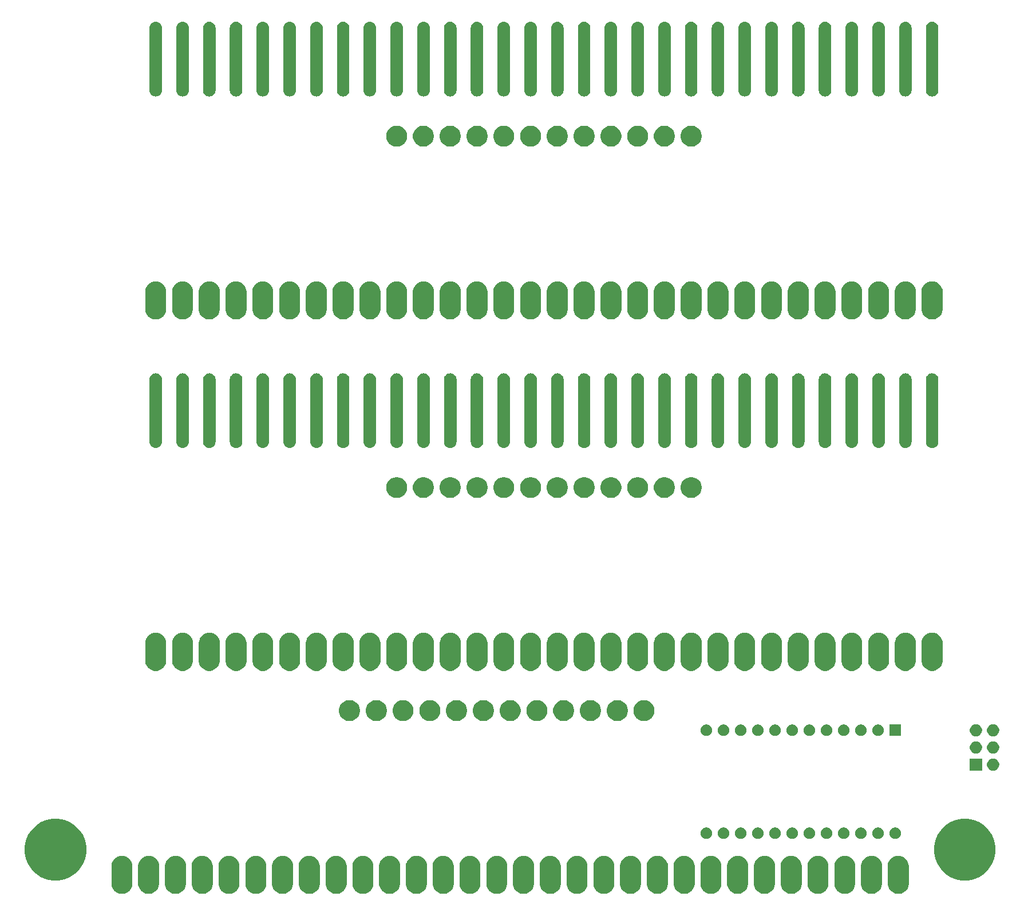
<source format=gbr>
G04 #@! TF.GenerationSoftware,KiCad,Pcbnew,(5.1.6)-1*
G04 #@! TF.CreationDate,2020-08-12T00:52:36-04:00*
G04 #@! TF.ProjectId,TH-XWhatsIt,54482d58-5768-4617-9473-49742e6b6963,0.0.3*
G04 #@! TF.SameCoordinates,Original*
G04 #@! TF.FileFunction,Soldermask,Bot*
G04 #@! TF.FilePolarity,Negative*
%FSLAX46Y46*%
G04 Gerber Fmt 4.6, Leading zero omitted, Abs format (unit mm)*
G04 Created by KiCad (PCBNEW (5.1.6)-1) date 2020-08-12 00:52:36*
%MOMM*%
%LPD*%
G01*
G04 APERTURE LIST*
%ADD10C,0.100000*%
G04 APERTURE END LIST*
D10*
G36*
X45821007Y-149902638D02*
G01*
X46113339Y-149991316D01*
X46382747Y-150135318D01*
X46618887Y-150329113D01*
X46812682Y-150565252D01*
X46956684Y-150834660D01*
X47045362Y-151126992D01*
X47067800Y-151354815D01*
X47067800Y-154123741D01*
X47008204Y-154423352D01*
X47008203Y-154423354D01*
X46891301Y-154705580D01*
X46721585Y-154959578D01*
X46505578Y-155175585D01*
X46251580Y-155345301D01*
X46052014Y-155427964D01*
X45969352Y-155462204D01*
X45669741Y-155521800D01*
X45364259Y-155521800D01*
X45064648Y-155462204D01*
X44981986Y-155427964D01*
X44782420Y-155345301D01*
X44528422Y-155175585D01*
X44312415Y-154959578D01*
X44142699Y-154705580D01*
X44025797Y-154423354D01*
X44025796Y-154423352D01*
X43966200Y-154123741D01*
X43966200Y-153813291D01*
X43966201Y-153813281D01*
X43966201Y-152665241D01*
X43966200Y-151354821D01*
X43966200Y-151354816D01*
X43988638Y-151126993D01*
X44077316Y-150834661D01*
X44221318Y-150565253D01*
X44415113Y-150329113D01*
X44651252Y-150135318D01*
X44920660Y-149991316D01*
X45212992Y-149902638D01*
X45517000Y-149872697D01*
X45821007Y-149902638D01*
G37*
G36*
X105221007Y-149902638D02*
G01*
X105513339Y-149991316D01*
X105782747Y-150135318D01*
X106018887Y-150329113D01*
X106212682Y-150565252D01*
X106356684Y-150834660D01*
X106445362Y-151126992D01*
X106467800Y-151354815D01*
X106467800Y-154123741D01*
X106408204Y-154423352D01*
X106408203Y-154423354D01*
X106291301Y-154705580D01*
X106121585Y-154959578D01*
X105905578Y-155175585D01*
X105651580Y-155345301D01*
X105452014Y-155427964D01*
X105369352Y-155462204D01*
X105069741Y-155521800D01*
X104764259Y-155521800D01*
X104464648Y-155462204D01*
X104381986Y-155427964D01*
X104182420Y-155345301D01*
X103928422Y-155175585D01*
X103712415Y-154959578D01*
X103542699Y-154705580D01*
X103425797Y-154423354D01*
X103425796Y-154423352D01*
X103366200Y-154123741D01*
X103366200Y-153813291D01*
X103366201Y-153813281D01*
X103366201Y-152665241D01*
X103366200Y-151354821D01*
X103366200Y-151354816D01*
X103388638Y-151126993D01*
X103477316Y-150834661D01*
X103621318Y-150565253D01*
X103815113Y-150329113D01*
X104051252Y-150135318D01*
X104320660Y-149991316D01*
X104612992Y-149902638D01*
X104917000Y-149872697D01*
X105221007Y-149902638D01*
G37*
G36*
X160661007Y-149902638D02*
G01*
X160953339Y-149991316D01*
X161222747Y-150135318D01*
X161458887Y-150329113D01*
X161652682Y-150565252D01*
X161796684Y-150834660D01*
X161885362Y-151126992D01*
X161907800Y-151354815D01*
X161907800Y-154123741D01*
X161848204Y-154423352D01*
X161848203Y-154423354D01*
X161731301Y-154705580D01*
X161561585Y-154959578D01*
X161345578Y-155175585D01*
X161091580Y-155345301D01*
X160892014Y-155427964D01*
X160809352Y-155462204D01*
X160509741Y-155521800D01*
X160204259Y-155521800D01*
X159904648Y-155462204D01*
X159821986Y-155427964D01*
X159622420Y-155345301D01*
X159368422Y-155175585D01*
X159152415Y-154959578D01*
X158982699Y-154705580D01*
X158865797Y-154423354D01*
X158865796Y-154423352D01*
X158806200Y-154123741D01*
X158806200Y-153813291D01*
X158806201Y-153813281D01*
X158806201Y-152665241D01*
X158806200Y-151354821D01*
X158806200Y-151354816D01*
X158828638Y-151126993D01*
X158917316Y-150834661D01*
X159061318Y-150565253D01*
X159255113Y-150329113D01*
X159491252Y-150135318D01*
X159760660Y-149991316D01*
X160052992Y-149902638D01*
X160357000Y-149872697D01*
X160661007Y-149902638D01*
G37*
G36*
X152741007Y-149902638D02*
G01*
X153033339Y-149991316D01*
X153302747Y-150135318D01*
X153538887Y-150329113D01*
X153732682Y-150565252D01*
X153876684Y-150834660D01*
X153965362Y-151126992D01*
X153987800Y-151354815D01*
X153987800Y-154123741D01*
X153928204Y-154423352D01*
X153928203Y-154423354D01*
X153811301Y-154705580D01*
X153641585Y-154959578D01*
X153425578Y-155175585D01*
X153171580Y-155345301D01*
X152972014Y-155427964D01*
X152889352Y-155462204D01*
X152589741Y-155521800D01*
X152284259Y-155521800D01*
X151984648Y-155462204D01*
X151901986Y-155427964D01*
X151702420Y-155345301D01*
X151448422Y-155175585D01*
X151232415Y-154959578D01*
X151062699Y-154705580D01*
X150945797Y-154423354D01*
X150945796Y-154423352D01*
X150886200Y-154123741D01*
X150886200Y-153813291D01*
X150886201Y-153813281D01*
X150886201Y-152665241D01*
X150886200Y-151354821D01*
X150886200Y-151354816D01*
X150908638Y-151126993D01*
X150997316Y-150834661D01*
X151141318Y-150565253D01*
X151335113Y-150329113D01*
X151571252Y-150135318D01*
X151840660Y-149991316D01*
X152132992Y-149902638D01*
X152437000Y-149872697D01*
X152741007Y-149902638D01*
G37*
G36*
X148781007Y-149902638D02*
G01*
X149073339Y-149991316D01*
X149342747Y-150135318D01*
X149578887Y-150329113D01*
X149772682Y-150565252D01*
X149916684Y-150834660D01*
X150005362Y-151126992D01*
X150027800Y-151354815D01*
X150027800Y-154123741D01*
X149968204Y-154423352D01*
X149968203Y-154423354D01*
X149851301Y-154705580D01*
X149681585Y-154959578D01*
X149465578Y-155175585D01*
X149211580Y-155345301D01*
X149012014Y-155427964D01*
X148929352Y-155462204D01*
X148629741Y-155521800D01*
X148324259Y-155521800D01*
X148024648Y-155462204D01*
X147941986Y-155427964D01*
X147742420Y-155345301D01*
X147488422Y-155175585D01*
X147272415Y-154959578D01*
X147102699Y-154705580D01*
X146985797Y-154423354D01*
X146985796Y-154423352D01*
X146926200Y-154123741D01*
X146926200Y-153813291D01*
X146926201Y-153813281D01*
X146926201Y-152665241D01*
X146926200Y-151354821D01*
X146926200Y-151354816D01*
X146948638Y-151126993D01*
X147037316Y-150834661D01*
X147181318Y-150565253D01*
X147375113Y-150329113D01*
X147611252Y-150135318D01*
X147880660Y-149991316D01*
X148172992Y-149902638D01*
X148477000Y-149872697D01*
X148781007Y-149902638D01*
G37*
G36*
X144821007Y-149902638D02*
G01*
X145113339Y-149991316D01*
X145382747Y-150135318D01*
X145618887Y-150329113D01*
X145812682Y-150565252D01*
X145956684Y-150834660D01*
X146045362Y-151126992D01*
X146067800Y-151354815D01*
X146067800Y-154123741D01*
X146008204Y-154423352D01*
X146008203Y-154423354D01*
X145891301Y-154705580D01*
X145721585Y-154959578D01*
X145505578Y-155175585D01*
X145251580Y-155345301D01*
X145052014Y-155427964D01*
X144969352Y-155462204D01*
X144669741Y-155521800D01*
X144364259Y-155521800D01*
X144064648Y-155462204D01*
X143981986Y-155427964D01*
X143782420Y-155345301D01*
X143528422Y-155175585D01*
X143312415Y-154959578D01*
X143142699Y-154705580D01*
X143025797Y-154423354D01*
X143025796Y-154423352D01*
X142966200Y-154123741D01*
X142966200Y-153813291D01*
X142966201Y-153813281D01*
X142966201Y-152665241D01*
X142966200Y-151354821D01*
X142966200Y-151354816D01*
X142988638Y-151126993D01*
X143077316Y-150834661D01*
X143221318Y-150565253D01*
X143415113Y-150329113D01*
X143651252Y-150135318D01*
X143920660Y-149991316D01*
X144212992Y-149902638D01*
X144517000Y-149872697D01*
X144821007Y-149902638D01*
G37*
G36*
X140861007Y-149902638D02*
G01*
X141153339Y-149991316D01*
X141422747Y-150135318D01*
X141658887Y-150329113D01*
X141852682Y-150565252D01*
X141996684Y-150834660D01*
X142085362Y-151126992D01*
X142107800Y-151354815D01*
X142107800Y-154123741D01*
X142048204Y-154423352D01*
X142048203Y-154423354D01*
X141931301Y-154705580D01*
X141761585Y-154959578D01*
X141545578Y-155175585D01*
X141291580Y-155345301D01*
X141092014Y-155427964D01*
X141009352Y-155462204D01*
X140709741Y-155521800D01*
X140404259Y-155521800D01*
X140104648Y-155462204D01*
X140021986Y-155427964D01*
X139822420Y-155345301D01*
X139568422Y-155175585D01*
X139352415Y-154959578D01*
X139182699Y-154705580D01*
X139065797Y-154423354D01*
X139065796Y-154423352D01*
X139006200Y-154123741D01*
X139006200Y-153813291D01*
X139006201Y-153813281D01*
X139006201Y-152665241D01*
X139006200Y-151354821D01*
X139006200Y-151354816D01*
X139028638Y-151126993D01*
X139117316Y-150834661D01*
X139261318Y-150565253D01*
X139455113Y-150329113D01*
X139691252Y-150135318D01*
X139960660Y-149991316D01*
X140252992Y-149902638D01*
X140557000Y-149872697D01*
X140861007Y-149902638D01*
G37*
G36*
X136901007Y-149902638D02*
G01*
X137193339Y-149991316D01*
X137462747Y-150135318D01*
X137698887Y-150329113D01*
X137892682Y-150565252D01*
X138036684Y-150834660D01*
X138125362Y-151126992D01*
X138147800Y-151354815D01*
X138147800Y-154123741D01*
X138088204Y-154423352D01*
X138088203Y-154423354D01*
X137971301Y-154705580D01*
X137801585Y-154959578D01*
X137585578Y-155175585D01*
X137331580Y-155345301D01*
X137132014Y-155427964D01*
X137049352Y-155462204D01*
X136749741Y-155521800D01*
X136444259Y-155521800D01*
X136144648Y-155462204D01*
X136061986Y-155427964D01*
X135862420Y-155345301D01*
X135608422Y-155175585D01*
X135392415Y-154959578D01*
X135222699Y-154705580D01*
X135105797Y-154423354D01*
X135105796Y-154423352D01*
X135046200Y-154123741D01*
X135046200Y-153813291D01*
X135046201Y-153813281D01*
X135046201Y-152665241D01*
X135046200Y-151354821D01*
X135046200Y-151354816D01*
X135068638Y-151126993D01*
X135157316Y-150834661D01*
X135301318Y-150565253D01*
X135495113Y-150329113D01*
X135731252Y-150135318D01*
X136000660Y-149991316D01*
X136292992Y-149902638D01*
X136597000Y-149872697D01*
X136901007Y-149902638D01*
G37*
G36*
X132941007Y-149902638D02*
G01*
X133233339Y-149991316D01*
X133502747Y-150135318D01*
X133738887Y-150329113D01*
X133932682Y-150565252D01*
X134076684Y-150834660D01*
X134165362Y-151126992D01*
X134187800Y-151354815D01*
X134187800Y-154123741D01*
X134128204Y-154423352D01*
X134128203Y-154423354D01*
X134011301Y-154705580D01*
X133841585Y-154959578D01*
X133625578Y-155175585D01*
X133371580Y-155345301D01*
X133172014Y-155427964D01*
X133089352Y-155462204D01*
X132789741Y-155521800D01*
X132484259Y-155521800D01*
X132184648Y-155462204D01*
X132101986Y-155427964D01*
X131902420Y-155345301D01*
X131648422Y-155175585D01*
X131432415Y-154959578D01*
X131262699Y-154705580D01*
X131145797Y-154423354D01*
X131145796Y-154423352D01*
X131086200Y-154123741D01*
X131086200Y-153813291D01*
X131086201Y-153813281D01*
X131086201Y-152665241D01*
X131086200Y-151354821D01*
X131086200Y-151354816D01*
X131108638Y-151126993D01*
X131197316Y-150834661D01*
X131341318Y-150565253D01*
X131535113Y-150329113D01*
X131771252Y-150135318D01*
X132040660Y-149991316D01*
X132332992Y-149902638D01*
X132637000Y-149872697D01*
X132941007Y-149902638D01*
G37*
G36*
X128981007Y-149902638D02*
G01*
X129273339Y-149991316D01*
X129542747Y-150135318D01*
X129778887Y-150329113D01*
X129972682Y-150565252D01*
X130116684Y-150834660D01*
X130205362Y-151126992D01*
X130227800Y-151354815D01*
X130227800Y-154123741D01*
X130168204Y-154423352D01*
X130168203Y-154423354D01*
X130051301Y-154705580D01*
X129881585Y-154959578D01*
X129665578Y-155175585D01*
X129411580Y-155345301D01*
X129212014Y-155427964D01*
X129129352Y-155462204D01*
X128829741Y-155521800D01*
X128524259Y-155521800D01*
X128224648Y-155462204D01*
X128141986Y-155427964D01*
X127942420Y-155345301D01*
X127688422Y-155175585D01*
X127472415Y-154959578D01*
X127302699Y-154705580D01*
X127185797Y-154423354D01*
X127185796Y-154423352D01*
X127126200Y-154123741D01*
X127126200Y-153813291D01*
X127126201Y-153813281D01*
X127126201Y-152665241D01*
X127126200Y-151354821D01*
X127126200Y-151354816D01*
X127148638Y-151126993D01*
X127237316Y-150834661D01*
X127381318Y-150565253D01*
X127575113Y-150329113D01*
X127811252Y-150135318D01*
X128080660Y-149991316D01*
X128372992Y-149902638D01*
X128677000Y-149872697D01*
X128981007Y-149902638D01*
G37*
G36*
X125021007Y-149902638D02*
G01*
X125313339Y-149991316D01*
X125582747Y-150135318D01*
X125818887Y-150329113D01*
X126012682Y-150565252D01*
X126156684Y-150834660D01*
X126245362Y-151126992D01*
X126267800Y-151354815D01*
X126267800Y-154123741D01*
X126208204Y-154423352D01*
X126208203Y-154423354D01*
X126091301Y-154705580D01*
X125921585Y-154959578D01*
X125705578Y-155175585D01*
X125451580Y-155345301D01*
X125252014Y-155427964D01*
X125169352Y-155462204D01*
X124869741Y-155521800D01*
X124564259Y-155521800D01*
X124264648Y-155462204D01*
X124181986Y-155427964D01*
X123982420Y-155345301D01*
X123728422Y-155175585D01*
X123512415Y-154959578D01*
X123342699Y-154705580D01*
X123225797Y-154423354D01*
X123225796Y-154423352D01*
X123166200Y-154123741D01*
X123166200Y-153813291D01*
X123166201Y-153813281D01*
X123166201Y-152665241D01*
X123166200Y-151354821D01*
X123166200Y-151354816D01*
X123188638Y-151126993D01*
X123277316Y-150834661D01*
X123421318Y-150565253D01*
X123615113Y-150329113D01*
X123851252Y-150135318D01*
X124120660Y-149991316D01*
X124412992Y-149902638D01*
X124717000Y-149872697D01*
X125021007Y-149902638D01*
G37*
G36*
X121061007Y-149902638D02*
G01*
X121353339Y-149991316D01*
X121622747Y-150135318D01*
X121858887Y-150329113D01*
X122052682Y-150565252D01*
X122196684Y-150834660D01*
X122285362Y-151126992D01*
X122307800Y-151354815D01*
X122307800Y-154123741D01*
X122248204Y-154423352D01*
X122248203Y-154423354D01*
X122131301Y-154705580D01*
X121961585Y-154959578D01*
X121745578Y-155175585D01*
X121491580Y-155345301D01*
X121292014Y-155427964D01*
X121209352Y-155462204D01*
X120909741Y-155521800D01*
X120604259Y-155521800D01*
X120304648Y-155462204D01*
X120221986Y-155427964D01*
X120022420Y-155345301D01*
X119768422Y-155175585D01*
X119552415Y-154959578D01*
X119382699Y-154705580D01*
X119265797Y-154423354D01*
X119265796Y-154423352D01*
X119206200Y-154123741D01*
X119206200Y-153813291D01*
X119206201Y-153813281D01*
X119206201Y-152665241D01*
X119206200Y-151354821D01*
X119206200Y-151354816D01*
X119228638Y-151126993D01*
X119317316Y-150834661D01*
X119461318Y-150565253D01*
X119655113Y-150329113D01*
X119891252Y-150135318D01*
X120160660Y-149991316D01*
X120452992Y-149902638D01*
X120757000Y-149872697D01*
X121061007Y-149902638D01*
G37*
G36*
X117101007Y-149902638D02*
G01*
X117393339Y-149991316D01*
X117662747Y-150135318D01*
X117898887Y-150329113D01*
X118092682Y-150565252D01*
X118236684Y-150834660D01*
X118325362Y-151126992D01*
X118347800Y-151354815D01*
X118347800Y-154123741D01*
X118288204Y-154423352D01*
X118288203Y-154423354D01*
X118171301Y-154705580D01*
X118001585Y-154959578D01*
X117785578Y-155175585D01*
X117531580Y-155345301D01*
X117332014Y-155427964D01*
X117249352Y-155462204D01*
X116949741Y-155521800D01*
X116644259Y-155521800D01*
X116344648Y-155462204D01*
X116261986Y-155427964D01*
X116062420Y-155345301D01*
X115808422Y-155175585D01*
X115592415Y-154959578D01*
X115422699Y-154705580D01*
X115305797Y-154423354D01*
X115305796Y-154423352D01*
X115246200Y-154123741D01*
X115246200Y-153813291D01*
X115246201Y-153813281D01*
X115246201Y-152665241D01*
X115246200Y-151354821D01*
X115246200Y-151354816D01*
X115268638Y-151126993D01*
X115357316Y-150834661D01*
X115501318Y-150565253D01*
X115695113Y-150329113D01*
X115931252Y-150135318D01*
X116200660Y-149991316D01*
X116492992Y-149902638D01*
X116797000Y-149872697D01*
X117101007Y-149902638D01*
G37*
G36*
X113141007Y-149902638D02*
G01*
X113433339Y-149991316D01*
X113702747Y-150135318D01*
X113938887Y-150329113D01*
X114132682Y-150565252D01*
X114276684Y-150834660D01*
X114365362Y-151126992D01*
X114387800Y-151354815D01*
X114387800Y-154123741D01*
X114328204Y-154423352D01*
X114328203Y-154423354D01*
X114211301Y-154705580D01*
X114041585Y-154959578D01*
X113825578Y-155175585D01*
X113571580Y-155345301D01*
X113372014Y-155427964D01*
X113289352Y-155462204D01*
X112989741Y-155521800D01*
X112684259Y-155521800D01*
X112384648Y-155462204D01*
X112301986Y-155427964D01*
X112102420Y-155345301D01*
X111848422Y-155175585D01*
X111632415Y-154959578D01*
X111462699Y-154705580D01*
X111345797Y-154423354D01*
X111345796Y-154423352D01*
X111286200Y-154123741D01*
X111286200Y-153813291D01*
X111286201Y-153813281D01*
X111286201Y-152665241D01*
X111286200Y-151354821D01*
X111286200Y-151354816D01*
X111308638Y-151126993D01*
X111397316Y-150834661D01*
X111541318Y-150565253D01*
X111735113Y-150329113D01*
X111971252Y-150135318D01*
X112240660Y-149991316D01*
X112532992Y-149902638D01*
X112837000Y-149872697D01*
X113141007Y-149902638D01*
G37*
G36*
X109181007Y-149902638D02*
G01*
X109473339Y-149991316D01*
X109742747Y-150135318D01*
X109978887Y-150329113D01*
X110172682Y-150565252D01*
X110316684Y-150834660D01*
X110405362Y-151126992D01*
X110427800Y-151354815D01*
X110427800Y-154123741D01*
X110368204Y-154423352D01*
X110368203Y-154423354D01*
X110251301Y-154705580D01*
X110081585Y-154959578D01*
X109865578Y-155175585D01*
X109611580Y-155345301D01*
X109412014Y-155427964D01*
X109329352Y-155462204D01*
X109029741Y-155521800D01*
X108724259Y-155521800D01*
X108424648Y-155462204D01*
X108341986Y-155427964D01*
X108142420Y-155345301D01*
X107888422Y-155175585D01*
X107672415Y-154959578D01*
X107502699Y-154705580D01*
X107385797Y-154423354D01*
X107385796Y-154423352D01*
X107326200Y-154123741D01*
X107326200Y-153813291D01*
X107326201Y-153813281D01*
X107326201Y-152665241D01*
X107326200Y-151354821D01*
X107326200Y-151354816D01*
X107348638Y-151126993D01*
X107437316Y-150834661D01*
X107581318Y-150565253D01*
X107775113Y-150329113D01*
X108011252Y-150135318D01*
X108280660Y-149991316D01*
X108572992Y-149902638D01*
X108877000Y-149872697D01*
X109181007Y-149902638D01*
G37*
G36*
X156701007Y-149902638D02*
G01*
X156993339Y-149991316D01*
X157262747Y-150135318D01*
X157498887Y-150329113D01*
X157692682Y-150565252D01*
X157836684Y-150834660D01*
X157925362Y-151126992D01*
X157947800Y-151354815D01*
X157947800Y-154123741D01*
X157888204Y-154423352D01*
X157888203Y-154423354D01*
X157771301Y-154705580D01*
X157601585Y-154959578D01*
X157385578Y-155175585D01*
X157131580Y-155345301D01*
X156932014Y-155427964D01*
X156849352Y-155462204D01*
X156549741Y-155521800D01*
X156244259Y-155521800D01*
X155944648Y-155462204D01*
X155861986Y-155427964D01*
X155662420Y-155345301D01*
X155408422Y-155175585D01*
X155192415Y-154959578D01*
X155022699Y-154705580D01*
X154905797Y-154423354D01*
X154905796Y-154423352D01*
X154846200Y-154123741D01*
X154846200Y-153813291D01*
X154846201Y-153813281D01*
X154846201Y-152665241D01*
X154846200Y-151354821D01*
X154846200Y-151354816D01*
X154868638Y-151126993D01*
X154957316Y-150834661D01*
X155101318Y-150565253D01*
X155295113Y-150329113D01*
X155531252Y-150135318D01*
X155800660Y-149991316D01*
X156092992Y-149902638D01*
X156397000Y-149872697D01*
X156701007Y-149902638D01*
G37*
G36*
X97301007Y-149902638D02*
G01*
X97593339Y-149991316D01*
X97862747Y-150135318D01*
X98098887Y-150329113D01*
X98292682Y-150565252D01*
X98436684Y-150834660D01*
X98525362Y-151126992D01*
X98547800Y-151354815D01*
X98547800Y-154123741D01*
X98488204Y-154423352D01*
X98488203Y-154423354D01*
X98371301Y-154705580D01*
X98201585Y-154959578D01*
X97985578Y-155175585D01*
X97731580Y-155345301D01*
X97532014Y-155427964D01*
X97449352Y-155462204D01*
X97149741Y-155521800D01*
X96844259Y-155521800D01*
X96544648Y-155462204D01*
X96461986Y-155427964D01*
X96262420Y-155345301D01*
X96008422Y-155175585D01*
X95792415Y-154959578D01*
X95622699Y-154705580D01*
X95505797Y-154423354D01*
X95505796Y-154423352D01*
X95446200Y-154123741D01*
X95446200Y-153813291D01*
X95446201Y-153813281D01*
X95446201Y-152665241D01*
X95446200Y-151354821D01*
X95446200Y-151354816D01*
X95468638Y-151126993D01*
X95557316Y-150834661D01*
X95701318Y-150565253D01*
X95895113Y-150329113D01*
X96131252Y-150135318D01*
X96400660Y-149991316D01*
X96692992Y-149902638D01*
X96997000Y-149872697D01*
X97301007Y-149902638D01*
G37*
G36*
X101261007Y-149902638D02*
G01*
X101553339Y-149991316D01*
X101822747Y-150135318D01*
X102058887Y-150329113D01*
X102252682Y-150565252D01*
X102396684Y-150834660D01*
X102485362Y-151126992D01*
X102507800Y-151354815D01*
X102507800Y-154123741D01*
X102448204Y-154423352D01*
X102448203Y-154423354D01*
X102331301Y-154705580D01*
X102161585Y-154959578D01*
X101945578Y-155175585D01*
X101691580Y-155345301D01*
X101492014Y-155427964D01*
X101409352Y-155462204D01*
X101109741Y-155521800D01*
X100804259Y-155521800D01*
X100504648Y-155462204D01*
X100421986Y-155427964D01*
X100222420Y-155345301D01*
X99968422Y-155175585D01*
X99752415Y-154959578D01*
X99582699Y-154705580D01*
X99465797Y-154423354D01*
X99465796Y-154423352D01*
X99406200Y-154123741D01*
X99406200Y-153813291D01*
X99406201Y-153813281D01*
X99406201Y-152665241D01*
X99406200Y-151354821D01*
X99406200Y-151354816D01*
X99428638Y-151126993D01*
X99517316Y-150834661D01*
X99661318Y-150565253D01*
X99855113Y-150329113D01*
X100091252Y-150135318D01*
X100360660Y-149991316D01*
X100652992Y-149902638D01*
X100957000Y-149872697D01*
X101261007Y-149902638D01*
G37*
G36*
X49781007Y-149902638D02*
G01*
X50073339Y-149991316D01*
X50342747Y-150135318D01*
X50578887Y-150329113D01*
X50772682Y-150565252D01*
X50916684Y-150834660D01*
X51005362Y-151126992D01*
X51027800Y-151354815D01*
X51027800Y-154123741D01*
X50968204Y-154423352D01*
X50968203Y-154423354D01*
X50851301Y-154705580D01*
X50681585Y-154959578D01*
X50465578Y-155175585D01*
X50211580Y-155345301D01*
X50012014Y-155427964D01*
X49929352Y-155462204D01*
X49629741Y-155521800D01*
X49324259Y-155521800D01*
X49024648Y-155462204D01*
X48941986Y-155427964D01*
X48742420Y-155345301D01*
X48488422Y-155175585D01*
X48272415Y-154959578D01*
X48102699Y-154705580D01*
X47985797Y-154423354D01*
X47985796Y-154423352D01*
X47926200Y-154123741D01*
X47926200Y-153813291D01*
X47926201Y-153813281D01*
X47926201Y-152665241D01*
X47926200Y-151354821D01*
X47926200Y-151354816D01*
X47948638Y-151126993D01*
X48037316Y-150834661D01*
X48181318Y-150565253D01*
X48375113Y-150329113D01*
X48611252Y-150135318D01*
X48880660Y-149991316D01*
X49172992Y-149902638D01*
X49477000Y-149872697D01*
X49781007Y-149902638D01*
G37*
G36*
X53741007Y-149902638D02*
G01*
X54033339Y-149991316D01*
X54302747Y-150135318D01*
X54538887Y-150329113D01*
X54732682Y-150565252D01*
X54876684Y-150834660D01*
X54965362Y-151126992D01*
X54987800Y-151354815D01*
X54987800Y-154123741D01*
X54928204Y-154423352D01*
X54928203Y-154423354D01*
X54811301Y-154705580D01*
X54641585Y-154959578D01*
X54425578Y-155175585D01*
X54171580Y-155345301D01*
X53972014Y-155427964D01*
X53889352Y-155462204D01*
X53589741Y-155521800D01*
X53284259Y-155521800D01*
X52984648Y-155462204D01*
X52901986Y-155427964D01*
X52702420Y-155345301D01*
X52448422Y-155175585D01*
X52232415Y-154959578D01*
X52062699Y-154705580D01*
X51945797Y-154423354D01*
X51945796Y-154423352D01*
X51886200Y-154123741D01*
X51886200Y-153813291D01*
X51886201Y-153813281D01*
X51886201Y-152665241D01*
X51886200Y-151354821D01*
X51886200Y-151354816D01*
X51908638Y-151126993D01*
X51997316Y-150834661D01*
X52141318Y-150565253D01*
X52335113Y-150329113D01*
X52571252Y-150135318D01*
X52840660Y-149991316D01*
X53132992Y-149902638D01*
X53437000Y-149872697D01*
X53741007Y-149902638D01*
G37*
G36*
X57701007Y-149902638D02*
G01*
X57993339Y-149991316D01*
X58262747Y-150135318D01*
X58498887Y-150329113D01*
X58692682Y-150565252D01*
X58836684Y-150834660D01*
X58925362Y-151126992D01*
X58947800Y-151354815D01*
X58947800Y-154123741D01*
X58888204Y-154423352D01*
X58888203Y-154423354D01*
X58771301Y-154705580D01*
X58601585Y-154959578D01*
X58385578Y-155175585D01*
X58131580Y-155345301D01*
X57932014Y-155427964D01*
X57849352Y-155462204D01*
X57549741Y-155521800D01*
X57244259Y-155521800D01*
X56944648Y-155462204D01*
X56861986Y-155427964D01*
X56662420Y-155345301D01*
X56408422Y-155175585D01*
X56192415Y-154959578D01*
X56022699Y-154705580D01*
X55905797Y-154423354D01*
X55905796Y-154423352D01*
X55846200Y-154123741D01*
X55846200Y-153813291D01*
X55846201Y-153813281D01*
X55846201Y-152665241D01*
X55846200Y-151354821D01*
X55846200Y-151354816D01*
X55868638Y-151126993D01*
X55957316Y-150834661D01*
X56101318Y-150565253D01*
X56295113Y-150329113D01*
X56531252Y-150135318D01*
X56800660Y-149991316D01*
X57092992Y-149902638D01*
X57397000Y-149872697D01*
X57701007Y-149902638D01*
G37*
G36*
X61661007Y-149902638D02*
G01*
X61953339Y-149991316D01*
X62222747Y-150135318D01*
X62458887Y-150329113D01*
X62652682Y-150565252D01*
X62796684Y-150834660D01*
X62885362Y-151126992D01*
X62907800Y-151354815D01*
X62907800Y-154123741D01*
X62848204Y-154423352D01*
X62848203Y-154423354D01*
X62731301Y-154705580D01*
X62561585Y-154959578D01*
X62345578Y-155175585D01*
X62091580Y-155345301D01*
X61892014Y-155427964D01*
X61809352Y-155462204D01*
X61509741Y-155521800D01*
X61204259Y-155521800D01*
X60904648Y-155462204D01*
X60821986Y-155427964D01*
X60622420Y-155345301D01*
X60368422Y-155175585D01*
X60152415Y-154959578D01*
X59982699Y-154705580D01*
X59865797Y-154423354D01*
X59865796Y-154423352D01*
X59806200Y-154123741D01*
X59806200Y-153813291D01*
X59806201Y-153813281D01*
X59806201Y-152665241D01*
X59806200Y-151354821D01*
X59806200Y-151354816D01*
X59828638Y-151126993D01*
X59917316Y-150834661D01*
X60061318Y-150565253D01*
X60255113Y-150329113D01*
X60491252Y-150135318D01*
X60760660Y-149991316D01*
X61052992Y-149902638D01*
X61357000Y-149872697D01*
X61661007Y-149902638D01*
G37*
G36*
X65621007Y-149902638D02*
G01*
X65913339Y-149991316D01*
X66182747Y-150135318D01*
X66418887Y-150329113D01*
X66612682Y-150565252D01*
X66756684Y-150834660D01*
X66845362Y-151126992D01*
X66867800Y-151354815D01*
X66867800Y-154123741D01*
X66808204Y-154423352D01*
X66808203Y-154423354D01*
X66691301Y-154705580D01*
X66521585Y-154959578D01*
X66305578Y-155175585D01*
X66051580Y-155345301D01*
X65852014Y-155427964D01*
X65769352Y-155462204D01*
X65469741Y-155521800D01*
X65164259Y-155521800D01*
X64864648Y-155462204D01*
X64781986Y-155427964D01*
X64582420Y-155345301D01*
X64328422Y-155175585D01*
X64112415Y-154959578D01*
X63942699Y-154705580D01*
X63825797Y-154423354D01*
X63825796Y-154423352D01*
X63766200Y-154123741D01*
X63766200Y-153813291D01*
X63766201Y-153813281D01*
X63766201Y-152665241D01*
X63766200Y-151354821D01*
X63766200Y-151354816D01*
X63788638Y-151126993D01*
X63877316Y-150834661D01*
X64021318Y-150565253D01*
X64215113Y-150329113D01*
X64451252Y-150135318D01*
X64720660Y-149991316D01*
X65012992Y-149902638D01*
X65317000Y-149872697D01*
X65621007Y-149902638D01*
G37*
G36*
X69581007Y-149902638D02*
G01*
X69873339Y-149991316D01*
X70142747Y-150135318D01*
X70378887Y-150329113D01*
X70572682Y-150565252D01*
X70716684Y-150834660D01*
X70805362Y-151126992D01*
X70827800Y-151354815D01*
X70827800Y-154123741D01*
X70768204Y-154423352D01*
X70768203Y-154423354D01*
X70651301Y-154705580D01*
X70481585Y-154959578D01*
X70265578Y-155175585D01*
X70011580Y-155345301D01*
X69812014Y-155427964D01*
X69729352Y-155462204D01*
X69429741Y-155521800D01*
X69124259Y-155521800D01*
X68824648Y-155462204D01*
X68741986Y-155427964D01*
X68542420Y-155345301D01*
X68288422Y-155175585D01*
X68072415Y-154959578D01*
X67902699Y-154705580D01*
X67785797Y-154423354D01*
X67785796Y-154423352D01*
X67726200Y-154123741D01*
X67726200Y-153813291D01*
X67726201Y-153813281D01*
X67726201Y-152665241D01*
X67726200Y-151354821D01*
X67726200Y-151354816D01*
X67748638Y-151126993D01*
X67837316Y-150834661D01*
X67981318Y-150565253D01*
X68175113Y-150329113D01*
X68411252Y-150135318D01*
X68680660Y-149991316D01*
X68972992Y-149902638D01*
X69277000Y-149872697D01*
X69581007Y-149902638D01*
G37*
G36*
X73541007Y-149902638D02*
G01*
X73833339Y-149991316D01*
X74102747Y-150135318D01*
X74338887Y-150329113D01*
X74532682Y-150565252D01*
X74676684Y-150834660D01*
X74765362Y-151126992D01*
X74787800Y-151354815D01*
X74787800Y-154123741D01*
X74728204Y-154423352D01*
X74728203Y-154423354D01*
X74611301Y-154705580D01*
X74441585Y-154959578D01*
X74225578Y-155175585D01*
X73971580Y-155345301D01*
X73772014Y-155427964D01*
X73689352Y-155462204D01*
X73389741Y-155521800D01*
X73084259Y-155521800D01*
X72784648Y-155462204D01*
X72701986Y-155427964D01*
X72502420Y-155345301D01*
X72248422Y-155175585D01*
X72032415Y-154959578D01*
X71862699Y-154705580D01*
X71745797Y-154423354D01*
X71745796Y-154423352D01*
X71686200Y-154123741D01*
X71686200Y-153813291D01*
X71686201Y-153813281D01*
X71686201Y-152665241D01*
X71686200Y-151354821D01*
X71686200Y-151354816D01*
X71708638Y-151126993D01*
X71797316Y-150834661D01*
X71941318Y-150565253D01*
X72135113Y-150329113D01*
X72371252Y-150135318D01*
X72640660Y-149991316D01*
X72932992Y-149902638D01*
X73237000Y-149872697D01*
X73541007Y-149902638D01*
G37*
G36*
X77501007Y-149902638D02*
G01*
X77793339Y-149991316D01*
X78062747Y-150135318D01*
X78298887Y-150329113D01*
X78492682Y-150565252D01*
X78636684Y-150834660D01*
X78725362Y-151126992D01*
X78747800Y-151354815D01*
X78747800Y-154123741D01*
X78688204Y-154423352D01*
X78688203Y-154423354D01*
X78571301Y-154705580D01*
X78401585Y-154959578D01*
X78185578Y-155175585D01*
X77931580Y-155345301D01*
X77732014Y-155427964D01*
X77649352Y-155462204D01*
X77349741Y-155521800D01*
X77044259Y-155521800D01*
X76744648Y-155462204D01*
X76661986Y-155427964D01*
X76462420Y-155345301D01*
X76208422Y-155175585D01*
X75992415Y-154959578D01*
X75822699Y-154705580D01*
X75705797Y-154423354D01*
X75705796Y-154423352D01*
X75646200Y-154123741D01*
X75646200Y-153813291D01*
X75646201Y-153813281D01*
X75646201Y-152665241D01*
X75646200Y-151354821D01*
X75646200Y-151354816D01*
X75668638Y-151126993D01*
X75757316Y-150834661D01*
X75901318Y-150565253D01*
X76095113Y-150329113D01*
X76331252Y-150135318D01*
X76600660Y-149991316D01*
X76892992Y-149902638D01*
X77197000Y-149872697D01*
X77501007Y-149902638D01*
G37*
G36*
X81461007Y-149902638D02*
G01*
X81753339Y-149991316D01*
X82022747Y-150135318D01*
X82258887Y-150329113D01*
X82452682Y-150565252D01*
X82596684Y-150834660D01*
X82685362Y-151126992D01*
X82707800Y-151354815D01*
X82707800Y-154123741D01*
X82648204Y-154423352D01*
X82648203Y-154423354D01*
X82531301Y-154705580D01*
X82361585Y-154959578D01*
X82145578Y-155175585D01*
X81891580Y-155345301D01*
X81692014Y-155427964D01*
X81609352Y-155462204D01*
X81309741Y-155521800D01*
X81004259Y-155521800D01*
X80704648Y-155462204D01*
X80621986Y-155427964D01*
X80422420Y-155345301D01*
X80168422Y-155175585D01*
X79952415Y-154959578D01*
X79782699Y-154705580D01*
X79665797Y-154423354D01*
X79665796Y-154423352D01*
X79606200Y-154123741D01*
X79606200Y-153813291D01*
X79606201Y-153813281D01*
X79606201Y-152665241D01*
X79606200Y-151354821D01*
X79606200Y-151354816D01*
X79628638Y-151126993D01*
X79717316Y-150834661D01*
X79861318Y-150565253D01*
X80055113Y-150329113D01*
X80291252Y-150135318D01*
X80560660Y-149991316D01*
X80852992Y-149902638D01*
X81157000Y-149872697D01*
X81461007Y-149902638D01*
G37*
G36*
X85421007Y-149902638D02*
G01*
X85713339Y-149991316D01*
X85982747Y-150135318D01*
X86218887Y-150329113D01*
X86412682Y-150565252D01*
X86556684Y-150834660D01*
X86645362Y-151126992D01*
X86667800Y-151354815D01*
X86667800Y-154123741D01*
X86608204Y-154423352D01*
X86608203Y-154423354D01*
X86491301Y-154705580D01*
X86321585Y-154959578D01*
X86105578Y-155175585D01*
X85851580Y-155345301D01*
X85652014Y-155427964D01*
X85569352Y-155462204D01*
X85269741Y-155521800D01*
X84964259Y-155521800D01*
X84664648Y-155462204D01*
X84581986Y-155427964D01*
X84382420Y-155345301D01*
X84128422Y-155175585D01*
X83912415Y-154959578D01*
X83742699Y-154705580D01*
X83625797Y-154423354D01*
X83625796Y-154423352D01*
X83566200Y-154123741D01*
X83566200Y-153813291D01*
X83566201Y-153813281D01*
X83566201Y-152665241D01*
X83566200Y-151354821D01*
X83566200Y-151354816D01*
X83588638Y-151126993D01*
X83677316Y-150834661D01*
X83821318Y-150565253D01*
X84015113Y-150329113D01*
X84251252Y-150135318D01*
X84520660Y-149991316D01*
X84812992Y-149902638D01*
X85117000Y-149872697D01*
X85421007Y-149902638D01*
G37*
G36*
X89381007Y-149902638D02*
G01*
X89673339Y-149991316D01*
X89942747Y-150135318D01*
X90178887Y-150329113D01*
X90372682Y-150565252D01*
X90516684Y-150834660D01*
X90605362Y-151126992D01*
X90627800Y-151354815D01*
X90627800Y-154123741D01*
X90568204Y-154423352D01*
X90568203Y-154423354D01*
X90451301Y-154705580D01*
X90281585Y-154959578D01*
X90065578Y-155175585D01*
X89811580Y-155345301D01*
X89612014Y-155427964D01*
X89529352Y-155462204D01*
X89229741Y-155521800D01*
X88924259Y-155521800D01*
X88624648Y-155462204D01*
X88541986Y-155427964D01*
X88342420Y-155345301D01*
X88088422Y-155175585D01*
X87872415Y-154959578D01*
X87702699Y-154705580D01*
X87585797Y-154423354D01*
X87585796Y-154423352D01*
X87526200Y-154123741D01*
X87526200Y-153813291D01*
X87526201Y-153813281D01*
X87526201Y-152665241D01*
X87526200Y-151354821D01*
X87526200Y-151354816D01*
X87548638Y-151126993D01*
X87637316Y-150834661D01*
X87781318Y-150565253D01*
X87975113Y-150329113D01*
X88211252Y-150135318D01*
X88480660Y-149991316D01*
X88772992Y-149902638D01*
X89077000Y-149872697D01*
X89381007Y-149902638D01*
G37*
G36*
X93341007Y-149902638D02*
G01*
X93633339Y-149991316D01*
X93902747Y-150135318D01*
X94138887Y-150329113D01*
X94332682Y-150565252D01*
X94476684Y-150834660D01*
X94565362Y-151126992D01*
X94587800Y-151354815D01*
X94587800Y-154123741D01*
X94528204Y-154423352D01*
X94528203Y-154423354D01*
X94411301Y-154705580D01*
X94241585Y-154959578D01*
X94025578Y-155175585D01*
X93771580Y-155345301D01*
X93572014Y-155427964D01*
X93489352Y-155462204D01*
X93189741Y-155521800D01*
X92884259Y-155521800D01*
X92584648Y-155462204D01*
X92501986Y-155427964D01*
X92302420Y-155345301D01*
X92048422Y-155175585D01*
X91832415Y-154959578D01*
X91662699Y-154705580D01*
X91545797Y-154423354D01*
X91545796Y-154423352D01*
X91486200Y-154123741D01*
X91486200Y-153813291D01*
X91486201Y-153813281D01*
X91486201Y-152665241D01*
X91486200Y-151354821D01*
X91486200Y-151354816D01*
X91508638Y-151126993D01*
X91597316Y-150834661D01*
X91741318Y-150565253D01*
X91935113Y-150329113D01*
X92171252Y-150135318D01*
X92440660Y-149991316D01*
X92732992Y-149902638D01*
X93037000Y-149872697D01*
X93341007Y-149902638D01*
G37*
G36*
X36574817Y-144507643D02*
G01*
X37014421Y-144595085D01*
X37842613Y-144938133D01*
X38587966Y-145436162D01*
X39221838Y-146070034D01*
X39719867Y-146815387D01*
X40062915Y-147643579D01*
X40237800Y-148522787D01*
X40237800Y-149419213D01*
X40062915Y-150298421D01*
X39719867Y-151126613D01*
X39221838Y-151871966D01*
X38587966Y-152505838D01*
X37842613Y-153003867D01*
X37014421Y-153346915D01*
X36574817Y-153434358D01*
X36135215Y-153521800D01*
X35238785Y-153521800D01*
X34799183Y-153434358D01*
X34359579Y-153346915D01*
X33531387Y-153003867D01*
X32786034Y-152505838D01*
X32152162Y-151871966D01*
X31654133Y-151126613D01*
X31311085Y-150298421D01*
X31136200Y-149419213D01*
X31136200Y-148522787D01*
X31311085Y-147643579D01*
X31654133Y-146815387D01*
X32152162Y-146070034D01*
X32786034Y-145436162D01*
X33531387Y-144938133D01*
X34359579Y-144595085D01*
X34799183Y-144507643D01*
X35238785Y-144420200D01*
X36135215Y-144420200D01*
X36574817Y-144507643D01*
G37*
G36*
X171074817Y-144507643D02*
G01*
X171514421Y-144595085D01*
X172342613Y-144938133D01*
X173087966Y-145436162D01*
X173721838Y-146070034D01*
X174219867Y-146815387D01*
X174562915Y-147643579D01*
X174737800Y-148522787D01*
X174737800Y-149419213D01*
X174562915Y-150298421D01*
X174219867Y-151126613D01*
X173721838Y-151871966D01*
X173087966Y-152505838D01*
X172342613Y-153003867D01*
X171514421Y-153346915D01*
X171074817Y-153434358D01*
X170635215Y-153521800D01*
X169738785Y-153521800D01*
X169299183Y-153434358D01*
X168859579Y-153346915D01*
X168031387Y-153003867D01*
X167286034Y-152505838D01*
X166652162Y-151871966D01*
X166154133Y-151126613D01*
X165811085Y-150298421D01*
X165636200Y-149419213D01*
X165636200Y-148522787D01*
X165811085Y-147643579D01*
X166154133Y-146815387D01*
X166652162Y-146070034D01*
X167286034Y-145436162D01*
X168031387Y-144938133D01*
X168859579Y-144595085D01*
X169299183Y-144507643D01*
X169738785Y-144420200D01*
X170635215Y-144420200D01*
X171074817Y-144507643D01*
G37*
G36*
X134741169Y-145739895D02*
G01*
X134896005Y-145804031D01*
X135035354Y-145897140D01*
X135153860Y-146015646D01*
X135246969Y-146154995D01*
X135311105Y-146309831D01*
X135343800Y-146474203D01*
X135343800Y-146641797D01*
X135311105Y-146806169D01*
X135246969Y-146961005D01*
X135153860Y-147100354D01*
X135035354Y-147218860D01*
X134896005Y-147311969D01*
X134741169Y-147376105D01*
X134576797Y-147408800D01*
X134409203Y-147408800D01*
X134244831Y-147376105D01*
X134089995Y-147311969D01*
X133950646Y-147218860D01*
X133832140Y-147100354D01*
X133739031Y-146961005D01*
X133674895Y-146806169D01*
X133642200Y-146641797D01*
X133642200Y-146474203D01*
X133674895Y-146309831D01*
X133739031Y-146154995D01*
X133832140Y-146015646D01*
X133950646Y-145897140D01*
X134089995Y-145804031D01*
X134244831Y-145739895D01*
X134409203Y-145707200D01*
X134576797Y-145707200D01*
X134741169Y-145739895D01*
G37*
G36*
X160141169Y-145739895D02*
G01*
X160296005Y-145804031D01*
X160435354Y-145897140D01*
X160553860Y-146015646D01*
X160646969Y-146154995D01*
X160711105Y-146309831D01*
X160743800Y-146474203D01*
X160743800Y-146641797D01*
X160711105Y-146806169D01*
X160646969Y-146961005D01*
X160553860Y-147100354D01*
X160435354Y-147218860D01*
X160296005Y-147311969D01*
X160141169Y-147376105D01*
X159976797Y-147408800D01*
X159809203Y-147408800D01*
X159644831Y-147376105D01*
X159489995Y-147311969D01*
X159350646Y-147218860D01*
X159232140Y-147100354D01*
X159139031Y-146961005D01*
X159074895Y-146806169D01*
X159042200Y-146641797D01*
X159042200Y-146474203D01*
X159074895Y-146309831D01*
X159139031Y-146154995D01*
X159232140Y-146015646D01*
X159350646Y-145897140D01*
X159489995Y-145804031D01*
X159644831Y-145739895D01*
X159809203Y-145707200D01*
X159976797Y-145707200D01*
X160141169Y-145739895D01*
G37*
G36*
X137281169Y-145739895D02*
G01*
X137436005Y-145804031D01*
X137575354Y-145897140D01*
X137693860Y-146015646D01*
X137786969Y-146154995D01*
X137851105Y-146309831D01*
X137883800Y-146474203D01*
X137883800Y-146641797D01*
X137851105Y-146806169D01*
X137786969Y-146961005D01*
X137693860Y-147100354D01*
X137575354Y-147218860D01*
X137436005Y-147311969D01*
X137281169Y-147376105D01*
X137116797Y-147408800D01*
X136949203Y-147408800D01*
X136784831Y-147376105D01*
X136629995Y-147311969D01*
X136490646Y-147218860D01*
X136372140Y-147100354D01*
X136279031Y-146961005D01*
X136214895Y-146806169D01*
X136182200Y-146641797D01*
X136182200Y-146474203D01*
X136214895Y-146309831D01*
X136279031Y-146154995D01*
X136372140Y-146015646D01*
X136490646Y-145897140D01*
X136629995Y-145804031D01*
X136784831Y-145739895D01*
X136949203Y-145707200D01*
X137116797Y-145707200D01*
X137281169Y-145739895D01*
G37*
G36*
X132201169Y-145739895D02*
G01*
X132356005Y-145804031D01*
X132495354Y-145897140D01*
X132613860Y-146015646D01*
X132706969Y-146154995D01*
X132771105Y-146309831D01*
X132803800Y-146474203D01*
X132803800Y-146641797D01*
X132771105Y-146806169D01*
X132706969Y-146961005D01*
X132613860Y-147100354D01*
X132495354Y-147218860D01*
X132356005Y-147311969D01*
X132201169Y-147376105D01*
X132036797Y-147408800D01*
X131869203Y-147408800D01*
X131704831Y-147376105D01*
X131549995Y-147311969D01*
X131410646Y-147218860D01*
X131292140Y-147100354D01*
X131199031Y-146961005D01*
X131134895Y-146806169D01*
X131102200Y-146641797D01*
X131102200Y-146474203D01*
X131134895Y-146309831D01*
X131199031Y-146154995D01*
X131292140Y-146015646D01*
X131410646Y-145897140D01*
X131549995Y-145804031D01*
X131704831Y-145739895D01*
X131869203Y-145707200D01*
X132036797Y-145707200D01*
X132201169Y-145739895D01*
G37*
G36*
X139821169Y-145739895D02*
G01*
X139976005Y-145804031D01*
X140115354Y-145897140D01*
X140233860Y-146015646D01*
X140326969Y-146154995D01*
X140391105Y-146309831D01*
X140423800Y-146474203D01*
X140423800Y-146641797D01*
X140391105Y-146806169D01*
X140326969Y-146961005D01*
X140233860Y-147100354D01*
X140115354Y-147218860D01*
X139976005Y-147311969D01*
X139821169Y-147376105D01*
X139656797Y-147408800D01*
X139489203Y-147408800D01*
X139324831Y-147376105D01*
X139169995Y-147311969D01*
X139030646Y-147218860D01*
X138912140Y-147100354D01*
X138819031Y-146961005D01*
X138754895Y-146806169D01*
X138722200Y-146641797D01*
X138722200Y-146474203D01*
X138754895Y-146309831D01*
X138819031Y-146154995D01*
X138912140Y-146015646D01*
X139030646Y-145897140D01*
X139169995Y-145804031D01*
X139324831Y-145739895D01*
X139489203Y-145707200D01*
X139656797Y-145707200D01*
X139821169Y-145739895D01*
G37*
G36*
X142361169Y-145739895D02*
G01*
X142516005Y-145804031D01*
X142655354Y-145897140D01*
X142773860Y-146015646D01*
X142866969Y-146154995D01*
X142931105Y-146309831D01*
X142963800Y-146474203D01*
X142963800Y-146641797D01*
X142931105Y-146806169D01*
X142866969Y-146961005D01*
X142773860Y-147100354D01*
X142655354Y-147218860D01*
X142516005Y-147311969D01*
X142361169Y-147376105D01*
X142196797Y-147408800D01*
X142029203Y-147408800D01*
X141864831Y-147376105D01*
X141709995Y-147311969D01*
X141570646Y-147218860D01*
X141452140Y-147100354D01*
X141359031Y-146961005D01*
X141294895Y-146806169D01*
X141262200Y-146641797D01*
X141262200Y-146474203D01*
X141294895Y-146309831D01*
X141359031Y-146154995D01*
X141452140Y-146015646D01*
X141570646Y-145897140D01*
X141709995Y-145804031D01*
X141864831Y-145739895D01*
X142029203Y-145707200D01*
X142196797Y-145707200D01*
X142361169Y-145739895D01*
G37*
G36*
X147441169Y-145739895D02*
G01*
X147596005Y-145804031D01*
X147735354Y-145897140D01*
X147853860Y-146015646D01*
X147946969Y-146154995D01*
X148011105Y-146309831D01*
X148043800Y-146474203D01*
X148043800Y-146641797D01*
X148011105Y-146806169D01*
X147946969Y-146961005D01*
X147853860Y-147100354D01*
X147735354Y-147218860D01*
X147596005Y-147311969D01*
X147441169Y-147376105D01*
X147276797Y-147408800D01*
X147109203Y-147408800D01*
X146944831Y-147376105D01*
X146789995Y-147311969D01*
X146650646Y-147218860D01*
X146532140Y-147100354D01*
X146439031Y-146961005D01*
X146374895Y-146806169D01*
X146342200Y-146641797D01*
X146342200Y-146474203D01*
X146374895Y-146309831D01*
X146439031Y-146154995D01*
X146532140Y-146015646D01*
X146650646Y-145897140D01*
X146789995Y-145804031D01*
X146944831Y-145739895D01*
X147109203Y-145707200D01*
X147276797Y-145707200D01*
X147441169Y-145739895D01*
G37*
G36*
X149981169Y-145739895D02*
G01*
X150136005Y-145804031D01*
X150275354Y-145897140D01*
X150393860Y-146015646D01*
X150486969Y-146154995D01*
X150551105Y-146309831D01*
X150583800Y-146474203D01*
X150583800Y-146641797D01*
X150551105Y-146806169D01*
X150486969Y-146961005D01*
X150393860Y-147100354D01*
X150275354Y-147218860D01*
X150136005Y-147311969D01*
X149981169Y-147376105D01*
X149816797Y-147408800D01*
X149649203Y-147408800D01*
X149484831Y-147376105D01*
X149329995Y-147311969D01*
X149190646Y-147218860D01*
X149072140Y-147100354D01*
X148979031Y-146961005D01*
X148914895Y-146806169D01*
X148882200Y-146641797D01*
X148882200Y-146474203D01*
X148914895Y-146309831D01*
X148979031Y-146154995D01*
X149072140Y-146015646D01*
X149190646Y-145897140D01*
X149329995Y-145804031D01*
X149484831Y-145739895D01*
X149649203Y-145707200D01*
X149816797Y-145707200D01*
X149981169Y-145739895D01*
G37*
G36*
X152521169Y-145739895D02*
G01*
X152676005Y-145804031D01*
X152815354Y-145897140D01*
X152933860Y-146015646D01*
X153026969Y-146154995D01*
X153091105Y-146309831D01*
X153123800Y-146474203D01*
X153123800Y-146641797D01*
X153091105Y-146806169D01*
X153026969Y-146961005D01*
X152933860Y-147100354D01*
X152815354Y-147218860D01*
X152676005Y-147311969D01*
X152521169Y-147376105D01*
X152356797Y-147408800D01*
X152189203Y-147408800D01*
X152024831Y-147376105D01*
X151869995Y-147311969D01*
X151730646Y-147218860D01*
X151612140Y-147100354D01*
X151519031Y-146961005D01*
X151454895Y-146806169D01*
X151422200Y-146641797D01*
X151422200Y-146474203D01*
X151454895Y-146309831D01*
X151519031Y-146154995D01*
X151612140Y-146015646D01*
X151730646Y-145897140D01*
X151869995Y-145804031D01*
X152024831Y-145739895D01*
X152189203Y-145707200D01*
X152356797Y-145707200D01*
X152521169Y-145739895D01*
G37*
G36*
X157601169Y-145739895D02*
G01*
X157756005Y-145804031D01*
X157895354Y-145897140D01*
X158013860Y-146015646D01*
X158106969Y-146154995D01*
X158171105Y-146309831D01*
X158203800Y-146474203D01*
X158203800Y-146641797D01*
X158171105Y-146806169D01*
X158106969Y-146961005D01*
X158013860Y-147100354D01*
X157895354Y-147218860D01*
X157756005Y-147311969D01*
X157601169Y-147376105D01*
X157436797Y-147408800D01*
X157269203Y-147408800D01*
X157104831Y-147376105D01*
X156949995Y-147311969D01*
X156810646Y-147218860D01*
X156692140Y-147100354D01*
X156599031Y-146961005D01*
X156534895Y-146806169D01*
X156502200Y-146641797D01*
X156502200Y-146474203D01*
X156534895Y-146309831D01*
X156599031Y-146154995D01*
X156692140Y-146015646D01*
X156810646Y-145897140D01*
X156949995Y-145804031D01*
X157104831Y-145739895D01*
X157269203Y-145707200D01*
X157436797Y-145707200D01*
X157601169Y-145739895D01*
G37*
G36*
X155061169Y-145739895D02*
G01*
X155216005Y-145804031D01*
X155355354Y-145897140D01*
X155473860Y-146015646D01*
X155566969Y-146154995D01*
X155631105Y-146309831D01*
X155663800Y-146474203D01*
X155663800Y-146641797D01*
X155631105Y-146806169D01*
X155566969Y-146961005D01*
X155473860Y-147100354D01*
X155355354Y-147218860D01*
X155216005Y-147311969D01*
X155061169Y-147376105D01*
X154896797Y-147408800D01*
X154729203Y-147408800D01*
X154564831Y-147376105D01*
X154409995Y-147311969D01*
X154270646Y-147218860D01*
X154152140Y-147100354D01*
X154059031Y-146961005D01*
X153994895Y-146806169D01*
X153962200Y-146641797D01*
X153962200Y-146474203D01*
X153994895Y-146309831D01*
X154059031Y-146154995D01*
X154152140Y-146015646D01*
X154270646Y-145897140D01*
X154409995Y-145804031D01*
X154564831Y-145739895D01*
X154729203Y-145707200D01*
X154896797Y-145707200D01*
X155061169Y-145739895D01*
G37*
G36*
X144901169Y-145739895D02*
G01*
X145056005Y-145804031D01*
X145195354Y-145897140D01*
X145313860Y-146015646D01*
X145406969Y-146154995D01*
X145471105Y-146309831D01*
X145503800Y-146474203D01*
X145503800Y-146641797D01*
X145471105Y-146806169D01*
X145406969Y-146961005D01*
X145313860Y-147100354D01*
X145195354Y-147218860D01*
X145056005Y-147311969D01*
X144901169Y-147376105D01*
X144736797Y-147408800D01*
X144569203Y-147408800D01*
X144404831Y-147376105D01*
X144249995Y-147311969D01*
X144110646Y-147218860D01*
X143992140Y-147100354D01*
X143899031Y-146961005D01*
X143834895Y-146806169D01*
X143802200Y-146641797D01*
X143802200Y-146474203D01*
X143834895Y-146309831D01*
X143899031Y-146154995D01*
X143992140Y-146015646D01*
X144110646Y-145897140D01*
X144249995Y-145804031D01*
X144404831Y-145739895D01*
X144569203Y-145707200D01*
X144736797Y-145707200D01*
X144901169Y-145739895D01*
G37*
G36*
X174633754Y-135531817D02*
G01*
X174797689Y-135599721D01*
X174945227Y-135698303D01*
X175070697Y-135823773D01*
X175169279Y-135971311D01*
X175237183Y-136135246D01*
X175271800Y-136309279D01*
X175271800Y-136486721D01*
X175237183Y-136660754D01*
X175169279Y-136824689D01*
X175070697Y-136972227D01*
X174945227Y-137097697D01*
X174797689Y-137196279D01*
X174633754Y-137264183D01*
X174459721Y-137298800D01*
X174282279Y-137298800D01*
X174108246Y-137264183D01*
X173944311Y-137196279D01*
X173796773Y-137097697D01*
X173671303Y-136972227D01*
X173572721Y-136824689D01*
X173504817Y-136660754D01*
X173470200Y-136486721D01*
X173470200Y-136309279D01*
X173504817Y-136135246D01*
X173572721Y-135971311D01*
X173671303Y-135823773D01*
X173796773Y-135698303D01*
X173944311Y-135599721D01*
X174108246Y-135531817D01*
X174282279Y-135497200D01*
X174459721Y-135497200D01*
X174633754Y-135531817D01*
G37*
G36*
X172731800Y-137298800D02*
G01*
X170930200Y-137298800D01*
X170930200Y-135497200D01*
X172731800Y-135497200D01*
X172731800Y-137298800D01*
G37*
G36*
X174633754Y-132991817D02*
G01*
X174797689Y-133059721D01*
X174945227Y-133158303D01*
X175070697Y-133283773D01*
X175169279Y-133431311D01*
X175237183Y-133595246D01*
X175271800Y-133769279D01*
X175271800Y-133946721D01*
X175237183Y-134120754D01*
X175169279Y-134284689D01*
X175070697Y-134432227D01*
X174945227Y-134557697D01*
X174797689Y-134656279D01*
X174633754Y-134724183D01*
X174459721Y-134758800D01*
X174282279Y-134758800D01*
X174108246Y-134724183D01*
X173944311Y-134656279D01*
X173796773Y-134557697D01*
X173671303Y-134432227D01*
X173572721Y-134284689D01*
X173504817Y-134120754D01*
X173470200Y-133946721D01*
X173470200Y-133769279D01*
X173504817Y-133595246D01*
X173572721Y-133431311D01*
X173671303Y-133283773D01*
X173796773Y-133158303D01*
X173944311Y-133059721D01*
X174108246Y-132991817D01*
X174282279Y-132957200D01*
X174459721Y-132957200D01*
X174633754Y-132991817D01*
G37*
G36*
X172093754Y-132991817D02*
G01*
X172257689Y-133059721D01*
X172405227Y-133158303D01*
X172530697Y-133283773D01*
X172629279Y-133431311D01*
X172697183Y-133595246D01*
X172731800Y-133769279D01*
X172731800Y-133946721D01*
X172697183Y-134120754D01*
X172629279Y-134284689D01*
X172530697Y-134432227D01*
X172405227Y-134557697D01*
X172257689Y-134656279D01*
X172093754Y-134724183D01*
X171919721Y-134758800D01*
X171742279Y-134758800D01*
X171568246Y-134724183D01*
X171404311Y-134656279D01*
X171256773Y-134557697D01*
X171131303Y-134432227D01*
X171032721Y-134284689D01*
X170964817Y-134120754D01*
X170930200Y-133946721D01*
X170930200Y-133769279D01*
X170964817Y-133595246D01*
X171032721Y-133431311D01*
X171131303Y-133283773D01*
X171256773Y-133158303D01*
X171404311Y-133059721D01*
X171568246Y-132991817D01*
X171742279Y-132957200D01*
X171919721Y-132957200D01*
X172093754Y-132991817D01*
G37*
G36*
X172093754Y-130451817D02*
G01*
X172257689Y-130519721D01*
X172405227Y-130618303D01*
X172530697Y-130743773D01*
X172629279Y-130891311D01*
X172697183Y-131055246D01*
X172731800Y-131229279D01*
X172731800Y-131406721D01*
X172697183Y-131580754D01*
X172629279Y-131744689D01*
X172530697Y-131892227D01*
X172405227Y-132017697D01*
X172257689Y-132116279D01*
X172093754Y-132184183D01*
X171919721Y-132218800D01*
X171742279Y-132218800D01*
X171568246Y-132184183D01*
X171404311Y-132116279D01*
X171256773Y-132017697D01*
X171131303Y-131892227D01*
X171032721Y-131744689D01*
X170964817Y-131580754D01*
X170930200Y-131406721D01*
X170930200Y-131229279D01*
X170964817Y-131055246D01*
X171032721Y-130891311D01*
X171131303Y-130743773D01*
X171256773Y-130618303D01*
X171404311Y-130519721D01*
X171568246Y-130451817D01*
X171742279Y-130417200D01*
X171919721Y-130417200D01*
X172093754Y-130451817D01*
G37*
G36*
X174633754Y-130451817D02*
G01*
X174797689Y-130519721D01*
X174945227Y-130618303D01*
X175070697Y-130743773D01*
X175169279Y-130891311D01*
X175237183Y-131055246D01*
X175271800Y-131229279D01*
X175271800Y-131406721D01*
X175237183Y-131580754D01*
X175169279Y-131744689D01*
X175070697Y-131892227D01*
X174945227Y-132017697D01*
X174797689Y-132116279D01*
X174633754Y-132184183D01*
X174459721Y-132218800D01*
X174282279Y-132218800D01*
X174108246Y-132184183D01*
X173944311Y-132116279D01*
X173796773Y-132017697D01*
X173671303Y-131892227D01*
X173572721Y-131744689D01*
X173504817Y-131580754D01*
X173470200Y-131406721D01*
X173470200Y-131229279D01*
X173504817Y-131055246D01*
X173572721Y-130891311D01*
X173671303Y-130743773D01*
X173796773Y-130618303D01*
X173944311Y-130519721D01*
X174108246Y-130451817D01*
X174282279Y-130417200D01*
X174459721Y-130417200D01*
X174633754Y-130451817D01*
G37*
G36*
X139821169Y-130499895D02*
G01*
X139976005Y-130564031D01*
X140115354Y-130657140D01*
X140233860Y-130775646D01*
X140326969Y-130914995D01*
X140391105Y-131069831D01*
X140423800Y-131234203D01*
X140423800Y-131401797D01*
X140391105Y-131566169D01*
X140326969Y-131721005D01*
X140233860Y-131860354D01*
X140115354Y-131978860D01*
X139976005Y-132071969D01*
X139821169Y-132136105D01*
X139656797Y-132168800D01*
X139489203Y-132168800D01*
X139324831Y-132136105D01*
X139169995Y-132071969D01*
X139030646Y-131978860D01*
X138912140Y-131860354D01*
X138819031Y-131721005D01*
X138754895Y-131566169D01*
X138722200Y-131401797D01*
X138722200Y-131234203D01*
X138754895Y-131069831D01*
X138819031Y-130914995D01*
X138912140Y-130775646D01*
X139030646Y-130657140D01*
X139169995Y-130564031D01*
X139324831Y-130499895D01*
X139489203Y-130467200D01*
X139656797Y-130467200D01*
X139821169Y-130499895D01*
G37*
G36*
X160743800Y-132168800D02*
G01*
X159042200Y-132168800D01*
X159042200Y-130467200D01*
X160743800Y-130467200D01*
X160743800Y-132168800D01*
G37*
G36*
X157601169Y-130499895D02*
G01*
X157756005Y-130564031D01*
X157895354Y-130657140D01*
X158013860Y-130775646D01*
X158106969Y-130914995D01*
X158171105Y-131069831D01*
X158203800Y-131234203D01*
X158203800Y-131401797D01*
X158171105Y-131566169D01*
X158106969Y-131721005D01*
X158013860Y-131860354D01*
X157895354Y-131978860D01*
X157756005Y-132071969D01*
X157601169Y-132136105D01*
X157436797Y-132168800D01*
X157269203Y-132168800D01*
X157104831Y-132136105D01*
X156949995Y-132071969D01*
X156810646Y-131978860D01*
X156692140Y-131860354D01*
X156599031Y-131721005D01*
X156534895Y-131566169D01*
X156502200Y-131401797D01*
X156502200Y-131234203D01*
X156534895Y-131069831D01*
X156599031Y-130914995D01*
X156692140Y-130775646D01*
X156810646Y-130657140D01*
X156949995Y-130564031D01*
X157104831Y-130499895D01*
X157269203Y-130467200D01*
X157436797Y-130467200D01*
X157601169Y-130499895D01*
G37*
G36*
X155061169Y-130499895D02*
G01*
X155216005Y-130564031D01*
X155355354Y-130657140D01*
X155473860Y-130775646D01*
X155566969Y-130914995D01*
X155631105Y-131069831D01*
X155663800Y-131234203D01*
X155663800Y-131401797D01*
X155631105Y-131566169D01*
X155566969Y-131721005D01*
X155473860Y-131860354D01*
X155355354Y-131978860D01*
X155216005Y-132071969D01*
X155061169Y-132136105D01*
X154896797Y-132168800D01*
X154729203Y-132168800D01*
X154564831Y-132136105D01*
X154409995Y-132071969D01*
X154270646Y-131978860D01*
X154152140Y-131860354D01*
X154059031Y-131721005D01*
X153994895Y-131566169D01*
X153962200Y-131401797D01*
X153962200Y-131234203D01*
X153994895Y-131069831D01*
X154059031Y-130914995D01*
X154152140Y-130775646D01*
X154270646Y-130657140D01*
X154409995Y-130564031D01*
X154564831Y-130499895D01*
X154729203Y-130467200D01*
X154896797Y-130467200D01*
X155061169Y-130499895D01*
G37*
G36*
X152521169Y-130499895D02*
G01*
X152676005Y-130564031D01*
X152815354Y-130657140D01*
X152933860Y-130775646D01*
X153026969Y-130914995D01*
X153091105Y-131069831D01*
X153123800Y-131234203D01*
X153123800Y-131401797D01*
X153091105Y-131566169D01*
X153026969Y-131721005D01*
X152933860Y-131860354D01*
X152815354Y-131978860D01*
X152676005Y-132071969D01*
X152521169Y-132136105D01*
X152356797Y-132168800D01*
X152189203Y-132168800D01*
X152024831Y-132136105D01*
X151869995Y-132071969D01*
X151730646Y-131978860D01*
X151612140Y-131860354D01*
X151519031Y-131721005D01*
X151454895Y-131566169D01*
X151422200Y-131401797D01*
X151422200Y-131234203D01*
X151454895Y-131069831D01*
X151519031Y-130914995D01*
X151612140Y-130775646D01*
X151730646Y-130657140D01*
X151869995Y-130564031D01*
X152024831Y-130499895D01*
X152189203Y-130467200D01*
X152356797Y-130467200D01*
X152521169Y-130499895D01*
G37*
G36*
X149981169Y-130499895D02*
G01*
X150136005Y-130564031D01*
X150275354Y-130657140D01*
X150393860Y-130775646D01*
X150486969Y-130914995D01*
X150551105Y-131069831D01*
X150583800Y-131234203D01*
X150583800Y-131401797D01*
X150551105Y-131566169D01*
X150486969Y-131721005D01*
X150393860Y-131860354D01*
X150275354Y-131978860D01*
X150136005Y-132071969D01*
X149981169Y-132136105D01*
X149816797Y-132168800D01*
X149649203Y-132168800D01*
X149484831Y-132136105D01*
X149329995Y-132071969D01*
X149190646Y-131978860D01*
X149072140Y-131860354D01*
X148979031Y-131721005D01*
X148914895Y-131566169D01*
X148882200Y-131401797D01*
X148882200Y-131234203D01*
X148914895Y-131069831D01*
X148979031Y-130914995D01*
X149072140Y-130775646D01*
X149190646Y-130657140D01*
X149329995Y-130564031D01*
X149484831Y-130499895D01*
X149649203Y-130467200D01*
X149816797Y-130467200D01*
X149981169Y-130499895D01*
G37*
G36*
X147441169Y-130499895D02*
G01*
X147596005Y-130564031D01*
X147735354Y-130657140D01*
X147853860Y-130775646D01*
X147946969Y-130914995D01*
X148011105Y-131069831D01*
X148043800Y-131234203D01*
X148043800Y-131401797D01*
X148011105Y-131566169D01*
X147946969Y-131721005D01*
X147853860Y-131860354D01*
X147735354Y-131978860D01*
X147596005Y-132071969D01*
X147441169Y-132136105D01*
X147276797Y-132168800D01*
X147109203Y-132168800D01*
X146944831Y-132136105D01*
X146789995Y-132071969D01*
X146650646Y-131978860D01*
X146532140Y-131860354D01*
X146439031Y-131721005D01*
X146374895Y-131566169D01*
X146342200Y-131401797D01*
X146342200Y-131234203D01*
X146374895Y-131069831D01*
X146439031Y-130914995D01*
X146532140Y-130775646D01*
X146650646Y-130657140D01*
X146789995Y-130564031D01*
X146944831Y-130499895D01*
X147109203Y-130467200D01*
X147276797Y-130467200D01*
X147441169Y-130499895D01*
G37*
G36*
X144901169Y-130499895D02*
G01*
X145056005Y-130564031D01*
X145195354Y-130657140D01*
X145313860Y-130775646D01*
X145406969Y-130914995D01*
X145471105Y-131069831D01*
X145503800Y-131234203D01*
X145503800Y-131401797D01*
X145471105Y-131566169D01*
X145406969Y-131721005D01*
X145313860Y-131860354D01*
X145195354Y-131978860D01*
X145056005Y-132071969D01*
X144901169Y-132136105D01*
X144736797Y-132168800D01*
X144569203Y-132168800D01*
X144404831Y-132136105D01*
X144249995Y-132071969D01*
X144110646Y-131978860D01*
X143992140Y-131860354D01*
X143899031Y-131721005D01*
X143834895Y-131566169D01*
X143802200Y-131401797D01*
X143802200Y-131234203D01*
X143834895Y-131069831D01*
X143899031Y-130914995D01*
X143992140Y-130775646D01*
X144110646Y-130657140D01*
X144249995Y-130564031D01*
X144404831Y-130499895D01*
X144569203Y-130467200D01*
X144736797Y-130467200D01*
X144901169Y-130499895D01*
G37*
G36*
X142361169Y-130499895D02*
G01*
X142516005Y-130564031D01*
X142655354Y-130657140D01*
X142773860Y-130775646D01*
X142866969Y-130914995D01*
X142931105Y-131069831D01*
X142963800Y-131234203D01*
X142963800Y-131401797D01*
X142931105Y-131566169D01*
X142866969Y-131721005D01*
X142773860Y-131860354D01*
X142655354Y-131978860D01*
X142516005Y-132071969D01*
X142361169Y-132136105D01*
X142196797Y-132168800D01*
X142029203Y-132168800D01*
X141864831Y-132136105D01*
X141709995Y-132071969D01*
X141570646Y-131978860D01*
X141452140Y-131860354D01*
X141359031Y-131721005D01*
X141294895Y-131566169D01*
X141262200Y-131401797D01*
X141262200Y-131234203D01*
X141294895Y-131069831D01*
X141359031Y-130914995D01*
X141452140Y-130775646D01*
X141570646Y-130657140D01*
X141709995Y-130564031D01*
X141864831Y-130499895D01*
X142029203Y-130467200D01*
X142196797Y-130467200D01*
X142361169Y-130499895D01*
G37*
G36*
X137281169Y-130499895D02*
G01*
X137436005Y-130564031D01*
X137575354Y-130657140D01*
X137693860Y-130775646D01*
X137786969Y-130914995D01*
X137851105Y-131069831D01*
X137883800Y-131234203D01*
X137883800Y-131401797D01*
X137851105Y-131566169D01*
X137786969Y-131721005D01*
X137693860Y-131860354D01*
X137575354Y-131978860D01*
X137436005Y-132071969D01*
X137281169Y-132136105D01*
X137116797Y-132168800D01*
X136949203Y-132168800D01*
X136784831Y-132136105D01*
X136629995Y-132071969D01*
X136490646Y-131978860D01*
X136372140Y-131860354D01*
X136279031Y-131721005D01*
X136214895Y-131566169D01*
X136182200Y-131401797D01*
X136182200Y-131234203D01*
X136214895Y-131069831D01*
X136279031Y-130914995D01*
X136372140Y-130775646D01*
X136490646Y-130657140D01*
X136629995Y-130564031D01*
X136784831Y-130499895D01*
X136949203Y-130467200D01*
X137116797Y-130467200D01*
X137281169Y-130499895D01*
G37*
G36*
X134741169Y-130499895D02*
G01*
X134896005Y-130564031D01*
X135035354Y-130657140D01*
X135153860Y-130775646D01*
X135246969Y-130914995D01*
X135311105Y-131069831D01*
X135343800Y-131234203D01*
X135343800Y-131401797D01*
X135311105Y-131566169D01*
X135246969Y-131721005D01*
X135153860Y-131860354D01*
X135035354Y-131978860D01*
X134896005Y-132071969D01*
X134741169Y-132136105D01*
X134576797Y-132168800D01*
X134409203Y-132168800D01*
X134244831Y-132136105D01*
X134089995Y-132071969D01*
X133950646Y-131978860D01*
X133832140Y-131860354D01*
X133739031Y-131721005D01*
X133674895Y-131566169D01*
X133642200Y-131401797D01*
X133642200Y-131234203D01*
X133674895Y-131069831D01*
X133739031Y-130914995D01*
X133832140Y-130775646D01*
X133950646Y-130657140D01*
X134089995Y-130564031D01*
X134244831Y-130499895D01*
X134409203Y-130467200D01*
X134576797Y-130467200D01*
X134741169Y-130499895D01*
G37*
G36*
X132201169Y-130499895D02*
G01*
X132356005Y-130564031D01*
X132495354Y-130657140D01*
X132613860Y-130775646D01*
X132706969Y-130914995D01*
X132771105Y-131069831D01*
X132803800Y-131234203D01*
X132803800Y-131401797D01*
X132771105Y-131566169D01*
X132706969Y-131721005D01*
X132613860Y-131860354D01*
X132495354Y-131978860D01*
X132356005Y-132071969D01*
X132201169Y-132136105D01*
X132036797Y-132168800D01*
X131869203Y-132168800D01*
X131704831Y-132136105D01*
X131549995Y-132071969D01*
X131410646Y-131978860D01*
X131292140Y-131860354D01*
X131199031Y-131721005D01*
X131134895Y-131566169D01*
X131102200Y-131401797D01*
X131102200Y-131234203D01*
X131134895Y-131069831D01*
X131199031Y-130914995D01*
X131292140Y-130775646D01*
X131410646Y-130657140D01*
X131549995Y-130564031D01*
X131704831Y-130499895D01*
X131869203Y-130467200D01*
X132036797Y-130467200D01*
X132201169Y-130499895D01*
G37*
G36*
X99429352Y-126905796D02*
G01*
X99429355Y-126905797D01*
X99429354Y-126905797D01*
X99711580Y-127022699D01*
X99965578Y-127192415D01*
X100181585Y-127408422D01*
X100351301Y-127662420D01*
X100351301Y-127662421D01*
X100468204Y-127944648D01*
X100527800Y-128244259D01*
X100527800Y-128549741D01*
X100468204Y-128849352D01*
X100468203Y-128849354D01*
X100351301Y-129131580D01*
X100181585Y-129385578D01*
X99965578Y-129601585D01*
X99711580Y-129771301D01*
X99512014Y-129853964D01*
X99429352Y-129888204D01*
X99129741Y-129947800D01*
X98824259Y-129947800D01*
X98524648Y-129888204D01*
X98441986Y-129853964D01*
X98242420Y-129771301D01*
X97988422Y-129601585D01*
X97772415Y-129385578D01*
X97602699Y-129131580D01*
X97485797Y-128849354D01*
X97485796Y-128849352D01*
X97426200Y-128549741D01*
X97426200Y-128244259D01*
X97485796Y-127944648D01*
X97602699Y-127662421D01*
X97602699Y-127662420D01*
X97772415Y-127408422D01*
X97988422Y-127192415D01*
X98242420Y-127022699D01*
X98524646Y-126905797D01*
X98524645Y-126905797D01*
X98524648Y-126905796D01*
X98824259Y-126846200D01*
X99129741Y-126846200D01*
X99429352Y-126905796D01*
G37*
G36*
X79629352Y-126905796D02*
G01*
X79629355Y-126905797D01*
X79629354Y-126905797D01*
X79911580Y-127022699D01*
X80165578Y-127192415D01*
X80381585Y-127408422D01*
X80551301Y-127662420D01*
X80551301Y-127662421D01*
X80668204Y-127944648D01*
X80727800Y-128244259D01*
X80727800Y-128549741D01*
X80668204Y-128849352D01*
X80668203Y-128849354D01*
X80551301Y-129131580D01*
X80381585Y-129385578D01*
X80165578Y-129601585D01*
X79911580Y-129771301D01*
X79712014Y-129853964D01*
X79629352Y-129888204D01*
X79329741Y-129947800D01*
X79024259Y-129947800D01*
X78724648Y-129888204D01*
X78641986Y-129853964D01*
X78442420Y-129771301D01*
X78188422Y-129601585D01*
X77972415Y-129385578D01*
X77802699Y-129131580D01*
X77685797Y-128849354D01*
X77685796Y-128849352D01*
X77626200Y-128549741D01*
X77626200Y-128244259D01*
X77685796Y-127944648D01*
X77802699Y-127662421D01*
X77802699Y-127662420D01*
X77972415Y-127408422D01*
X78188422Y-127192415D01*
X78442420Y-127022699D01*
X78724646Y-126905797D01*
X78724645Y-126905797D01*
X78724648Y-126905796D01*
X79024259Y-126846200D01*
X79329741Y-126846200D01*
X79629352Y-126905796D01*
G37*
G36*
X103389352Y-126905796D02*
G01*
X103389355Y-126905797D01*
X103389354Y-126905797D01*
X103671580Y-127022699D01*
X103925578Y-127192415D01*
X104141585Y-127408422D01*
X104311301Y-127662420D01*
X104311301Y-127662421D01*
X104428204Y-127944648D01*
X104487800Y-128244259D01*
X104487800Y-128549741D01*
X104428204Y-128849352D01*
X104428203Y-128849354D01*
X104311301Y-129131580D01*
X104141585Y-129385578D01*
X103925578Y-129601585D01*
X103671580Y-129771301D01*
X103472014Y-129853964D01*
X103389352Y-129888204D01*
X103089741Y-129947800D01*
X102784259Y-129947800D01*
X102484648Y-129888204D01*
X102401986Y-129853964D01*
X102202420Y-129771301D01*
X101948422Y-129601585D01*
X101732415Y-129385578D01*
X101562699Y-129131580D01*
X101445797Y-128849354D01*
X101445796Y-128849352D01*
X101386200Y-128549741D01*
X101386200Y-128244259D01*
X101445796Y-127944648D01*
X101562699Y-127662421D01*
X101562699Y-127662420D01*
X101732415Y-127408422D01*
X101948422Y-127192415D01*
X102202420Y-127022699D01*
X102484646Y-126905797D01*
X102484645Y-126905797D01*
X102484648Y-126905796D01*
X102784259Y-126846200D01*
X103089741Y-126846200D01*
X103389352Y-126905796D01*
G37*
G36*
X107349352Y-126905796D02*
G01*
X107349355Y-126905797D01*
X107349354Y-126905797D01*
X107631580Y-127022699D01*
X107885578Y-127192415D01*
X108101585Y-127408422D01*
X108271301Y-127662420D01*
X108271301Y-127662421D01*
X108388204Y-127944648D01*
X108447800Y-128244259D01*
X108447800Y-128549741D01*
X108388204Y-128849352D01*
X108388203Y-128849354D01*
X108271301Y-129131580D01*
X108101585Y-129385578D01*
X107885578Y-129601585D01*
X107631580Y-129771301D01*
X107432014Y-129853964D01*
X107349352Y-129888204D01*
X107049741Y-129947800D01*
X106744259Y-129947800D01*
X106444648Y-129888204D01*
X106361986Y-129853964D01*
X106162420Y-129771301D01*
X105908422Y-129601585D01*
X105692415Y-129385578D01*
X105522699Y-129131580D01*
X105405797Y-128849354D01*
X105405796Y-128849352D01*
X105346200Y-128549741D01*
X105346200Y-128244259D01*
X105405796Y-127944648D01*
X105522699Y-127662421D01*
X105522699Y-127662420D01*
X105692415Y-127408422D01*
X105908422Y-127192415D01*
X106162420Y-127022699D01*
X106444646Y-126905797D01*
X106444645Y-126905797D01*
X106444648Y-126905796D01*
X106744259Y-126846200D01*
X107049741Y-126846200D01*
X107349352Y-126905796D01*
G37*
G36*
X111309352Y-126905796D02*
G01*
X111309355Y-126905797D01*
X111309354Y-126905797D01*
X111591580Y-127022699D01*
X111845578Y-127192415D01*
X112061585Y-127408422D01*
X112231301Y-127662420D01*
X112231301Y-127662421D01*
X112348204Y-127944648D01*
X112407800Y-128244259D01*
X112407800Y-128549741D01*
X112348204Y-128849352D01*
X112348203Y-128849354D01*
X112231301Y-129131580D01*
X112061585Y-129385578D01*
X111845578Y-129601585D01*
X111591580Y-129771301D01*
X111392014Y-129853964D01*
X111309352Y-129888204D01*
X111009741Y-129947800D01*
X110704259Y-129947800D01*
X110404648Y-129888204D01*
X110321986Y-129853964D01*
X110122420Y-129771301D01*
X109868422Y-129601585D01*
X109652415Y-129385578D01*
X109482699Y-129131580D01*
X109365797Y-128849354D01*
X109365796Y-128849352D01*
X109306200Y-128549741D01*
X109306200Y-128244259D01*
X109365796Y-127944648D01*
X109482699Y-127662421D01*
X109482699Y-127662420D01*
X109652415Y-127408422D01*
X109868422Y-127192415D01*
X110122420Y-127022699D01*
X110404646Y-126905797D01*
X110404645Y-126905797D01*
X110404648Y-126905796D01*
X110704259Y-126846200D01*
X111009741Y-126846200D01*
X111309352Y-126905796D01*
G37*
G36*
X115269352Y-126905796D02*
G01*
X115269355Y-126905797D01*
X115269354Y-126905797D01*
X115551580Y-127022699D01*
X115805578Y-127192415D01*
X116021585Y-127408422D01*
X116191301Y-127662420D01*
X116191301Y-127662421D01*
X116308204Y-127944648D01*
X116367800Y-128244259D01*
X116367800Y-128549741D01*
X116308204Y-128849352D01*
X116308203Y-128849354D01*
X116191301Y-129131580D01*
X116021585Y-129385578D01*
X115805578Y-129601585D01*
X115551580Y-129771301D01*
X115352014Y-129853964D01*
X115269352Y-129888204D01*
X114969741Y-129947800D01*
X114664259Y-129947800D01*
X114364648Y-129888204D01*
X114281986Y-129853964D01*
X114082420Y-129771301D01*
X113828422Y-129601585D01*
X113612415Y-129385578D01*
X113442699Y-129131580D01*
X113325797Y-128849354D01*
X113325796Y-128849352D01*
X113266200Y-128549741D01*
X113266200Y-128244259D01*
X113325796Y-127944648D01*
X113442699Y-127662421D01*
X113442699Y-127662420D01*
X113612415Y-127408422D01*
X113828422Y-127192415D01*
X114082420Y-127022699D01*
X114364646Y-126905797D01*
X114364645Y-126905797D01*
X114364648Y-126905796D01*
X114664259Y-126846200D01*
X114969741Y-126846200D01*
X115269352Y-126905796D01*
G37*
G36*
X123189352Y-126905796D02*
G01*
X123189355Y-126905797D01*
X123189354Y-126905797D01*
X123471580Y-127022699D01*
X123725578Y-127192415D01*
X123941585Y-127408422D01*
X124111301Y-127662420D01*
X124111301Y-127662421D01*
X124228204Y-127944648D01*
X124287800Y-128244259D01*
X124287800Y-128549741D01*
X124228204Y-128849352D01*
X124228203Y-128849354D01*
X124111301Y-129131580D01*
X123941585Y-129385578D01*
X123725578Y-129601585D01*
X123471580Y-129771301D01*
X123272014Y-129853964D01*
X123189352Y-129888204D01*
X122889741Y-129947800D01*
X122584259Y-129947800D01*
X122284648Y-129888204D01*
X122201986Y-129853964D01*
X122002420Y-129771301D01*
X121748422Y-129601585D01*
X121532415Y-129385578D01*
X121362699Y-129131580D01*
X121245797Y-128849354D01*
X121245796Y-128849352D01*
X121186200Y-128549741D01*
X121186200Y-128244259D01*
X121245796Y-127944648D01*
X121362699Y-127662421D01*
X121362699Y-127662420D01*
X121532415Y-127408422D01*
X121748422Y-127192415D01*
X122002420Y-127022699D01*
X122284646Y-126905797D01*
X122284645Y-126905797D01*
X122284648Y-126905796D01*
X122584259Y-126846200D01*
X122889741Y-126846200D01*
X123189352Y-126905796D01*
G37*
G36*
X119229352Y-126905796D02*
G01*
X119229355Y-126905797D01*
X119229354Y-126905797D01*
X119511580Y-127022699D01*
X119765578Y-127192415D01*
X119981585Y-127408422D01*
X120151301Y-127662420D01*
X120151301Y-127662421D01*
X120268204Y-127944648D01*
X120327800Y-128244259D01*
X120327800Y-128549741D01*
X120268204Y-128849352D01*
X120268203Y-128849354D01*
X120151301Y-129131580D01*
X119981585Y-129385578D01*
X119765578Y-129601585D01*
X119511580Y-129771301D01*
X119312014Y-129853964D01*
X119229352Y-129888204D01*
X118929741Y-129947800D01*
X118624259Y-129947800D01*
X118324648Y-129888204D01*
X118241986Y-129853964D01*
X118042420Y-129771301D01*
X117788422Y-129601585D01*
X117572415Y-129385578D01*
X117402699Y-129131580D01*
X117285797Y-128849354D01*
X117285796Y-128849352D01*
X117226200Y-128549741D01*
X117226200Y-128244259D01*
X117285796Y-127944648D01*
X117402699Y-127662421D01*
X117402699Y-127662420D01*
X117572415Y-127408422D01*
X117788422Y-127192415D01*
X118042420Y-127022699D01*
X118324646Y-126905797D01*
X118324645Y-126905797D01*
X118324648Y-126905796D01*
X118624259Y-126846200D01*
X118929741Y-126846200D01*
X119229352Y-126905796D01*
G37*
G36*
X95469352Y-126905796D02*
G01*
X95469355Y-126905797D01*
X95469354Y-126905797D01*
X95751580Y-127022699D01*
X96005578Y-127192415D01*
X96221585Y-127408422D01*
X96391301Y-127662420D01*
X96391301Y-127662421D01*
X96508204Y-127944648D01*
X96567800Y-128244259D01*
X96567800Y-128549741D01*
X96508204Y-128849352D01*
X96508203Y-128849354D01*
X96391301Y-129131580D01*
X96221585Y-129385578D01*
X96005578Y-129601585D01*
X95751580Y-129771301D01*
X95552014Y-129853964D01*
X95469352Y-129888204D01*
X95169741Y-129947800D01*
X94864259Y-129947800D01*
X94564648Y-129888204D01*
X94481986Y-129853964D01*
X94282420Y-129771301D01*
X94028422Y-129601585D01*
X93812415Y-129385578D01*
X93642699Y-129131580D01*
X93525797Y-128849354D01*
X93525796Y-128849352D01*
X93466200Y-128549741D01*
X93466200Y-128244259D01*
X93525796Y-127944648D01*
X93642699Y-127662421D01*
X93642699Y-127662420D01*
X93812415Y-127408422D01*
X94028422Y-127192415D01*
X94282420Y-127022699D01*
X94564646Y-126905797D01*
X94564645Y-126905797D01*
X94564648Y-126905796D01*
X94864259Y-126846200D01*
X95169741Y-126846200D01*
X95469352Y-126905796D01*
G37*
G36*
X83589352Y-126905796D02*
G01*
X83589355Y-126905797D01*
X83589354Y-126905797D01*
X83871580Y-127022699D01*
X84125578Y-127192415D01*
X84341585Y-127408422D01*
X84511301Y-127662420D01*
X84511301Y-127662421D01*
X84628204Y-127944648D01*
X84687800Y-128244259D01*
X84687800Y-128549741D01*
X84628204Y-128849352D01*
X84628203Y-128849354D01*
X84511301Y-129131580D01*
X84341585Y-129385578D01*
X84125578Y-129601585D01*
X83871580Y-129771301D01*
X83672014Y-129853964D01*
X83589352Y-129888204D01*
X83289741Y-129947800D01*
X82984259Y-129947800D01*
X82684648Y-129888204D01*
X82601986Y-129853964D01*
X82402420Y-129771301D01*
X82148422Y-129601585D01*
X81932415Y-129385578D01*
X81762699Y-129131580D01*
X81645797Y-128849354D01*
X81645796Y-128849352D01*
X81586200Y-128549741D01*
X81586200Y-128244259D01*
X81645796Y-127944648D01*
X81762699Y-127662421D01*
X81762699Y-127662420D01*
X81932415Y-127408422D01*
X82148422Y-127192415D01*
X82402420Y-127022699D01*
X82684646Y-126905797D01*
X82684645Y-126905797D01*
X82684648Y-126905796D01*
X82984259Y-126846200D01*
X83289741Y-126846200D01*
X83589352Y-126905796D01*
G37*
G36*
X91509352Y-126905796D02*
G01*
X91509355Y-126905797D01*
X91509354Y-126905797D01*
X91791580Y-127022699D01*
X92045578Y-127192415D01*
X92261585Y-127408422D01*
X92431301Y-127662420D01*
X92431301Y-127662421D01*
X92548204Y-127944648D01*
X92607800Y-128244259D01*
X92607800Y-128549741D01*
X92548204Y-128849352D01*
X92548203Y-128849354D01*
X92431301Y-129131580D01*
X92261585Y-129385578D01*
X92045578Y-129601585D01*
X91791580Y-129771301D01*
X91592014Y-129853964D01*
X91509352Y-129888204D01*
X91209741Y-129947800D01*
X90904259Y-129947800D01*
X90604648Y-129888204D01*
X90521986Y-129853964D01*
X90322420Y-129771301D01*
X90068422Y-129601585D01*
X89852415Y-129385578D01*
X89682699Y-129131580D01*
X89565797Y-128849354D01*
X89565796Y-128849352D01*
X89506200Y-128549741D01*
X89506200Y-128244259D01*
X89565796Y-127944648D01*
X89682699Y-127662421D01*
X89682699Y-127662420D01*
X89852415Y-127408422D01*
X90068422Y-127192415D01*
X90322420Y-127022699D01*
X90604646Y-126905797D01*
X90604645Y-126905797D01*
X90604648Y-126905796D01*
X90904259Y-126846200D01*
X91209741Y-126846200D01*
X91509352Y-126905796D01*
G37*
G36*
X87549352Y-126905796D02*
G01*
X87549355Y-126905797D01*
X87549354Y-126905797D01*
X87831580Y-127022699D01*
X88085578Y-127192415D01*
X88301585Y-127408422D01*
X88471301Y-127662420D01*
X88471301Y-127662421D01*
X88588204Y-127944648D01*
X88647800Y-128244259D01*
X88647800Y-128549741D01*
X88588204Y-128849352D01*
X88588203Y-128849354D01*
X88471301Y-129131580D01*
X88301585Y-129385578D01*
X88085578Y-129601585D01*
X87831580Y-129771301D01*
X87632014Y-129853964D01*
X87549352Y-129888204D01*
X87249741Y-129947800D01*
X86944259Y-129947800D01*
X86644648Y-129888204D01*
X86561986Y-129853964D01*
X86362420Y-129771301D01*
X86108422Y-129601585D01*
X85892415Y-129385578D01*
X85722699Y-129131580D01*
X85605797Y-128849354D01*
X85605796Y-128849352D01*
X85546200Y-128549741D01*
X85546200Y-128244259D01*
X85605796Y-127944648D01*
X85722699Y-127662421D01*
X85722699Y-127662420D01*
X85892415Y-127408422D01*
X86108422Y-127192415D01*
X86362420Y-127022699D01*
X86644646Y-126905797D01*
X86644645Y-126905797D01*
X86644648Y-126905796D01*
X86944259Y-126846200D01*
X87249741Y-126846200D01*
X87549352Y-126905796D01*
G37*
G36*
X114181007Y-116902638D02*
G01*
X114473339Y-116991316D01*
X114742747Y-117135318D01*
X114978887Y-117329113D01*
X115172682Y-117565252D01*
X115316684Y-117834660D01*
X115405362Y-118126992D01*
X115427800Y-118354815D01*
X115427800Y-121123741D01*
X115368204Y-121423352D01*
X115368203Y-121423354D01*
X115251301Y-121705580D01*
X115081585Y-121959578D01*
X114865578Y-122175585D01*
X114611580Y-122345301D01*
X114412014Y-122427964D01*
X114329352Y-122462204D01*
X114029741Y-122521800D01*
X113724259Y-122521800D01*
X113424648Y-122462204D01*
X113341986Y-122427964D01*
X113142420Y-122345301D01*
X112888422Y-122175585D01*
X112672415Y-121959578D01*
X112502699Y-121705580D01*
X112385797Y-121423354D01*
X112385796Y-121423352D01*
X112326200Y-121123741D01*
X112326200Y-120813291D01*
X112326201Y-120813281D01*
X112326201Y-119596699D01*
X112326200Y-118354821D01*
X112326200Y-118354816D01*
X112348638Y-118126993D01*
X112437316Y-117834661D01*
X112581318Y-117565253D01*
X112775113Y-117329113D01*
X113011252Y-117135318D01*
X113280660Y-116991316D01*
X113572992Y-116902638D01*
X113877000Y-116872697D01*
X114181007Y-116902638D01*
G37*
G36*
X110221007Y-116902638D02*
G01*
X110513339Y-116991316D01*
X110782747Y-117135318D01*
X111018887Y-117329113D01*
X111212682Y-117565252D01*
X111356684Y-117834660D01*
X111445362Y-118126992D01*
X111467800Y-118354815D01*
X111467800Y-121123741D01*
X111408204Y-121423352D01*
X111408203Y-121423354D01*
X111291301Y-121705580D01*
X111121585Y-121959578D01*
X110905578Y-122175585D01*
X110651580Y-122345301D01*
X110452014Y-122427964D01*
X110369352Y-122462204D01*
X110069741Y-122521800D01*
X109764259Y-122521800D01*
X109464648Y-122462204D01*
X109381986Y-122427964D01*
X109182420Y-122345301D01*
X108928422Y-122175585D01*
X108712415Y-121959578D01*
X108542699Y-121705580D01*
X108425797Y-121423354D01*
X108425796Y-121423352D01*
X108366200Y-121123741D01*
X108366200Y-120813291D01*
X108366201Y-120813281D01*
X108366201Y-119596699D01*
X108366200Y-118354821D01*
X108366200Y-118354816D01*
X108388638Y-118126993D01*
X108477316Y-117834661D01*
X108621318Y-117565253D01*
X108815113Y-117329113D01*
X109051252Y-117135318D01*
X109320660Y-116991316D01*
X109612992Y-116902638D01*
X109917000Y-116872697D01*
X110221007Y-116902638D01*
G37*
G36*
X118141007Y-116902638D02*
G01*
X118433339Y-116991316D01*
X118702747Y-117135318D01*
X118938887Y-117329113D01*
X119132682Y-117565252D01*
X119276684Y-117834660D01*
X119365362Y-118126992D01*
X119387800Y-118354815D01*
X119387800Y-121123741D01*
X119328204Y-121423352D01*
X119328203Y-121423354D01*
X119211301Y-121705580D01*
X119041585Y-121959578D01*
X118825578Y-122175585D01*
X118571580Y-122345301D01*
X118372014Y-122427964D01*
X118289352Y-122462204D01*
X117989741Y-122521800D01*
X117684259Y-122521800D01*
X117384648Y-122462204D01*
X117301986Y-122427964D01*
X117102420Y-122345301D01*
X116848422Y-122175585D01*
X116632415Y-121959578D01*
X116462699Y-121705580D01*
X116345797Y-121423354D01*
X116345796Y-121423352D01*
X116286200Y-121123741D01*
X116286200Y-120813291D01*
X116286201Y-120813281D01*
X116286201Y-119596699D01*
X116286200Y-118354821D01*
X116286200Y-118354816D01*
X116308638Y-118126993D01*
X116397316Y-117834661D01*
X116541318Y-117565253D01*
X116735113Y-117329113D01*
X116971252Y-117135318D01*
X117240660Y-116991316D01*
X117532992Y-116902638D01*
X117837000Y-116872697D01*
X118141007Y-116902638D01*
G37*
G36*
X102301007Y-116902638D02*
G01*
X102593339Y-116991316D01*
X102862747Y-117135318D01*
X103098887Y-117329113D01*
X103292682Y-117565252D01*
X103436684Y-117834660D01*
X103525362Y-118126992D01*
X103547800Y-118354815D01*
X103547800Y-121123741D01*
X103488204Y-121423352D01*
X103488203Y-121423354D01*
X103371301Y-121705580D01*
X103201585Y-121959578D01*
X102985578Y-122175585D01*
X102731580Y-122345301D01*
X102532014Y-122427964D01*
X102449352Y-122462204D01*
X102149741Y-122521800D01*
X101844259Y-122521800D01*
X101544648Y-122462204D01*
X101461986Y-122427964D01*
X101262420Y-122345301D01*
X101008422Y-122175585D01*
X100792415Y-121959578D01*
X100622699Y-121705580D01*
X100505797Y-121423354D01*
X100505796Y-121423352D01*
X100446200Y-121123741D01*
X100446200Y-120813291D01*
X100446201Y-120813281D01*
X100446201Y-119596699D01*
X100446200Y-118354821D01*
X100446200Y-118354816D01*
X100468638Y-118126993D01*
X100557316Y-117834661D01*
X100701318Y-117565253D01*
X100895113Y-117329113D01*
X101131252Y-117135318D01*
X101400660Y-116991316D01*
X101692992Y-116902638D01*
X101997000Y-116872697D01*
X102301007Y-116902638D01*
G37*
G36*
X50821007Y-116902638D02*
G01*
X51113339Y-116991316D01*
X51382747Y-117135318D01*
X51618887Y-117329113D01*
X51812682Y-117565252D01*
X51956684Y-117834660D01*
X52045362Y-118126992D01*
X52067800Y-118354815D01*
X52067800Y-121123741D01*
X52008204Y-121423352D01*
X52008203Y-121423354D01*
X51891301Y-121705580D01*
X51721585Y-121959578D01*
X51505578Y-122175585D01*
X51251580Y-122345301D01*
X51052014Y-122427964D01*
X50969352Y-122462204D01*
X50669741Y-122521800D01*
X50364259Y-122521800D01*
X50064648Y-122462204D01*
X49981986Y-122427964D01*
X49782420Y-122345301D01*
X49528422Y-122175585D01*
X49312415Y-121959578D01*
X49142699Y-121705580D01*
X49025797Y-121423354D01*
X49025796Y-121423352D01*
X48966200Y-121123741D01*
X48966200Y-120813291D01*
X48966201Y-120813281D01*
X48966201Y-119596699D01*
X48966200Y-118354821D01*
X48966200Y-118354816D01*
X48988638Y-118126993D01*
X49077316Y-117834661D01*
X49221318Y-117565253D01*
X49415113Y-117329113D01*
X49651252Y-117135318D01*
X49920660Y-116991316D01*
X50212992Y-116902638D01*
X50517000Y-116872697D01*
X50821007Y-116902638D01*
G37*
G36*
X54781007Y-116902638D02*
G01*
X55073339Y-116991316D01*
X55342747Y-117135318D01*
X55578887Y-117329113D01*
X55772682Y-117565252D01*
X55916684Y-117834660D01*
X56005362Y-118126992D01*
X56027800Y-118354815D01*
X56027800Y-121123741D01*
X55968204Y-121423352D01*
X55968203Y-121423354D01*
X55851301Y-121705580D01*
X55681585Y-121959578D01*
X55465578Y-122175585D01*
X55211580Y-122345301D01*
X55012014Y-122427964D01*
X54929352Y-122462204D01*
X54629741Y-122521800D01*
X54324259Y-122521800D01*
X54024648Y-122462204D01*
X53941986Y-122427964D01*
X53742420Y-122345301D01*
X53488422Y-122175585D01*
X53272415Y-121959578D01*
X53102699Y-121705580D01*
X52985797Y-121423354D01*
X52985796Y-121423352D01*
X52926200Y-121123741D01*
X52926200Y-120813291D01*
X52926201Y-120813281D01*
X52926201Y-119596699D01*
X52926200Y-118354821D01*
X52926200Y-118354816D01*
X52948638Y-118126993D01*
X53037316Y-117834661D01*
X53181318Y-117565253D01*
X53375113Y-117329113D01*
X53611252Y-117135318D01*
X53880660Y-116991316D01*
X54172992Y-116902638D01*
X54477000Y-116872697D01*
X54781007Y-116902638D01*
G37*
G36*
X58741007Y-116902638D02*
G01*
X59033339Y-116991316D01*
X59302747Y-117135318D01*
X59538887Y-117329113D01*
X59732682Y-117565252D01*
X59876684Y-117834660D01*
X59965362Y-118126992D01*
X59987800Y-118354815D01*
X59987800Y-121123741D01*
X59928204Y-121423352D01*
X59928203Y-121423354D01*
X59811301Y-121705580D01*
X59641585Y-121959578D01*
X59425578Y-122175585D01*
X59171580Y-122345301D01*
X58972014Y-122427964D01*
X58889352Y-122462204D01*
X58589741Y-122521800D01*
X58284259Y-122521800D01*
X57984648Y-122462204D01*
X57901986Y-122427964D01*
X57702420Y-122345301D01*
X57448422Y-122175585D01*
X57232415Y-121959578D01*
X57062699Y-121705580D01*
X56945797Y-121423354D01*
X56945796Y-121423352D01*
X56886200Y-121123741D01*
X56886200Y-120813291D01*
X56886201Y-120813281D01*
X56886201Y-119596699D01*
X56886200Y-118354821D01*
X56886200Y-118354816D01*
X56908638Y-118126993D01*
X56997316Y-117834661D01*
X57141318Y-117565253D01*
X57335113Y-117329113D01*
X57571252Y-117135318D01*
X57840660Y-116991316D01*
X58132992Y-116902638D01*
X58437000Y-116872697D01*
X58741007Y-116902638D01*
G37*
G36*
X62701007Y-116902638D02*
G01*
X62993339Y-116991316D01*
X63262747Y-117135318D01*
X63498887Y-117329113D01*
X63692682Y-117565252D01*
X63836684Y-117834660D01*
X63925362Y-118126992D01*
X63947800Y-118354815D01*
X63947800Y-121123741D01*
X63888204Y-121423352D01*
X63888203Y-121423354D01*
X63771301Y-121705580D01*
X63601585Y-121959578D01*
X63385578Y-122175585D01*
X63131580Y-122345301D01*
X62932014Y-122427964D01*
X62849352Y-122462204D01*
X62549741Y-122521800D01*
X62244259Y-122521800D01*
X61944648Y-122462204D01*
X61861986Y-122427964D01*
X61662420Y-122345301D01*
X61408422Y-122175585D01*
X61192415Y-121959578D01*
X61022699Y-121705580D01*
X60905797Y-121423354D01*
X60905796Y-121423352D01*
X60846200Y-121123741D01*
X60846200Y-120813291D01*
X60846201Y-120813281D01*
X60846201Y-119596699D01*
X60846200Y-118354821D01*
X60846200Y-118354816D01*
X60868638Y-118126993D01*
X60957316Y-117834661D01*
X61101318Y-117565253D01*
X61295113Y-117329113D01*
X61531252Y-117135318D01*
X61800660Y-116991316D01*
X62092992Y-116902638D01*
X62397000Y-116872697D01*
X62701007Y-116902638D01*
G37*
G36*
X66661007Y-116902638D02*
G01*
X66953339Y-116991316D01*
X67222747Y-117135318D01*
X67458887Y-117329113D01*
X67652682Y-117565252D01*
X67796684Y-117834660D01*
X67885362Y-118126992D01*
X67907800Y-118354815D01*
X67907800Y-121123741D01*
X67848204Y-121423352D01*
X67848203Y-121423354D01*
X67731301Y-121705580D01*
X67561585Y-121959578D01*
X67345578Y-122175585D01*
X67091580Y-122345301D01*
X66892014Y-122427964D01*
X66809352Y-122462204D01*
X66509741Y-122521800D01*
X66204259Y-122521800D01*
X65904648Y-122462204D01*
X65821986Y-122427964D01*
X65622420Y-122345301D01*
X65368422Y-122175585D01*
X65152415Y-121959578D01*
X64982699Y-121705580D01*
X64865797Y-121423354D01*
X64865796Y-121423352D01*
X64806200Y-121123741D01*
X64806200Y-120813291D01*
X64806201Y-120813281D01*
X64806201Y-119596699D01*
X64806200Y-118354821D01*
X64806200Y-118354816D01*
X64828638Y-118126993D01*
X64917316Y-117834661D01*
X65061318Y-117565253D01*
X65255113Y-117329113D01*
X65491252Y-117135318D01*
X65760660Y-116991316D01*
X66052992Y-116902638D01*
X66357000Y-116872697D01*
X66661007Y-116902638D01*
G37*
G36*
X70621007Y-116902638D02*
G01*
X70913339Y-116991316D01*
X71182747Y-117135318D01*
X71418887Y-117329113D01*
X71612682Y-117565252D01*
X71756684Y-117834660D01*
X71845362Y-118126992D01*
X71867800Y-118354815D01*
X71867800Y-121123741D01*
X71808204Y-121423352D01*
X71808203Y-121423354D01*
X71691301Y-121705580D01*
X71521585Y-121959578D01*
X71305578Y-122175585D01*
X71051580Y-122345301D01*
X70852014Y-122427964D01*
X70769352Y-122462204D01*
X70469741Y-122521800D01*
X70164259Y-122521800D01*
X69864648Y-122462204D01*
X69781986Y-122427964D01*
X69582420Y-122345301D01*
X69328422Y-122175585D01*
X69112415Y-121959578D01*
X68942699Y-121705580D01*
X68825797Y-121423354D01*
X68825796Y-121423352D01*
X68766200Y-121123741D01*
X68766200Y-120813291D01*
X68766201Y-120813281D01*
X68766201Y-119596699D01*
X68766200Y-118354821D01*
X68766200Y-118354816D01*
X68788638Y-118126993D01*
X68877316Y-117834661D01*
X69021318Y-117565253D01*
X69215113Y-117329113D01*
X69451252Y-117135318D01*
X69720660Y-116991316D01*
X70012992Y-116902638D01*
X70317000Y-116872697D01*
X70621007Y-116902638D01*
G37*
G36*
X74581007Y-116902638D02*
G01*
X74873339Y-116991316D01*
X75142747Y-117135318D01*
X75378887Y-117329113D01*
X75572682Y-117565252D01*
X75716684Y-117834660D01*
X75805362Y-118126992D01*
X75827800Y-118354815D01*
X75827800Y-121123741D01*
X75768204Y-121423352D01*
X75768203Y-121423354D01*
X75651301Y-121705580D01*
X75481585Y-121959578D01*
X75265578Y-122175585D01*
X75011580Y-122345301D01*
X74812014Y-122427964D01*
X74729352Y-122462204D01*
X74429741Y-122521800D01*
X74124259Y-122521800D01*
X73824648Y-122462204D01*
X73741986Y-122427964D01*
X73542420Y-122345301D01*
X73288422Y-122175585D01*
X73072415Y-121959578D01*
X72902699Y-121705580D01*
X72785797Y-121423354D01*
X72785796Y-121423352D01*
X72726200Y-121123741D01*
X72726200Y-120813291D01*
X72726201Y-120813281D01*
X72726201Y-119596699D01*
X72726200Y-118354821D01*
X72726200Y-118354816D01*
X72748638Y-118126993D01*
X72837316Y-117834661D01*
X72981318Y-117565253D01*
X73175113Y-117329113D01*
X73411252Y-117135318D01*
X73680660Y-116991316D01*
X73972992Y-116902638D01*
X74277000Y-116872697D01*
X74581007Y-116902638D01*
G37*
G36*
X78541007Y-116902638D02*
G01*
X78833339Y-116991316D01*
X79102747Y-117135318D01*
X79338887Y-117329113D01*
X79532682Y-117565252D01*
X79676684Y-117834660D01*
X79765362Y-118126992D01*
X79787800Y-118354815D01*
X79787800Y-121123741D01*
X79728204Y-121423352D01*
X79728203Y-121423354D01*
X79611301Y-121705580D01*
X79441585Y-121959578D01*
X79225578Y-122175585D01*
X78971580Y-122345301D01*
X78772014Y-122427964D01*
X78689352Y-122462204D01*
X78389741Y-122521800D01*
X78084259Y-122521800D01*
X77784648Y-122462204D01*
X77701986Y-122427964D01*
X77502420Y-122345301D01*
X77248422Y-122175585D01*
X77032415Y-121959578D01*
X76862699Y-121705580D01*
X76745797Y-121423354D01*
X76745796Y-121423352D01*
X76686200Y-121123741D01*
X76686200Y-120813291D01*
X76686201Y-120813281D01*
X76686201Y-119596699D01*
X76686200Y-118354821D01*
X76686200Y-118354816D01*
X76708638Y-118126993D01*
X76797316Y-117834661D01*
X76941318Y-117565253D01*
X77135113Y-117329113D01*
X77371252Y-117135318D01*
X77640660Y-116991316D01*
X77932992Y-116902638D01*
X78237000Y-116872697D01*
X78541007Y-116902638D01*
G37*
G36*
X82501007Y-116902638D02*
G01*
X82793339Y-116991316D01*
X83062747Y-117135318D01*
X83298887Y-117329113D01*
X83492682Y-117565252D01*
X83636684Y-117834660D01*
X83725362Y-118126992D01*
X83747800Y-118354815D01*
X83747800Y-121123741D01*
X83688204Y-121423352D01*
X83688203Y-121423354D01*
X83571301Y-121705580D01*
X83401585Y-121959578D01*
X83185578Y-122175585D01*
X82931580Y-122345301D01*
X82732014Y-122427964D01*
X82649352Y-122462204D01*
X82349741Y-122521800D01*
X82044259Y-122521800D01*
X81744648Y-122462204D01*
X81661986Y-122427964D01*
X81462420Y-122345301D01*
X81208422Y-122175585D01*
X80992415Y-121959578D01*
X80822699Y-121705580D01*
X80705797Y-121423354D01*
X80705796Y-121423352D01*
X80646200Y-121123741D01*
X80646200Y-120813291D01*
X80646201Y-120813281D01*
X80646201Y-119596699D01*
X80646200Y-118354821D01*
X80646200Y-118354816D01*
X80668638Y-118126993D01*
X80757316Y-117834661D01*
X80901318Y-117565253D01*
X81095113Y-117329113D01*
X81331252Y-117135318D01*
X81600660Y-116991316D01*
X81892992Y-116902638D01*
X82197000Y-116872697D01*
X82501007Y-116902638D01*
G37*
G36*
X86461007Y-116902638D02*
G01*
X86753339Y-116991316D01*
X87022747Y-117135318D01*
X87258887Y-117329113D01*
X87452682Y-117565252D01*
X87596684Y-117834660D01*
X87685362Y-118126992D01*
X87707800Y-118354815D01*
X87707800Y-121123741D01*
X87648204Y-121423352D01*
X87648203Y-121423354D01*
X87531301Y-121705580D01*
X87361585Y-121959578D01*
X87145578Y-122175585D01*
X86891580Y-122345301D01*
X86692014Y-122427964D01*
X86609352Y-122462204D01*
X86309741Y-122521800D01*
X86004259Y-122521800D01*
X85704648Y-122462204D01*
X85621986Y-122427964D01*
X85422420Y-122345301D01*
X85168422Y-122175585D01*
X84952415Y-121959578D01*
X84782699Y-121705580D01*
X84665797Y-121423354D01*
X84665796Y-121423352D01*
X84606200Y-121123741D01*
X84606200Y-120813291D01*
X84606201Y-120813281D01*
X84606201Y-119596699D01*
X84606200Y-118354821D01*
X84606200Y-118354816D01*
X84628638Y-118126993D01*
X84717316Y-117834661D01*
X84861318Y-117565253D01*
X85055113Y-117329113D01*
X85291252Y-117135318D01*
X85560660Y-116991316D01*
X85852992Y-116902638D01*
X86157000Y-116872697D01*
X86461007Y-116902638D01*
G37*
G36*
X94381007Y-116902638D02*
G01*
X94673339Y-116991316D01*
X94942747Y-117135318D01*
X95178887Y-117329113D01*
X95372682Y-117565252D01*
X95516684Y-117834660D01*
X95605362Y-118126992D01*
X95627800Y-118354815D01*
X95627800Y-121123741D01*
X95568204Y-121423352D01*
X95568203Y-121423354D01*
X95451301Y-121705580D01*
X95281585Y-121959578D01*
X95065578Y-122175585D01*
X94811580Y-122345301D01*
X94612014Y-122427964D01*
X94529352Y-122462204D01*
X94229741Y-122521800D01*
X93924259Y-122521800D01*
X93624648Y-122462204D01*
X93541986Y-122427964D01*
X93342420Y-122345301D01*
X93088422Y-122175585D01*
X92872415Y-121959578D01*
X92702699Y-121705580D01*
X92585797Y-121423354D01*
X92585796Y-121423352D01*
X92526200Y-121123741D01*
X92526200Y-120813291D01*
X92526201Y-120813281D01*
X92526201Y-119596699D01*
X92526200Y-118354821D01*
X92526200Y-118354816D01*
X92548638Y-118126993D01*
X92637316Y-117834661D01*
X92781318Y-117565253D01*
X92975113Y-117329113D01*
X93211252Y-117135318D01*
X93480660Y-116991316D01*
X93772992Y-116902638D01*
X94077000Y-116872697D01*
X94381007Y-116902638D01*
G37*
G36*
X161701007Y-116902638D02*
G01*
X161993339Y-116991316D01*
X162262747Y-117135318D01*
X162498887Y-117329113D01*
X162692682Y-117565252D01*
X162836684Y-117834660D01*
X162925362Y-118126992D01*
X162947800Y-118354815D01*
X162947800Y-121123741D01*
X162888204Y-121423352D01*
X162888203Y-121423354D01*
X162771301Y-121705580D01*
X162601585Y-121959578D01*
X162385578Y-122175585D01*
X162131580Y-122345301D01*
X161932014Y-122427964D01*
X161849352Y-122462204D01*
X161549741Y-122521800D01*
X161244259Y-122521800D01*
X160944648Y-122462204D01*
X160861986Y-122427964D01*
X160662420Y-122345301D01*
X160408422Y-122175585D01*
X160192415Y-121959578D01*
X160022699Y-121705580D01*
X159905797Y-121423354D01*
X159905796Y-121423352D01*
X159846200Y-121123741D01*
X159846200Y-120813291D01*
X159846201Y-120813281D01*
X159846201Y-119596699D01*
X159846200Y-118354821D01*
X159846200Y-118354816D01*
X159868638Y-118126993D01*
X159957316Y-117834661D01*
X160101318Y-117565253D01*
X160295113Y-117329113D01*
X160531252Y-117135318D01*
X160800660Y-116991316D01*
X161092992Y-116902638D01*
X161397000Y-116872697D01*
X161701007Y-116902638D01*
G37*
G36*
X106261007Y-116902638D02*
G01*
X106553339Y-116991316D01*
X106822747Y-117135318D01*
X107058887Y-117329113D01*
X107252682Y-117565252D01*
X107396684Y-117834660D01*
X107485362Y-118126992D01*
X107507800Y-118354815D01*
X107507800Y-121123741D01*
X107448204Y-121423352D01*
X107448203Y-121423354D01*
X107331301Y-121705580D01*
X107161585Y-121959578D01*
X106945578Y-122175585D01*
X106691580Y-122345301D01*
X106492014Y-122427964D01*
X106409352Y-122462204D01*
X106109741Y-122521800D01*
X105804259Y-122521800D01*
X105504648Y-122462204D01*
X105421986Y-122427964D01*
X105222420Y-122345301D01*
X104968422Y-122175585D01*
X104752415Y-121959578D01*
X104582699Y-121705580D01*
X104465797Y-121423354D01*
X104465796Y-121423352D01*
X104406200Y-121123741D01*
X104406200Y-120813291D01*
X104406201Y-120813281D01*
X104406201Y-119596699D01*
X104406200Y-118354821D01*
X104406200Y-118354816D01*
X104428638Y-118126993D01*
X104517316Y-117834661D01*
X104661318Y-117565253D01*
X104855113Y-117329113D01*
X105091252Y-117135318D01*
X105360660Y-116991316D01*
X105652992Y-116902638D01*
X105957000Y-116872697D01*
X106261007Y-116902638D01*
G37*
G36*
X98341007Y-116902638D02*
G01*
X98633339Y-116991316D01*
X98902747Y-117135318D01*
X99138887Y-117329113D01*
X99332682Y-117565252D01*
X99476684Y-117834660D01*
X99565362Y-118126992D01*
X99587800Y-118354815D01*
X99587800Y-121123741D01*
X99528204Y-121423352D01*
X99528203Y-121423354D01*
X99411301Y-121705580D01*
X99241585Y-121959578D01*
X99025578Y-122175585D01*
X98771580Y-122345301D01*
X98572014Y-122427964D01*
X98489352Y-122462204D01*
X98189741Y-122521800D01*
X97884259Y-122521800D01*
X97584648Y-122462204D01*
X97501986Y-122427964D01*
X97302420Y-122345301D01*
X97048422Y-122175585D01*
X96832415Y-121959578D01*
X96662699Y-121705580D01*
X96545797Y-121423354D01*
X96545796Y-121423352D01*
X96486200Y-121123741D01*
X96486200Y-120813291D01*
X96486201Y-120813281D01*
X96486201Y-119596699D01*
X96486200Y-118354821D01*
X96486200Y-118354816D01*
X96508638Y-118126993D01*
X96597316Y-117834661D01*
X96741318Y-117565253D01*
X96935113Y-117329113D01*
X97171252Y-117135318D01*
X97440660Y-116991316D01*
X97732992Y-116902638D01*
X98037000Y-116872697D01*
X98341007Y-116902638D01*
G37*
G36*
X153781007Y-116902638D02*
G01*
X154073339Y-116991316D01*
X154342747Y-117135318D01*
X154578887Y-117329113D01*
X154772682Y-117565252D01*
X154916684Y-117834660D01*
X155005362Y-118126992D01*
X155027800Y-118354815D01*
X155027800Y-121123741D01*
X154968204Y-121423352D01*
X154968203Y-121423354D01*
X154851301Y-121705580D01*
X154681585Y-121959578D01*
X154465578Y-122175585D01*
X154211580Y-122345301D01*
X154012014Y-122427964D01*
X153929352Y-122462204D01*
X153629741Y-122521800D01*
X153324259Y-122521800D01*
X153024648Y-122462204D01*
X152941986Y-122427964D01*
X152742420Y-122345301D01*
X152488422Y-122175585D01*
X152272415Y-121959578D01*
X152102699Y-121705580D01*
X151985797Y-121423354D01*
X151985796Y-121423352D01*
X151926200Y-121123741D01*
X151926200Y-120813291D01*
X151926201Y-120813281D01*
X151926201Y-119596699D01*
X151926200Y-118354821D01*
X151926200Y-118354816D01*
X151948638Y-118126993D01*
X152037316Y-117834661D01*
X152181318Y-117565253D01*
X152375113Y-117329113D01*
X152611252Y-117135318D01*
X152880660Y-116991316D01*
X153172992Y-116902638D01*
X153477000Y-116872697D01*
X153781007Y-116902638D01*
G37*
G36*
X122101007Y-116902638D02*
G01*
X122393339Y-116991316D01*
X122662747Y-117135318D01*
X122898887Y-117329113D01*
X123092682Y-117565252D01*
X123236684Y-117834660D01*
X123325362Y-118126992D01*
X123347800Y-118354815D01*
X123347800Y-121123741D01*
X123288204Y-121423352D01*
X123288203Y-121423354D01*
X123171301Y-121705580D01*
X123001585Y-121959578D01*
X122785578Y-122175585D01*
X122531580Y-122345301D01*
X122332014Y-122427964D01*
X122249352Y-122462204D01*
X121949741Y-122521800D01*
X121644259Y-122521800D01*
X121344648Y-122462204D01*
X121261986Y-122427964D01*
X121062420Y-122345301D01*
X120808422Y-122175585D01*
X120592415Y-121959578D01*
X120422699Y-121705580D01*
X120305797Y-121423354D01*
X120305796Y-121423352D01*
X120246200Y-121123741D01*
X120246200Y-120813291D01*
X120246201Y-120813281D01*
X120246201Y-119596699D01*
X120246200Y-118354821D01*
X120246200Y-118354816D01*
X120268638Y-118126993D01*
X120357316Y-117834661D01*
X120501318Y-117565253D01*
X120695113Y-117329113D01*
X120931252Y-117135318D01*
X121200660Y-116991316D01*
X121492992Y-116902638D01*
X121797000Y-116872697D01*
X122101007Y-116902638D01*
G37*
G36*
X126061007Y-116902638D02*
G01*
X126353339Y-116991316D01*
X126622747Y-117135318D01*
X126858887Y-117329113D01*
X127052682Y-117565252D01*
X127196684Y-117834660D01*
X127285362Y-118126992D01*
X127307800Y-118354815D01*
X127307800Y-121123741D01*
X127248204Y-121423352D01*
X127248203Y-121423354D01*
X127131301Y-121705580D01*
X126961585Y-121959578D01*
X126745578Y-122175585D01*
X126491580Y-122345301D01*
X126292014Y-122427964D01*
X126209352Y-122462204D01*
X125909741Y-122521800D01*
X125604259Y-122521800D01*
X125304648Y-122462204D01*
X125221986Y-122427964D01*
X125022420Y-122345301D01*
X124768422Y-122175585D01*
X124552415Y-121959578D01*
X124382699Y-121705580D01*
X124265797Y-121423354D01*
X124265796Y-121423352D01*
X124206200Y-121123741D01*
X124206200Y-120813291D01*
X124206201Y-120813281D01*
X124206201Y-119596699D01*
X124206200Y-118354821D01*
X124206200Y-118354816D01*
X124228638Y-118126993D01*
X124317316Y-117834661D01*
X124461318Y-117565253D01*
X124655113Y-117329113D01*
X124891252Y-117135318D01*
X125160660Y-116991316D01*
X125452992Y-116902638D01*
X125757000Y-116872697D01*
X126061007Y-116902638D01*
G37*
G36*
X130021007Y-116902638D02*
G01*
X130313339Y-116991316D01*
X130582747Y-117135318D01*
X130818887Y-117329113D01*
X131012682Y-117565252D01*
X131156684Y-117834660D01*
X131245362Y-118126992D01*
X131267800Y-118354815D01*
X131267800Y-121123741D01*
X131208204Y-121423352D01*
X131208203Y-121423354D01*
X131091301Y-121705580D01*
X130921585Y-121959578D01*
X130705578Y-122175585D01*
X130451580Y-122345301D01*
X130252014Y-122427964D01*
X130169352Y-122462204D01*
X129869741Y-122521800D01*
X129564259Y-122521800D01*
X129264648Y-122462204D01*
X129181986Y-122427964D01*
X128982420Y-122345301D01*
X128728422Y-122175585D01*
X128512415Y-121959578D01*
X128342699Y-121705580D01*
X128225797Y-121423354D01*
X128225796Y-121423352D01*
X128166200Y-121123741D01*
X128166200Y-120813291D01*
X128166201Y-120813281D01*
X128166201Y-119596699D01*
X128166200Y-118354821D01*
X128166200Y-118354816D01*
X128188638Y-118126993D01*
X128277316Y-117834661D01*
X128421318Y-117565253D01*
X128615113Y-117329113D01*
X128851252Y-117135318D01*
X129120660Y-116991316D01*
X129412992Y-116902638D01*
X129717000Y-116872697D01*
X130021007Y-116902638D01*
G37*
G36*
X133981007Y-116902638D02*
G01*
X134273339Y-116991316D01*
X134542747Y-117135318D01*
X134778887Y-117329113D01*
X134972682Y-117565252D01*
X135116684Y-117834660D01*
X135205362Y-118126992D01*
X135227800Y-118354815D01*
X135227800Y-121123741D01*
X135168204Y-121423352D01*
X135168203Y-121423354D01*
X135051301Y-121705580D01*
X134881585Y-121959578D01*
X134665578Y-122175585D01*
X134411580Y-122345301D01*
X134212014Y-122427964D01*
X134129352Y-122462204D01*
X133829741Y-122521800D01*
X133524259Y-122521800D01*
X133224648Y-122462204D01*
X133141986Y-122427964D01*
X132942420Y-122345301D01*
X132688422Y-122175585D01*
X132472415Y-121959578D01*
X132302699Y-121705580D01*
X132185797Y-121423354D01*
X132185796Y-121423352D01*
X132126200Y-121123741D01*
X132126200Y-120813291D01*
X132126201Y-120813281D01*
X132126201Y-119596699D01*
X132126200Y-118354821D01*
X132126200Y-118354816D01*
X132148638Y-118126993D01*
X132237316Y-117834661D01*
X132381318Y-117565253D01*
X132575113Y-117329113D01*
X132811252Y-117135318D01*
X133080660Y-116991316D01*
X133372992Y-116902638D01*
X133677000Y-116872697D01*
X133981007Y-116902638D01*
G37*
G36*
X137941007Y-116902638D02*
G01*
X138233339Y-116991316D01*
X138502747Y-117135318D01*
X138738887Y-117329113D01*
X138932682Y-117565252D01*
X139076684Y-117834660D01*
X139165362Y-118126992D01*
X139187800Y-118354815D01*
X139187800Y-121123741D01*
X139128204Y-121423352D01*
X139128203Y-121423354D01*
X139011301Y-121705580D01*
X138841585Y-121959578D01*
X138625578Y-122175585D01*
X138371580Y-122345301D01*
X138172014Y-122427964D01*
X138089352Y-122462204D01*
X137789741Y-122521800D01*
X137484259Y-122521800D01*
X137184648Y-122462204D01*
X137101986Y-122427964D01*
X136902420Y-122345301D01*
X136648422Y-122175585D01*
X136432415Y-121959578D01*
X136262699Y-121705580D01*
X136145797Y-121423354D01*
X136145796Y-121423352D01*
X136086200Y-121123741D01*
X136086200Y-120813291D01*
X136086201Y-120813281D01*
X136086201Y-119596699D01*
X136086200Y-118354821D01*
X136086200Y-118354816D01*
X136108638Y-118126993D01*
X136197316Y-117834661D01*
X136341318Y-117565253D01*
X136535113Y-117329113D01*
X136771252Y-117135318D01*
X137040660Y-116991316D01*
X137332992Y-116902638D01*
X137637000Y-116872697D01*
X137941007Y-116902638D01*
G37*
G36*
X141901007Y-116902638D02*
G01*
X142193339Y-116991316D01*
X142462747Y-117135318D01*
X142698887Y-117329113D01*
X142892682Y-117565252D01*
X143036684Y-117834660D01*
X143125362Y-118126992D01*
X143147800Y-118354815D01*
X143147800Y-121123741D01*
X143088204Y-121423352D01*
X143088203Y-121423354D01*
X142971301Y-121705580D01*
X142801585Y-121959578D01*
X142585578Y-122175585D01*
X142331580Y-122345301D01*
X142132014Y-122427964D01*
X142049352Y-122462204D01*
X141749741Y-122521800D01*
X141444259Y-122521800D01*
X141144648Y-122462204D01*
X141061986Y-122427964D01*
X140862420Y-122345301D01*
X140608422Y-122175585D01*
X140392415Y-121959578D01*
X140222699Y-121705580D01*
X140105797Y-121423354D01*
X140105796Y-121423352D01*
X140046200Y-121123741D01*
X140046200Y-120813291D01*
X140046201Y-120813281D01*
X140046201Y-119596699D01*
X140046200Y-118354821D01*
X140046200Y-118354816D01*
X140068638Y-118126993D01*
X140157316Y-117834661D01*
X140301318Y-117565253D01*
X140495113Y-117329113D01*
X140731252Y-117135318D01*
X141000660Y-116991316D01*
X141292992Y-116902638D01*
X141597000Y-116872697D01*
X141901007Y-116902638D01*
G37*
G36*
X145861007Y-116902638D02*
G01*
X146153339Y-116991316D01*
X146422747Y-117135318D01*
X146658887Y-117329113D01*
X146852682Y-117565252D01*
X146996684Y-117834660D01*
X147085362Y-118126992D01*
X147107800Y-118354815D01*
X147107800Y-121123741D01*
X147048204Y-121423352D01*
X147048203Y-121423354D01*
X146931301Y-121705580D01*
X146761585Y-121959578D01*
X146545578Y-122175585D01*
X146291580Y-122345301D01*
X146092014Y-122427964D01*
X146009352Y-122462204D01*
X145709741Y-122521800D01*
X145404259Y-122521800D01*
X145104648Y-122462204D01*
X145021986Y-122427964D01*
X144822420Y-122345301D01*
X144568422Y-122175585D01*
X144352415Y-121959578D01*
X144182699Y-121705580D01*
X144065797Y-121423354D01*
X144065796Y-121423352D01*
X144006200Y-121123741D01*
X144006200Y-120813291D01*
X144006201Y-120813281D01*
X144006201Y-119596699D01*
X144006200Y-118354821D01*
X144006200Y-118354816D01*
X144028638Y-118126993D01*
X144117316Y-117834661D01*
X144261318Y-117565253D01*
X144455113Y-117329113D01*
X144691252Y-117135318D01*
X144960660Y-116991316D01*
X145252992Y-116902638D01*
X145557000Y-116872697D01*
X145861007Y-116902638D01*
G37*
G36*
X149821007Y-116902638D02*
G01*
X150113339Y-116991316D01*
X150382747Y-117135318D01*
X150618887Y-117329113D01*
X150812682Y-117565252D01*
X150956684Y-117834660D01*
X151045362Y-118126992D01*
X151067800Y-118354815D01*
X151067800Y-121123741D01*
X151008204Y-121423352D01*
X151008203Y-121423354D01*
X150891301Y-121705580D01*
X150721585Y-121959578D01*
X150505578Y-122175585D01*
X150251580Y-122345301D01*
X150052014Y-122427964D01*
X149969352Y-122462204D01*
X149669741Y-122521800D01*
X149364259Y-122521800D01*
X149064648Y-122462204D01*
X148981986Y-122427964D01*
X148782420Y-122345301D01*
X148528422Y-122175585D01*
X148312415Y-121959578D01*
X148142699Y-121705580D01*
X148025797Y-121423354D01*
X148025796Y-121423352D01*
X147966200Y-121123741D01*
X147966200Y-120813291D01*
X147966201Y-120813281D01*
X147966201Y-119596699D01*
X147966200Y-118354821D01*
X147966200Y-118354816D01*
X147988638Y-118126993D01*
X148077316Y-117834661D01*
X148221318Y-117565253D01*
X148415113Y-117329113D01*
X148651252Y-117135318D01*
X148920660Y-116991316D01*
X149212992Y-116902638D01*
X149517000Y-116872697D01*
X149821007Y-116902638D01*
G37*
G36*
X90421007Y-116902638D02*
G01*
X90713339Y-116991316D01*
X90982747Y-117135318D01*
X91218887Y-117329113D01*
X91412682Y-117565252D01*
X91556684Y-117834660D01*
X91645362Y-118126992D01*
X91667800Y-118354815D01*
X91667800Y-121123741D01*
X91608204Y-121423352D01*
X91608203Y-121423354D01*
X91491301Y-121705580D01*
X91321585Y-121959578D01*
X91105578Y-122175585D01*
X90851580Y-122345301D01*
X90652014Y-122427964D01*
X90569352Y-122462204D01*
X90269741Y-122521800D01*
X89964259Y-122521800D01*
X89664648Y-122462204D01*
X89581986Y-122427964D01*
X89382420Y-122345301D01*
X89128422Y-122175585D01*
X88912415Y-121959578D01*
X88742699Y-121705580D01*
X88625797Y-121423354D01*
X88625796Y-121423352D01*
X88566200Y-121123741D01*
X88566200Y-120813291D01*
X88566201Y-120813281D01*
X88566201Y-119596699D01*
X88566200Y-118354821D01*
X88566200Y-118354816D01*
X88588638Y-118126993D01*
X88677316Y-117834661D01*
X88821318Y-117565253D01*
X89015113Y-117329113D01*
X89251252Y-117135318D01*
X89520660Y-116991316D01*
X89812992Y-116902638D01*
X90117000Y-116872697D01*
X90421007Y-116902638D01*
G37*
G36*
X157741007Y-116902638D02*
G01*
X158033339Y-116991316D01*
X158302747Y-117135318D01*
X158538887Y-117329113D01*
X158732682Y-117565252D01*
X158876684Y-117834660D01*
X158965362Y-118126992D01*
X158987800Y-118354815D01*
X158987800Y-121123741D01*
X158928204Y-121423352D01*
X158928203Y-121423354D01*
X158811301Y-121705580D01*
X158641585Y-121959578D01*
X158425578Y-122175585D01*
X158171580Y-122345301D01*
X157972014Y-122427964D01*
X157889352Y-122462204D01*
X157589741Y-122521800D01*
X157284259Y-122521800D01*
X156984648Y-122462204D01*
X156901986Y-122427964D01*
X156702420Y-122345301D01*
X156448422Y-122175585D01*
X156232415Y-121959578D01*
X156062699Y-121705580D01*
X155945797Y-121423354D01*
X155945796Y-121423352D01*
X155886200Y-121123741D01*
X155886200Y-120813291D01*
X155886201Y-120813281D01*
X155886201Y-119596699D01*
X155886200Y-118354821D01*
X155886200Y-118354816D01*
X155908638Y-118126993D01*
X155997316Y-117834661D01*
X156141318Y-117565253D01*
X156335113Y-117329113D01*
X156571252Y-117135318D01*
X156840660Y-116991316D01*
X157132992Y-116902638D01*
X157437000Y-116872697D01*
X157741007Y-116902638D01*
G37*
G36*
X165661007Y-116902638D02*
G01*
X165953339Y-116991316D01*
X166222747Y-117135318D01*
X166458887Y-117329113D01*
X166652682Y-117565252D01*
X166796684Y-117834660D01*
X166885362Y-118126992D01*
X166907800Y-118354815D01*
X166907800Y-121123741D01*
X166848204Y-121423352D01*
X166848203Y-121423354D01*
X166731301Y-121705580D01*
X166561585Y-121959578D01*
X166345578Y-122175585D01*
X166091580Y-122345301D01*
X165892014Y-122427964D01*
X165809352Y-122462204D01*
X165509741Y-122521800D01*
X165204259Y-122521800D01*
X164904648Y-122462204D01*
X164821986Y-122427964D01*
X164622420Y-122345301D01*
X164368422Y-122175585D01*
X164152415Y-121959578D01*
X163982699Y-121705580D01*
X163865797Y-121423354D01*
X163865796Y-121423352D01*
X163806200Y-121123741D01*
X163806200Y-120813291D01*
X163806201Y-120813281D01*
X163806201Y-119596699D01*
X163806200Y-118354821D01*
X163806200Y-118354816D01*
X163828638Y-118126993D01*
X163917316Y-117834661D01*
X164061318Y-117565253D01*
X164255113Y-117329113D01*
X164491252Y-117135318D01*
X164760660Y-116991316D01*
X165052992Y-116902638D01*
X165357000Y-116872697D01*
X165661007Y-116902638D01*
G37*
G36*
X130169352Y-93905796D02*
G01*
X130169355Y-93905797D01*
X130169354Y-93905797D01*
X130451580Y-94022699D01*
X130705578Y-94192415D01*
X130921585Y-94408422D01*
X131091301Y-94662420D01*
X131091301Y-94662421D01*
X131208204Y-94944648D01*
X131267800Y-95244259D01*
X131267800Y-95549741D01*
X131208204Y-95849352D01*
X131208203Y-95849354D01*
X131091301Y-96131580D01*
X130921585Y-96385578D01*
X130705578Y-96601585D01*
X130451580Y-96771301D01*
X130252014Y-96853964D01*
X130169352Y-96888204D01*
X129869741Y-96947800D01*
X129564259Y-96947800D01*
X129264648Y-96888204D01*
X129181986Y-96853964D01*
X128982420Y-96771301D01*
X128728422Y-96601585D01*
X128512415Y-96385578D01*
X128342699Y-96131580D01*
X128225797Y-95849354D01*
X128225796Y-95849352D01*
X128166200Y-95549741D01*
X128166200Y-95244259D01*
X128225796Y-94944648D01*
X128342699Y-94662421D01*
X128342699Y-94662420D01*
X128512415Y-94408422D01*
X128728422Y-94192415D01*
X128982420Y-94022699D01*
X129264646Y-93905797D01*
X129264645Y-93905797D01*
X129264648Y-93905796D01*
X129564259Y-93846200D01*
X129869741Y-93846200D01*
X130169352Y-93905796D01*
G37*
G36*
X126209352Y-93905796D02*
G01*
X126209355Y-93905797D01*
X126209354Y-93905797D01*
X126491580Y-94022699D01*
X126745578Y-94192415D01*
X126961585Y-94408422D01*
X127131301Y-94662420D01*
X127131301Y-94662421D01*
X127248204Y-94944648D01*
X127307800Y-95244259D01*
X127307800Y-95549741D01*
X127248204Y-95849352D01*
X127248203Y-95849354D01*
X127131301Y-96131580D01*
X126961585Y-96385578D01*
X126745578Y-96601585D01*
X126491580Y-96771301D01*
X126292014Y-96853964D01*
X126209352Y-96888204D01*
X125909741Y-96947800D01*
X125604259Y-96947800D01*
X125304648Y-96888204D01*
X125221986Y-96853964D01*
X125022420Y-96771301D01*
X124768422Y-96601585D01*
X124552415Y-96385578D01*
X124382699Y-96131580D01*
X124265797Y-95849354D01*
X124265796Y-95849352D01*
X124206200Y-95549741D01*
X124206200Y-95244259D01*
X124265796Y-94944648D01*
X124382699Y-94662421D01*
X124382699Y-94662420D01*
X124552415Y-94408422D01*
X124768422Y-94192415D01*
X125022420Y-94022699D01*
X125304646Y-93905797D01*
X125304645Y-93905797D01*
X125304648Y-93905796D01*
X125604259Y-93846200D01*
X125909741Y-93846200D01*
X126209352Y-93905796D01*
G37*
G36*
X122249352Y-93905796D02*
G01*
X122249355Y-93905797D01*
X122249354Y-93905797D01*
X122531580Y-94022699D01*
X122785578Y-94192415D01*
X123001585Y-94408422D01*
X123171301Y-94662420D01*
X123171301Y-94662421D01*
X123288204Y-94944648D01*
X123347800Y-95244259D01*
X123347800Y-95549741D01*
X123288204Y-95849352D01*
X123288203Y-95849354D01*
X123171301Y-96131580D01*
X123001585Y-96385578D01*
X122785578Y-96601585D01*
X122531580Y-96771301D01*
X122332014Y-96853964D01*
X122249352Y-96888204D01*
X121949741Y-96947800D01*
X121644259Y-96947800D01*
X121344648Y-96888204D01*
X121261986Y-96853964D01*
X121062420Y-96771301D01*
X120808422Y-96601585D01*
X120592415Y-96385578D01*
X120422699Y-96131580D01*
X120305797Y-95849354D01*
X120305796Y-95849352D01*
X120246200Y-95549741D01*
X120246200Y-95244259D01*
X120305796Y-94944648D01*
X120422699Y-94662421D01*
X120422699Y-94662420D01*
X120592415Y-94408422D01*
X120808422Y-94192415D01*
X121062420Y-94022699D01*
X121344646Y-93905797D01*
X121344645Y-93905797D01*
X121344648Y-93905796D01*
X121644259Y-93846200D01*
X121949741Y-93846200D01*
X122249352Y-93905796D01*
G37*
G36*
X118289352Y-93905796D02*
G01*
X118289355Y-93905797D01*
X118289354Y-93905797D01*
X118571580Y-94022699D01*
X118825578Y-94192415D01*
X119041585Y-94408422D01*
X119211301Y-94662420D01*
X119211301Y-94662421D01*
X119328204Y-94944648D01*
X119387800Y-95244259D01*
X119387800Y-95549741D01*
X119328204Y-95849352D01*
X119328203Y-95849354D01*
X119211301Y-96131580D01*
X119041585Y-96385578D01*
X118825578Y-96601585D01*
X118571580Y-96771301D01*
X118372014Y-96853964D01*
X118289352Y-96888204D01*
X117989741Y-96947800D01*
X117684259Y-96947800D01*
X117384648Y-96888204D01*
X117301986Y-96853964D01*
X117102420Y-96771301D01*
X116848422Y-96601585D01*
X116632415Y-96385578D01*
X116462699Y-96131580D01*
X116345797Y-95849354D01*
X116345796Y-95849352D01*
X116286200Y-95549741D01*
X116286200Y-95244259D01*
X116345796Y-94944648D01*
X116462699Y-94662421D01*
X116462699Y-94662420D01*
X116632415Y-94408422D01*
X116848422Y-94192415D01*
X117102420Y-94022699D01*
X117384646Y-93905797D01*
X117384645Y-93905797D01*
X117384648Y-93905796D01*
X117684259Y-93846200D01*
X117989741Y-93846200D01*
X118289352Y-93905796D01*
G37*
G36*
X110369352Y-93905796D02*
G01*
X110369355Y-93905797D01*
X110369354Y-93905797D01*
X110651580Y-94022699D01*
X110905578Y-94192415D01*
X111121585Y-94408422D01*
X111291301Y-94662420D01*
X111291301Y-94662421D01*
X111408204Y-94944648D01*
X111467800Y-95244259D01*
X111467800Y-95549741D01*
X111408204Y-95849352D01*
X111408203Y-95849354D01*
X111291301Y-96131580D01*
X111121585Y-96385578D01*
X110905578Y-96601585D01*
X110651580Y-96771301D01*
X110452014Y-96853964D01*
X110369352Y-96888204D01*
X110069741Y-96947800D01*
X109764259Y-96947800D01*
X109464648Y-96888204D01*
X109381986Y-96853964D01*
X109182420Y-96771301D01*
X108928422Y-96601585D01*
X108712415Y-96385578D01*
X108542699Y-96131580D01*
X108425797Y-95849354D01*
X108425796Y-95849352D01*
X108366200Y-95549741D01*
X108366200Y-95244259D01*
X108425796Y-94944648D01*
X108542699Y-94662421D01*
X108542699Y-94662420D01*
X108712415Y-94408422D01*
X108928422Y-94192415D01*
X109182420Y-94022699D01*
X109464646Y-93905797D01*
X109464645Y-93905797D01*
X109464648Y-93905796D01*
X109764259Y-93846200D01*
X110069741Y-93846200D01*
X110369352Y-93905796D01*
G37*
G36*
X98489352Y-93905796D02*
G01*
X98489355Y-93905797D01*
X98489354Y-93905797D01*
X98771580Y-94022699D01*
X99025578Y-94192415D01*
X99241585Y-94408422D01*
X99411301Y-94662420D01*
X99411301Y-94662421D01*
X99528204Y-94944648D01*
X99587800Y-95244259D01*
X99587800Y-95549741D01*
X99528204Y-95849352D01*
X99528203Y-95849354D01*
X99411301Y-96131580D01*
X99241585Y-96385578D01*
X99025578Y-96601585D01*
X98771580Y-96771301D01*
X98572014Y-96853964D01*
X98489352Y-96888204D01*
X98189741Y-96947800D01*
X97884259Y-96947800D01*
X97584648Y-96888204D01*
X97501986Y-96853964D01*
X97302420Y-96771301D01*
X97048422Y-96601585D01*
X96832415Y-96385578D01*
X96662699Y-96131580D01*
X96545797Y-95849354D01*
X96545796Y-95849352D01*
X96486200Y-95549741D01*
X96486200Y-95244259D01*
X96545796Y-94944648D01*
X96662699Y-94662421D01*
X96662699Y-94662420D01*
X96832415Y-94408422D01*
X97048422Y-94192415D01*
X97302420Y-94022699D01*
X97584646Y-93905797D01*
X97584645Y-93905797D01*
X97584648Y-93905796D01*
X97884259Y-93846200D01*
X98189741Y-93846200D01*
X98489352Y-93905796D01*
G37*
G36*
X94529352Y-93905796D02*
G01*
X94529355Y-93905797D01*
X94529354Y-93905797D01*
X94811580Y-94022699D01*
X95065578Y-94192415D01*
X95281585Y-94408422D01*
X95451301Y-94662420D01*
X95451301Y-94662421D01*
X95568204Y-94944648D01*
X95627800Y-95244259D01*
X95627800Y-95549741D01*
X95568204Y-95849352D01*
X95568203Y-95849354D01*
X95451301Y-96131580D01*
X95281585Y-96385578D01*
X95065578Y-96601585D01*
X94811580Y-96771301D01*
X94612014Y-96853964D01*
X94529352Y-96888204D01*
X94229741Y-96947800D01*
X93924259Y-96947800D01*
X93624648Y-96888204D01*
X93541986Y-96853964D01*
X93342420Y-96771301D01*
X93088422Y-96601585D01*
X92872415Y-96385578D01*
X92702699Y-96131580D01*
X92585797Y-95849354D01*
X92585796Y-95849352D01*
X92526200Y-95549741D01*
X92526200Y-95244259D01*
X92585796Y-94944648D01*
X92702699Y-94662421D01*
X92702699Y-94662420D01*
X92872415Y-94408422D01*
X93088422Y-94192415D01*
X93342420Y-94022699D01*
X93624646Y-93905797D01*
X93624645Y-93905797D01*
X93624648Y-93905796D01*
X93924259Y-93846200D01*
X94229741Y-93846200D01*
X94529352Y-93905796D01*
G37*
G36*
X90569352Y-93905796D02*
G01*
X90569355Y-93905797D01*
X90569354Y-93905797D01*
X90851580Y-94022699D01*
X91105578Y-94192415D01*
X91321585Y-94408422D01*
X91491301Y-94662420D01*
X91491301Y-94662421D01*
X91608204Y-94944648D01*
X91667800Y-95244259D01*
X91667800Y-95549741D01*
X91608204Y-95849352D01*
X91608203Y-95849354D01*
X91491301Y-96131580D01*
X91321585Y-96385578D01*
X91105578Y-96601585D01*
X90851580Y-96771301D01*
X90652014Y-96853964D01*
X90569352Y-96888204D01*
X90269741Y-96947800D01*
X89964259Y-96947800D01*
X89664648Y-96888204D01*
X89581986Y-96853964D01*
X89382420Y-96771301D01*
X89128422Y-96601585D01*
X88912415Y-96385578D01*
X88742699Y-96131580D01*
X88625797Y-95849354D01*
X88625796Y-95849352D01*
X88566200Y-95549741D01*
X88566200Y-95244259D01*
X88625796Y-94944648D01*
X88742699Y-94662421D01*
X88742699Y-94662420D01*
X88912415Y-94408422D01*
X89128422Y-94192415D01*
X89382420Y-94022699D01*
X89664646Y-93905797D01*
X89664645Y-93905797D01*
X89664648Y-93905796D01*
X89964259Y-93846200D01*
X90269741Y-93846200D01*
X90569352Y-93905796D01*
G37*
G36*
X86609352Y-93905796D02*
G01*
X86609355Y-93905797D01*
X86609354Y-93905797D01*
X86891580Y-94022699D01*
X87145578Y-94192415D01*
X87361585Y-94408422D01*
X87531301Y-94662420D01*
X87531301Y-94662421D01*
X87648204Y-94944648D01*
X87707800Y-95244259D01*
X87707800Y-95549741D01*
X87648204Y-95849352D01*
X87648203Y-95849354D01*
X87531301Y-96131580D01*
X87361585Y-96385578D01*
X87145578Y-96601585D01*
X86891580Y-96771301D01*
X86692014Y-96853964D01*
X86609352Y-96888204D01*
X86309741Y-96947800D01*
X86004259Y-96947800D01*
X85704648Y-96888204D01*
X85621986Y-96853964D01*
X85422420Y-96771301D01*
X85168422Y-96601585D01*
X84952415Y-96385578D01*
X84782699Y-96131580D01*
X84665797Y-95849354D01*
X84665796Y-95849352D01*
X84606200Y-95549741D01*
X84606200Y-95244259D01*
X84665796Y-94944648D01*
X84782699Y-94662421D01*
X84782699Y-94662420D01*
X84952415Y-94408422D01*
X85168422Y-94192415D01*
X85422420Y-94022699D01*
X85704646Y-93905797D01*
X85704645Y-93905797D01*
X85704648Y-93905796D01*
X86004259Y-93846200D01*
X86309741Y-93846200D01*
X86609352Y-93905796D01*
G37*
G36*
X106409352Y-93905796D02*
G01*
X106409355Y-93905797D01*
X106409354Y-93905797D01*
X106691580Y-94022699D01*
X106945578Y-94192415D01*
X107161585Y-94408422D01*
X107331301Y-94662420D01*
X107331301Y-94662421D01*
X107448204Y-94944648D01*
X107507800Y-95244259D01*
X107507800Y-95549741D01*
X107448204Y-95849352D01*
X107448203Y-95849354D01*
X107331301Y-96131580D01*
X107161585Y-96385578D01*
X106945578Y-96601585D01*
X106691580Y-96771301D01*
X106492014Y-96853964D01*
X106409352Y-96888204D01*
X106109741Y-96947800D01*
X105804259Y-96947800D01*
X105504648Y-96888204D01*
X105421986Y-96853964D01*
X105222420Y-96771301D01*
X104968422Y-96601585D01*
X104752415Y-96385578D01*
X104582699Y-96131580D01*
X104465797Y-95849354D01*
X104465796Y-95849352D01*
X104406200Y-95549741D01*
X104406200Y-95244259D01*
X104465796Y-94944648D01*
X104582699Y-94662421D01*
X104582699Y-94662420D01*
X104752415Y-94408422D01*
X104968422Y-94192415D01*
X105222420Y-94022699D01*
X105504646Y-93905797D01*
X105504645Y-93905797D01*
X105504648Y-93905796D01*
X105804259Y-93846200D01*
X106109741Y-93846200D01*
X106409352Y-93905796D01*
G37*
G36*
X114329352Y-93905796D02*
G01*
X114329355Y-93905797D01*
X114329354Y-93905797D01*
X114611580Y-94022699D01*
X114865578Y-94192415D01*
X115081585Y-94408422D01*
X115251301Y-94662420D01*
X115251301Y-94662421D01*
X115368204Y-94944648D01*
X115427800Y-95244259D01*
X115427800Y-95549741D01*
X115368204Y-95849352D01*
X115368203Y-95849354D01*
X115251301Y-96131580D01*
X115081585Y-96385578D01*
X114865578Y-96601585D01*
X114611580Y-96771301D01*
X114412014Y-96853964D01*
X114329352Y-96888204D01*
X114029741Y-96947800D01*
X113724259Y-96947800D01*
X113424648Y-96888204D01*
X113341986Y-96853964D01*
X113142420Y-96771301D01*
X112888422Y-96601585D01*
X112672415Y-96385578D01*
X112502699Y-96131580D01*
X112385797Y-95849354D01*
X112385796Y-95849352D01*
X112326200Y-95549741D01*
X112326200Y-95244259D01*
X112385796Y-94944648D01*
X112502699Y-94662421D01*
X112502699Y-94662420D01*
X112672415Y-94408422D01*
X112888422Y-94192415D01*
X113142420Y-94022699D01*
X113424646Y-93905797D01*
X113424645Y-93905797D01*
X113424648Y-93905796D01*
X113724259Y-93846200D01*
X114029741Y-93846200D01*
X114329352Y-93905796D01*
G37*
G36*
X102449352Y-93905796D02*
G01*
X102449355Y-93905797D01*
X102449354Y-93905797D01*
X102731580Y-94022699D01*
X102985578Y-94192415D01*
X103201585Y-94408422D01*
X103371301Y-94662420D01*
X103371301Y-94662421D01*
X103488204Y-94944648D01*
X103547800Y-95244259D01*
X103547800Y-95549741D01*
X103488204Y-95849352D01*
X103488203Y-95849354D01*
X103371301Y-96131580D01*
X103201585Y-96385578D01*
X102985578Y-96601585D01*
X102731580Y-96771301D01*
X102532014Y-96853964D01*
X102449352Y-96888204D01*
X102149741Y-96947800D01*
X101844259Y-96947800D01*
X101544648Y-96888204D01*
X101461986Y-96853964D01*
X101262420Y-96771301D01*
X101008422Y-96601585D01*
X100792415Y-96385578D01*
X100622699Y-96131580D01*
X100505797Y-95849354D01*
X100505796Y-95849352D01*
X100446200Y-95549741D01*
X100446200Y-95244259D01*
X100505796Y-94944648D01*
X100622699Y-94662421D01*
X100622699Y-94662420D01*
X100792415Y-94408422D01*
X101008422Y-94192415D01*
X101262420Y-94022699D01*
X101544646Y-93905797D01*
X101544645Y-93905797D01*
X101544648Y-93905796D01*
X101844259Y-93846200D01*
X102149741Y-93846200D01*
X102449352Y-93905796D01*
G37*
G36*
X70498487Y-78509596D02*
G01*
X70673001Y-78562534D01*
X70809988Y-78635755D01*
X70833836Y-78648502D01*
X70870558Y-78678639D01*
X70974807Y-78764193D01*
X71090499Y-78905165D01*
X71176466Y-79065998D01*
X71229404Y-79240512D01*
X71229404Y-79240513D01*
X71242800Y-79376529D01*
X71242800Y-88637476D01*
X71229404Y-88773488D01*
X71176466Y-88948002D01*
X71090499Y-89108835D01*
X70974807Y-89249807D01*
X70833835Y-89365499D01*
X70673002Y-89451466D01*
X70498488Y-89504404D01*
X70317000Y-89522279D01*
X70135513Y-89504404D01*
X69960999Y-89451466D01*
X69800166Y-89365499D01*
X69659194Y-89249807D01*
X69543502Y-89108835D01*
X69457535Y-88948002D01*
X69404597Y-88773488D01*
X69391201Y-88637476D01*
X69391200Y-86296525D01*
X69391200Y-86294057D01*
X69391201Y-86294037D01*
X69391200Y-82584057D01*
X69391201Y-82584037D01*
X69391200Y-79376530D01*
X69391201Y-79376524D01*
X69404596Y-79240513D01*
X69457534Y-79065999D01*
X69543501Y-78905166D01*
X69543502Y-78905164D01*
X69573639Y-78868442D01*
X69659193Y-78764193D01*
X69800165Y-78648501D01*
X69960998Y-78562534D01*
X70135512Y-78509596D01*
X70317000Y-78491721D01*
X70498487Y-78509596D01*
G37*
G36*
X86338487Y-78509596D02*
G01*
X86513001Y-78562534D01*
X86649988Y-78635755D01*
X86673836Y-78648502D01*
X86710558Y-78678639D01*
X86814807Y-78764193D01*
X86930499Y-78905165D01*
X87016466Y-79065998D01*
X87069404Y-79240512D01*
X87069404Y-79240513D01*
X87082800Y-79376529D01*
X87082800Y-88637476D01*
X87069404Y-88773488D01*
X87016466Y-88948002D01*
X86930499Y-89108835D01*
X86814807Y-89249807D01*
X86673835Y-89365499D01*
X86513002Y-89451466D01*
X86338488Y-89504404D01*
X86157000Y-89522279D01*
X85975513Y-89504404D01*
X85800999Y-89451466D01*
X85640166Y-89365499D01*
X85499194Y-89249807D01*
X85383502Y-89108835D01*
X85297535Y-88948002D01*
X85244597Y-88773488D01*
X85231201Y-88637476D01*
X85231200Y-86296525D01*
X85231200Y-86294057D01*
X85231201Y-86294037D01*
X85231200Y-82584057D01*
X85231201Y-82584037D01*
X85231200Y-79376530D01*
X85231201Y-79376524D01*
X85244596Y-79240513D01*
X85297534Y-79065999D01*
X85383501Y-78905166D01*
X85383502Y-78905164D01*
X85413639Y-78868442D01*
X85499193Y-78764193D01*
X85640165Y-78648501D01*
X85800998Y-78562534D01*
X85975512Y-78509596D01*
X86157000Y-78491721D01*
X86338487Y-78509596D01*
G37*
G36*
X74458487Y-78509596D02*
G01*
X74633001Y-78562534D01*
X74769988Y-78635755D01*
X74793836Y-78648502D01*
X74830558Y-78678639D01*
X74934807Y-78764193D01*
X75050499Y-78905165D01*
X75136466Y-79065998D01*
X75189404Y-79240512D01*
X75189404Y-79240513D01*
X75202800Y-79376529D01*
X75202800Y-88637476D01*
X75189404Y-88773488D01*
X75136466Y-88948002D01*
X75050499Y-89108835D01*
X74934807Y-89249807D01*
X74793835Y-89365499D01*
X74633002Y-89451466D01*
X74458488Y-89504404D01*
X74277000Y-89522279D01*
X74095513Y-89504404D01*
X73920999Y-89451466D01*
X73760166Y-89365499D01*
X73619194Y-89249807D01*
X73503502Y-89108835D01*
X73417535Y-88948002D01*
X73364597Y-88773488D01*
X73351201Y-88637476D01*
X73351200Y-86296525D01*
X73351200Y-86294057D01*
X73351201Y-86294037D01*
X73351200Y-82584057D01*
X73351201Y-82584037D01*
X73351200Y-79376530D01*
X73351201Y-79376524D01*
X73364596Y-79240513D01*
X73417534Y-79065999D01*
X73503501Y-78905166D01*
X73503502Y-78905164D01*
X73533639Y-78868442D01*
X73619193Y-78764193D01*
X73760165Y-78648501D01*
X73920998Y-78562534D01*
X74095512Y-78509596D01*
X74277000Y-78491721D01*
X74458487Y-78509596D01*
G37*
G36*
X78418487Y-78509596D02*
G01*
X78593001Y-78562534D01*
X78729988Y-78635755D01*
X78753836Y-78648502D01*
X78790558Y-78678639D01*
X78894807Y-78764193D01*
X79010499Y-78905165D01*
X79096466Y-79065998D01*
X79149404Y-79240512D01*
X79149404Y-79240513D01*
X79162800Y-79376529D01*
X79162800Y-88637476D01*
X79149404Y-88773488D01*
X79096466Y-88948002D01*
X79010499Y-89108835D01*
X78894807Y-89249807D01*
X78753835Y-89365499D01*
X78593002Y-89451466D01*
X78418488Y-89504404D01*
X78237000Y-89522279D01*
X78055513Y-89504404D01*
X77880999Y-89451466D01*
X77720166Y-89365499D01*
X77579194Y-89249807D01*
X77463502Y-89108835D01*
X77377535Y-88948002D01*
X77324597Y-88773488D01*
X77311201Y-88637476D01*
X77311200Y-86296525D01*
X77311200Y-86294057D01*
X77311201Y-86294037D01*
X77311200Y-82584057D01*
X77311201Y-82584037D01*
X77311200Y-79376530D01*
X77311201Y-79376524D01*
X77324596Y-79240513D01*
X77377534Y-79065999D01*
X77463501Y-78905166D01*
X77463502Y-78905164D01*
X77493639Y-78868442D01*
X77579193Y-78764193D01*
X77720165Y-78648501D01*
X77880998Y-78562534D01*
X78055512Y-78509596D01*
X78237000Y-78491721D01*
X78418487Y-78509596D01*
G37*
G36*
X82378487Y-78509596D02*
G01*
X82553001Y-78562534D01*
X82689988Y-78635755D01*
X82713836Y-78648502D01*
X82750558Y-78678639D01*
X82854807Y-78764193D01*
X82970499Y-78905165D01*
X83056466Y-79065998D01*
X83109404Y-79240512D01*
X83109404Y-79240513D01*
X83122800Y-79376529D01*
X83122800Y-88637476D01*
X83109404Y-88773488D01*
X83056466Y-88948002D01*
X82970499Y-89108835D01*
X82854807Y-89249807D01*
X82713835Y-89365499D01*
X82553002Y-89451466D01*
X82378488Y-89504404D01*
X82197000Y-89522279D01*
X82015513Y-89504404D01*
X81840999Y-89451466D01*
X81680166Y-89365499D01*
X81539194Y-89249807D01*
X81423502Y-89108835D01*
X81337535Y-88948002D01*
X81284597Y-88773488D01*
X81271201Y-88637476D01*
X81271200Y-86296525D01*
X81271200Y-86294057D01*
X81271201Y-86294037D01*
X81271200Y-82584057D01*
X81271201Y-82584037D01*
X81271200Y-79376530D01*
X81271201Y-79376524D01*
X81284596Y-79240513D01*
X81337534Y-79065999D01*
X81423501Y-78905166D01*
X81423502Y-78905164D01*
X81453639Y-78868442D01*
X81539193Y-78764193D01*
X81680165Y-78648501D01*
X81840998Y-78562534D01*
X82015512Y-78509596D01*
X82197000Y-78491721D01*
X82378487Y-78509596D01*
G37*
G36*
X90298487Y-78509596D02*
G01*
X90473001Y-78562534D01*
X90609988Y-78635755D01*
X90633836Y-78648502D01*
X90670558Y-78678639D01*
X90774807Y-78764193D01*
X90890499Y-78905165D01*
X90976466Y-79065998D01*
X91029404Y-79240512D01*
X91029404Y-79240513D01*
X91042800Y-79376529D01*
X91042800Y-88637476D01*
X91029404Y-88773488D01*
X90976466Y-88948002D01*
X90890499Y-89108835D01*
X90774807Y-89249807D01*
X90633835Y-89365499D01*
X90473002Y-89451466D01*
X90298488Y-89504404D01*
X90117000Y-89522279D01*
X89935513Y-89504404D01*
X89760999Y-89451466D01*
X89600166Y-89365499D01*
X89459194Y-89249807D01*
X89343502Y-89108835D01*
X89257535Y-88948002D01*
X89204597Y-88773488D01*
X89191201Y-88637476D01*
X89191200Y-86296525D01*
X89191200Y-86294057D01*
X89191201Y-86294037D01*
X89191200Y-82584057D01*
X89191201Y-82584037D01*
X89191200Y-79376530D01*
X89191201Y-79376524D01*
X89204596Y-79240513D01*
X89257534Y-79065999D01*
X89343501Y-78905166D01*
X89343502Y-78905164D01*
X89373639Y-78868442D01*
X89459193Y-78764193D01*
X89600165Y-78648501D01*
X89760998Y-78562534D01*
X89935512Y-78509596D01*
X90117000Y-78491721D01*
X90298487Y-78509596D01*
G37*
G36*
X133858487Y-78509596D02*
G01*
X134033001Y-78562534D01*
X134169988Y-78635755D01*
X134193836Y-78648502D01*
X134230558Y-78678639D01*
X134334807Y-78764193D01*
X134450499Y-78905165D01*
X134536466Y-79065998D01*
X134589404Y-79240512D01*
X134589404Y-79240513D01*
X134602800Y-79376529D01*
X134602800Y-88637476D01*
X134589404Y-88773488D01*
X134536466Y-88948002D01*
X134450499Y-89108835D01*
X134334807Y-89249807D01*
X134193835Y-89365499D01*
X134033002Y-89451466D01*
X133858488Y-89504404D01*
X133677000Y-89522279D01*
X133495513Y-89504404D01*
X133320999Y-89451466D01*
X133160166Y-89365499D01*
X133019194Y-89249807D01*
X132903502Y-89108835D01*
X132817535Y-88948002D01*
X132764597Y-88773488D01*
X132751201Y-88637476D01*
X132751200Y-86296525D01*
X132751200Y-86294057D01*
X132751201Y-86294037D01*
X132751200Y-82584057D01*
X132751201Y-82584037D01*
X132751200Y-79376530D01*
X132751201Y-79376524D01*
X132764596Y-79240513D01*
X132817534Y-79065999D01*
X132903501Y-78905166D01*
X132903502Y-78905164D01*
X132933639Y-78868442D01*
X133019193Y-78764193D01*
X133160165Y-78648501D01*
X133320998Y-78562534D01*
X133495512Y-78509596D01*
X133677000Y-78491721D01*
X133858487Y-78509596D01*
G37*
G36*
X129898487Y-78509596D02*
G01*
X130073001Y-78562534D01*
X130209988Y-78635755D01*
X130233836Y-78648502D01*
X130270558Y-78678639D01*
X130374807Y-78764193D01*
X130490499Y-78905165D01*
X130576466Y-79065998D01*
X130629404Y-79240512D01*
X130629404Y-79240513D01*
X130642800Y-79376529D01*
X130642800Y-88637476D01*
X130629404Y-88773488D01*
X130576466Y-88948002D01*
X130490499Y-89108835D01*
X130374807Y-89249807D01*
X130233835Y-89365499D01*
X130073002Y-89451466D01*
X129898488Y-89504404D01*
X129717000Y-89522279D01*
X129535513Y-89504404D01*
X129360999Y-89451466D01*
X129200166Y-89365499D01*
X129059194Y-89249807D01*
X128943502Y-89108835D01*
X128857535Y-88948002D01*
X128804597Y-88773488D01*
X128791201Y-88637476D01*
X128791200Y-86296525D01*
X128791200Y-86294057D01*
X128791201Y-86294037D01*
X128791200Y-82584057D01*
X128791201Y-82584037D01*
X128791200Y-79376530D01*
X128791201Y-79376524D01*
X128804596Y-79240513D01*
X128857534Y-79065999D01*
X128943501Y-78905166D01*
X128943502Y-78905164D01*
X128973639Y-78868442D01*
X129059193Y-78764193D01*
X129200165Y-78648501D01*
X129360998Y-78562534D01*
X129535512Y-78509596D01*
X129717000Y-78491721D01*
X129898487Y-78509596D01*
G37*
G36*
X161578487Y-78509596D02*
G01*
X161753001Y-78562534D01*
X161889988Y-78635755D01*
X161913836Y-78648502D01*
X161950558Y-78678639D01*
X162054807Y-78764193D01*
X162170499Y-78905165D01*
X162256466Y-79065998D01*
X162309404Y-79240512D01*
X162309404Y-79240513D01*
X162322800Y-79376529D01*
X162322800Y-88637476D01*
X162309404Y-88773488D01*
X162256466Y-88948002D01*
X162170499Y-89108835D01*
X162054807Y-89249807D01*
X161913835Y-89365499D01*
X161753002Y-89451466D01*
X161578488Y-89504404D01*
X161397000Y-89522279D01*
X161215513Y-89504404D01*
X161040999Y-89451466D01*
X160880166Y-89365499D01*
X160739194Y-89249807D01*
X160623502Y-89108835D01*
X160537535Y-88948002D01*
X160484597Y-88773488D01*
X160471201Y-88637476D01*
X160471200Y-86296525D01*
X160471200Y-86294057D01*
X160471201Y-86294037D01*
X160471200Y-82584057D01*
X160471201Y-82584037D01*
X160471200Y-79376530D01*
X160471201Y-79376524D01*
X160484596Y-79240513D01*
X160537534Y-79065999D01*
X160623501Y-78905166D01*
X160623502Y-78905164D01*
X160653639Y-78868442D01*
X160739193Y-78764193D01*
X160880165Y-78648501D01*
X161040998Y-78562534D01*
X161215512Y-78509596D01*
X161397000Y-78491721D01*
X161578487Y-78509596D01*
G37*
G36*
X157618487Y-78509596D02*
G01*
X157793001Y-78562534D01*
X157929988Y-78635755D01*
X157953836Y-78648502D01*
X157990558Y-78678639D01*
X158094807Y-78764193D01*
X158210499Y-78905165D01*
X158296466Y-79065998D01*
X158349404Y-79240512D01*
X158349404Y-79240513D01*
X158362800Y-79376529D01*
X158362800Y-88637476D01*
X158349404Y-88773488D01*
X158296466Y-88948002D01*
X158210499Y-89108835D01*
X158094807Y-89249807D01*
X157953835Y-89365499D01*
X157793002Y-89451466D01*
X157618488Y-89504404D01*
X157437000Y-89522279D01*
X157255513Y-89504404D01*
X157080999Y-89451466D01*
X156920166Y-89365499D01*
X156779194Y-89249807D01*
X156663502Y-89108835D01*
X156577535Y-88948002D01*
X156524597Y-88773488D01*
X156511201Y-88637476D01*
X156511200Y-86296525D01*
X156511200Y-86294057D01*
X156511201Y-86294037D01*
X156511200Y-82584057D01*
X156511201Y-82584037D01*
X156511200Y-79376530D01*
X156511201Y-79376524D01*
X156524596Y-79240513D01*
X156577534Y-79065999D01*
X156663501Y-78905166D01*
X156663502Y-78905164D01*
X156693639Y-78868442D01*
X156779193Y-78764193D01*
X156920165Y-78648501D01*
X157080998Y-78562534D01*
X157255512Y-78509596D01*
X157437000Y-78491721D01*
X157618487Y-78509596D01*
G37*
G36*
X153658487Y-78509596D02*
G01*
X153833001Y-78562534D01*
X153969988Y-78635755D01*
X153993836Y-78648502D01*
X154030558Y-78678639D01*
X154134807Y-78764193D01*
X154250499Y-78905165D01*
X154336466Y-79065998D01*
X154389404Y-79240512D01*
X154389404Y-79240513D01*
X154402800Y-79376529D01*
X154402800Y-88637476D01*
X154389404Y-88773488D01*
X154336466Y-88948002D01*
X154250499Y-89108835D01*
X154134807Y-89249807D01*
X153993835Y-89365499D01*
X153833002Y-89451466D01*
X153658488Y-89504404D01*
X153477000Y-89522279D01*
X153295513Y-89504404D01*
X153120999Y-89451466D01*
X152960166Y-89365499D01*
X152819194Y-89249807D01*
X152703502Y-89108835D01*
X152617535Y-88948002D01*
X152564597Y-88773488D01*
X152551201Y-88637476D01*
X152551200Y-86296525D01*
X152551200Y-86294057D01*
X152551201Y-86294037D01*
X152551200Y-82584057D01*
X152551201Y-82584037D01*
X152551200Y-79376530D01*
X152551201Y-79376524D01*
X152564596Y-79240513D01*
X152617534Y-79065999D01*
X152703501Y-78905166D01*
X152703502Y-78905164D01*
X152733639Y-78868442D01*
X152819193Y-78764193D01*
X152960165Y-78648501D01*
X153120998Y-78562534D01*
X153295512Y-78509596D01*
X153477000Y-78491721D01*
X153658487Y-78509596D01*
G37*
G36*
X149698487Y-78509596D02*
G01*
X149873001Y-78562534D01*
X150009988Y-78635755D01*
X150033836Y-78648502D01*
X150070558Y-78678639D01*
X150174807Y-78764193D01*
X150290499Y-78905165D01*
X150376466Y-79065998D01*
X150429404Y-79240512D01*
X150429404Y-79240513D01*
X150442800Y-79376529D01*
X150442800Y-88637476D01*
X150429404Y-88773488D01*
X150376466Y-88948002D01*
X150290499Y-89108835D01*
X150174807Y-89249807D01*
X150033835Y-89365499D01*
X149873002Y-89451466D01*
X149698488Y-89504404D01*
X149517000Y-89522279D01*
X149335513Y-89504404D01*
X149160999Y-89451466D01*
X149000166Y-89365499D01*
X148859194Y-89249807D01*
X148743502Y-89108835D01*
X148657535Y-88948002D01*
X148604597Y-88773488D01*
X148591201Y-88637476D01*
X148591200Y-86296525D01*
X148591200Y-86294057D01*
X148591201Y-86294037D01*
X148591200Y-82584057D01*
X148591201Y-82584037D01*
X148591200Y-79376530D01*
X148591201Y-79376524D01*
X148604596Y-79240513D01*
X148657534Y-79065999D01*
X148743501Y-78905166D01*
X148743502Y-78905164D01*
X148773639Y-78868442D01*
X148859193Y-78764193D01*
X149000165Y-78648501D01*
X149160998Y-78562534D01*
X149335512Y-78509596D01*
X149517000Y-78491721D01*
X149698487Y-78509596D01*
G37*
G36*
X145738487Y-78509596D02*
G01*
X145913001Y-78562534D01*
X146049988Y-78635755D01*
X146073836Y-78648502D01*
X146110558Y-78678639D01*
X146214807Y-78764193D01*
X146330499Y-78905165D01*
X146416466Y-79065998D01*
X146469404Y-79240512D01*
X146469404Y-79240513D01*
X146482800Y-79376529D01*
X146482800Y-88637476D01*
X146469404Y-88773488D01*
X146416466Y-88948002D01*
X146330499Y-89108835D01*
X146214807Y-89249807D01*
X146073835Y-89365499D01*
X145913002Y-89451466D01*
X145738488Y-89504404D01*
X145557000Y-89522279D01*
X145375513Y-89504404D01*
X145200999Y-89451466D01*
X145040166Y-89365499D01*
X144899194Y-89249807D01*
X144783502Y-89108835D01*
X144697535Y-88948002D01*
X144644597Y-88773488D01*
X144631201Y-88637476D01*
X144631200Y-86296525D01*
X144631200Y-86294057D01*
X144631201Y-86294037D01*
X144631200Y-82584057D01*
X144631201Y-82584037D01*
X144631200Y-79376530D01*
X144631201Y-79376524D01*
X144644596Y-79240513D01*
X144697534Y-79065999D01*
X144783501Y-78905166D01*
X144783502Y-78905164D01*
X144813639Y-78868442D01*
X144899193Y-78764193D01*
X145040165Y-78648501D01*
X145200998Y-78562534D01*
X145375512Y-78509596D01*
X145557000Y-78491721D01*
X145738487Y-78509596D01*
G37*
G36*
X141778487Y-78509596D02*
G01*
X141953001Y-78562534D01*
X142089988Y-78635755D01*
X142113836Y-78648502D01*
X142150558Y-78678639D01*
X142254807Y-78764193D01*
X142370499Y-78905165D01*
X142456466Y-79065998D01*
X142509404Y-79240512D01*
X142509404Y-79240513D01*
X142522800Y-79376529D01*
X142522800Y-88637476D01*
X142509404Y-88773488D01*
X142456466Y-88948002D01*
X142370499Y-89108835D01*
X142254807Y-89249807D01*
X142113835Y-89365499D01*
X141953002Y-89451466D01*
X141778488Y-89504404D01*
X141597000Y-89522279D01*
X141415513Y-89504404D01*
X141240999Y-89451466D01*
X141080166Y-89365499D01*
X140939194Y-89249807D01*
X140823502Y-89108835D01*
X140737535Y-88948002D01*
X140684597Y-88773488D01*
X140671201Y-88637476D01*
X140671200Y-86296525D01*
X140671200Y-86294057D01*
X140671201Y-86294037D01*
X140671200Y-82584057D01*
X140671201Y-82584037D01*
X140671200Y-79376530D01*
X140671201Y-79376524D01*
X140684596Y-79240513D01*
X140737534Y-79065999D01*
X140823501Y-78905166D01*
X140823502Y-78905164D01*
X140853639Y-78868442D01*
X140939193Y-78764193D01*
X141080165Y-78648501D01*
X141240998Y-78562534D01*
X141415512Y-78509596D01*
X141597000Y-78491721D01*
X141778487Y-78509596D01*
G37*
G36*
X137818487Y-78509596D02*
G01*
X137993001Y-78562534D01*
X138129988Y-78635755D01*
X138153836Y-78648502D01*
X138190558Y-78678639D01*
X138294807Y-78764193D01*
X138410499Y-78905165D01*
X138496466Y-79065998D01*
X138549404Y-79240512D01*
X138549404Y-79240513D01*
X138562800Y-79376529D01*
X138562800Y-88637476D01*
X138549404Y-88773488D01*
X138496466Y-88948002D01*
X138410499Y-89108835D01*
X138294807Y-89249807D01*
X138153835Y-89365499D01*
X137993002Y-89451466D01*
X137818488Y-89504404D01*
X137637000Y-89522279D01*
X137455513Y-89504404D01*
X137280999Y-89451466D01*
X137120166Y-89365499D01*
X136979194Y-89249807D01*
X136863502Y-89108835D01*
X136777535Y-88948002D01*
X136724597Y-88773488D01*
X136711201Y-88637476D01*
X136711200Y-86296525D01*
X136711200Y-86294057D01*
X136711201Y-86294037D01*
X136711200Y-82584057D01*
X136711201Y-82584037D01*
X136711200Y-79376530D01*
X136711201Y-79376524D01*
X136724596Y-79240513D01*
X136777534Y-79065999D01*
X136863501Y-78905166D01*
X136863502Y-78905164D01*
X136893639Y-78868442D01*
X136979193Y-78764193D01*
X137120165Y-78648501D01*
X137280998Y-78562534D01*
X137455512Y-78509596D01*
X137637000Y-78491721D01*
X137818487Y-78509596D01*
G37*
G36*
X62578487Y-78509596D02*
G01*
X62753001Y-78562534D01*
X62889988Y-78635755D01*
X62913836Y-78648502D01*
X62950558Y-78678639D01*
X63054807Y-78764193D01*
X63170499Y-78905165D01*
X63256466Y-79065998D01*
X63309404Y-79240512D01*
X63309404Y-79240513D01*
X63322800Y-79376529D01*
X63322800Y-88637476D01*
X63309404Y-88773488D01*
X63256466Y-88948002D01*
X63170499Y-89108835D01*
X63054807Y-89249807D01*
X62913835Y-89365499D01*
X62753002Y-89451466D01*
X62578488Y-89504404D01*
X62397000Y-89522279D01*
X62215513Y-89504404D01*
X62040999Y-89451466D01*
X61880166Y-89365499D01*
X61739194Y-89249807D01*
X61623502Y-89108835D01*
X61537535Y-88948002D01*
X61484597Y-88773488D01*
X61471201Y-88637476D01*
X61471200Y-86296525D01*
X61471200Y-86294057D01*
X61471201Y-86294037D01*
X61471200Y-82584057D01*
X61471201Y-82584037D01*
X61471200Y-79376530D01*
X61471201Y-79376524D01*
X61484596Y-79240513D01*
X61537534Y-79065999D01*
X61623501Y-78905166D01*
X61623502Y-78905164D01*
X61653639Y-78868442D01*
X61739193Y-78764193D01*
X61880165Y-78648501D01*
X62040998Y-78562534D01*
X62215512Y-78509596D01*
X62397000Y-78491721D01*
X62578487Y-78509596D01*
G37*
G36*
X125938487Y-78509596D02*
G01*
X126113001Y-78562534D01*
X126249988Y-78635755D01*
X126273836Y-78648502D01*
X126310558Y-78678639D01*
X126414807Y-78764193D01*
X126530499Y-78905165D01*
X126616466Y-79065998D01*
X126669404Y-79240512D01*
X126669404Y-79240513D01*
X126682800Y-79376529D01*
X126682800Y-88637476D01*
X126669404Y-88773488D01*
X126616466Y-88948002D01*
X126530499Y-89108835D01*
X126414807Y-89249807D01*
X126273835Y-89365499D01*
X126113002Y-89451466D01*
X125938488Y-89504404D01*
X125757000Y-89522279D01*
X125575513Y-89504404D01*
X125400999Y-89451466D01*
X125240166Y-89365499D01*
X125099194Y-89249807D01*
X124983502Y-89108835D01*
X124897535Y-88948002D01*
X124844597Y-88773488D01*
X124831201Y-88637476D01*
X124831200Y-86296525D01*
X124831200Y-86294057D01*
X124831201Y-86294037D01*
X124831200Y-82584057D01*
X124831201Y-82584037D01*
X124831200Y-79376530D01*
X124831201Y-79376524D01*
X124844596Y-79240513D01*
X124897534Y-79065999D01*
X124983501Y-78905166D01*
X124983502Y-78905164D01*
X125013639Y-78868442D01*
X125099193Y-78764193D01*
X125240165Y-78648501D01*
X125400998Y-78562534D01*
X125575512Y-78509596D01*
X125757000Y-78491721D01*
X125938487Y-78509596D01*
G37*
G36*
X121978487Y-78509596D02*
G01*
X122153001Y-78562534D01*
X122289988Y-78635755D01*
X122313836Y-78648502D01*
X122350558Y-78678639D01*
X122454807Y-78764193D01*
X122570499Y-78905165D01*
X122656466Y-79065998D01*
X122709404Y-79240512D01*
X122709404Y-79240513D01*
X122722800Y-79376529D01*
X122722800Y-88637476D01*
X122709404Y-88773488D01*
X122656466Y-88948002D01*
X122570499Y-89108835D01*
X122454807Y-89249807D01*
X122313835Y-89365499D01*
X122153002Y-89451466D01*
X121978488Y-89504404D01*
X121797000Y-89522279D01*
X121615513Y-89504404D01*
X121440999Y-89451466D01*
X121280166Y-89365499D01*
X121139194Y-89249807D01*
X121023502Y-89108835D01*
X120937535Y-88948002D01*
X120884597Y-88773488D01*
X120871201Y-88637476D01*
X120871200Y-86296525D01*
X120871200Y-86294057D01*
X120871201Y-86294037D01*
X120871200Y-82584057D01*
X120871201Y-82584037D01*
X120871200Y-79376530D01*
X120871201Y-79376524D01*
X120884596Y-79240513D01*
X120937534Y-79065999D01*
X121023501Y-78905166D01*
X121023502Y-78905164D01*
X121053639Y-78868442D01*
X121139193Y-78764193D01*
X121280165Y-78648501D01*
X121440998Y-78562534D01*
X121615512Y-78509596D01*
X121797000Y-78491721D01*
X121978487Y-78509596D01*
G37*
G36*
X118018487Y-78509596D02*
G01*
X118193001Y-78562534D01*
X118329988Y-78635755D01*
X118353836Y-78648502D01*
X118390558Y-78678639D01*
X118494807Y-78764193D01*
X118610499Y-78905165D01*
X118696466Y-79065998D01*
X118749404Y-79240512D01*
X118749404Y-79240513D01*
X118762800Y-79376529D01*
X118762800Y-88637476D01*
X118749404Y-88773488D01*
X118696466Y-88948002D01*
X118610499Y-89108835D01*
X118494807Y-89249807D01*
X118353835Y-89365499D01*
X118193002Y-89451466D01*
X118018488Y-89504404D01*
X117837000Y-89522279D01*
X117655513Y-89504404D01*
X117480999Y-89451466D01*
X117320166Y-89365499D01*
X117179194Y-89249807D01*
X117063502Y-89108835D01*
X116977535Y-88948002D01*
X116924597Y-88773488D01*
X116911201Y-88637476D01*
X116911200Y-86296525D01*
X116911200Y-86294057D01*
X116911201Y-86294037D01*
X116911200Y-82584057D01*
X116911201Y-82584037D01*
X116911200Y-79376530D01*
X116911201Y-79376524D01*
X116924596Y-79240513D01*
X116977534Y-79065999D01*
X117063501Y-78905166D01*
X117063502Y-78905164D01*
X117093639Y-78868442D01*
X117179193Y-78764193D01*
X117320165Y-78648501D01*
X117480998Y-78562534D01*
X117655512Y-78509596D01*
X117837000Y-78491721D01*
X118018487Y-78509596D01*
G37*
G36*
X114058487Y-78509596D02*
G01*
X114233001Y-78562534D01*
X114369988Y-78635755D01*
X114393836Y-78648502D01*
X114430558Y-78678639D01*
X114534807Y-78764193D01*
X114650499Y-78905165D01*
X114736466Y-79065998D01*
X114789404Y-79240512D01*
X114789404Y-79240513D01*
X114802800Y-79376529D01*
X114802800Y-88637476D01*
X114789404Y-88773488D01*
X114736466Y-88948002D01*
X114650499Y-89108835D01*
X114534807Y-89249807D01*
X114393835Y-89365499D01*
X114233002Y-89451466D01*
X114058488Y-89504404D01*
X113877000Y-89522279D01*
X113695513Y-89504404D01*
X113520999Y-89451466D01*
X113360166Y-89365499D01*
X113219194Y-89249807D01*
X113103502Y-89108835D01*
X113017535Y-88948002D01*
X112964597Y-88773488D01*
X112951201Y-88637476D01*
X112951200Y-86296525D01*
X112951200Y-86294057D01*
X112951201Y-86294037D01*
X112951200Y-82584057D01*
X112951201Y-82584037D01*
X112951200Y-79376530D01*
X112951201Y-79376524D01*
X112964596Y-79240513D01*
X113017534Y-79065999D01*
X113103501Y-78905166D01*
X113103502Y-78905164D01*
X113133639Y-78868442D01*
X113219193Y-78764193D01*
X113360165Y-78648501D01*
X113520998Y-78562534D01*
X113695512Y-78509596D01*
X113877000Y-78491721D01*
X114058487Y-78509596D01*
G37*
G36*
X110098487Y-78509596D02*
G01*
X110273001Y-78562534D01*
X110409988Y-78635755D01*
X110433836Y-78648502D01*
X110470558Y-78678639D01*
X110574807Y-78764193D01*
X110690499Y-78905165D01*
X110776466Y-79065998D01*
X110829404Y-79240512D01*
X110829404Y-79240513D01*
X110842800Y-79376529D01*
X110842800Y-88637476D01*
X110829404Y-88773488D01*
X110776466Y-88948002D01*
X110690499Y-89108835D01*
X110574807Y-89249807D01*
X110433835Y-89365499D01*
X110273002Y-89451466D01*
X110098488Y-89504404D01*
X109917000Y-89522279D01*
X109735513Y-89504404D01*
X109560999Y-89451466D01*
X109400166Y-89365499D01*
X109259194Y-89249807D01*
X109143502Y-89108835D01*
X109057535Y-88948002D01*
X109004597Y-88773488D01*
X108991201Y-88637476D01*
X108991200Y-86296525D01*
X108991200Y-86294057D01*
X108991201Y-86294037D01*
X108991200Y-82584057D01*
X108991201Y-82584037D01*
X108991200Y-79376530D01*
X108991201Y-79376524D01*
X109004596Y-79240513D01*
X109057534Y-79065999D01*
X109143501Y-78905166D01*
X109143502Y-78905164D01*
X109173639Y-78868442D01*
X109259193Y-78764193D01*
X109400165Y-78648501D01*
X109560998Y-78562534D01*
X109735512Y-78509596D01*
X109917000Y-78491721D01*
X110098487Y-78509596D01*
G37*
G36*
X106138487Y-78509596D02*
G01*
X106313001Y-78562534D01*
X106449988Y-78635755D01*
X106473836Y-78648502D01*
X106510558Y-78678639D01*
X106614807Y-78764193D01*
X106730499Y-78905165D01*
X106816466Y-79065998D01*
X106869404Y-79240512D01*
X106869404Y-79240513D01*
X106882800Y-79376529D01*
X106882800Y-88637476D01*
X106869404Y-88773488D01*
X106816466Y-88948002D01*
X106730499Y-89108835D01*
X106614807Y-89249807D01*
X106473835Y-89365499D01*
X106313002Y-89451466D01*
X106138488Y-89504404D01*
X105957000Y-89522279D01*
X105775513Y-89504404D01*
X105600999Y-89451466D01*
X105440166Y-89365499D01*
X105299194Y-89249807D01*
X105183502Y-89108835D01*
X105097535Y-88948002D01*
X105044597Y-88773488D01*
X105031201Y-88637476D01*
X105031200Y-86296525D01*
X105031200Y-86294057D01*
X105031201Y-86294037D01*
X105031200Y-82584057D01*
X105031201Y-82584037D01*
X105031200Y-79376530D01*
X105031201Y-79376524D01*
X105044596Y-79240513D01*
X105097534Y-79065999D01*
X105183501Y-78905166D01*
X105183502Y-78905164D01*
X105213639Y-78868442D01*
X105299193Y-78764193D01*
X105440165Y-78648501D01*
X105600998Y-78562534D01*
X105775512Y-78509596D01*
X105957000Y-78491721D01*
X106138487Y-78509596D01*
G37*
G36*
X102178487Y-78509596D02*
G01*
X102353001Y-78562534D01*
X102489988Y-78635755D01*
X102513836Y-78648502D01*
X102550558Y-78678639D01*
X102654807Y-78764193D01*
X102770499Y-78905165D01*
X102856466Y-79065998D01*
X102909404Y-79240512D01*
X102909404Y-79240513D01*
X102922800Y-79376529D01*
X102922800Y-88637476D01*
X102909404Y-88773488D01*
X102856466Y-88948002D01*
X102770499Y-89108835D01*
X102654807Y-89249807D01*
X102513835Y-89365499D01*
X102353002Y-89451466D01*
X102178488Y-89504404D01*
X101997000Y-89522279D01*
X101815513Y-89504404D01*
X101640999Y-89451466D01*
X101480166Y-89365499D01*
X101339194Y-89249807D01*
X101223502Y-89108835D01*
X101137535Y-88948002D01*
X101084597Y-88773488D01*
X101071201Y-88637476D01*
X101071200Y-86296525D01*
X101071200Y-86294057D01*
X101071201Y-86294037D01*
X101071200Y-82584057D01*
X101071201Y-82584037D01*
X101071200Y-79376530D01*
X101071201Y-79376524D01*
X101084596Y-79240513D01*
X101137534Y-79065999D01*
X101223501Y-78905166D01*
X101223502Y-78905164D01*
X101253639Y-78868442D01*
X101339193Y-78764193D01*
X101480165Y-78648501D01*
X101640998Y-78562534D01*
X101815512Y-78509596D01*
X101997000Y-78491721D01*
X102178487Y-78509596D01*
G37*
G36*
X98218487Y-78509596D02*
G01*
X98393001Y-78562534D01*
X98529988Y-78635755D01*
X98553836Y-78648502D01*
X98590558Y-78678639D01*
X98694807Y-78764193D01*
X98810499Y-78905165D01*
X98896466Y-79065998D01*
X98949404Y-79240512D01*
X98949404Y-79240513D01*
X98962800Y-79376529D01*
X98962800Y-88637476D01*
X98949404Y-88773488D01*
X98896466Y-88948002D01*
X98810499Y-89108835D01*
X98694807Y-89249807D01*
X98553835Y-89365499D01*
X98393002Y-89451466D01*
X98218488Y-89504404D01*
X98037000Y-89522279D01*
X97855513Y-89504404D01*
X97680999Y-89451466D01*
X97520166Y-89365499D01*
X97379194Y-89249807D01*
X97263502Y-89108835D01*
X97177535Y-88948002D01*
X97124597Y-88773488D01*
X97111201Y-88637476D01*
X97111200Y-86296525D01*
X97111200Y-86294057D01*
X97111201Y-86294037D01*
X97111200Y-82584057D01*
X97111201Y-82584037D01*
X97111200Y-79376530D01*
X97111201Y-79376524D01*
X97124596Y-79240513D01*
X97177534Y-79065999D01*
X97263501Y-78905166D01*
X97263502Y-78905164D01*
X97293639Y-78868442D01*
X97379193Y-78764193D01*
X97520165Y-78648501D01*
X97680998Y-78562534D01*
X97855512Y-78509596D01*
X98037000Y-78491721D01*
X98218487Y-78509596D01*
G37*
G36*
X94258487Y-78509596D02*
G01*
X94433001Y-78562534D01*
X94569988Y-78635755D01*
X94593836Y-78648502D01*
X94630558Y-78678639D01*
X94734807Y-78764193D01*
X94850499Y-78905165D01*
X94936466Y-79065998D01*
X94989404Y-79240512D01*
X94989404Y-79240513D01*
X95002800Y-79376529D01*
X95002800Y-88637476D01*
X94989404Y-88773488D01*
X94936466Y-88948002D01*
X94850499Y-89108835D01*
X94734807Y-89249807D01*
X94593835Y-89365499D01*
X94433002Y-89451466D01*
X94258488Y-89504404D01*
X94077000Y-89522279D01*
X93895513Y-89504404D01*
X93720999Y-89451466D01*
X93560166Y-89365499D01*
X93419194Y-89249807D01*
X93303502Y-89108835D01*
X93217535Y-88948002D01*
X93164597Y-88773488D01*
X93151201Y-88637476D01*
X93151200Y-86296525D01*
X93151200Y-86294057D01*
X93151201Y-86294037D01*
X93151200Y-82584057D01*
X93151201Y-82584037D01*
X93151200Y-79376530D01*
X93151201Y-79376524D01*
X93164596Y-79240513D01*
X93217534Y-79065999D01*
X93303501Y-78905166D01*
X93303502Y-78905164D01*
X93333639Y-78868442D01*
X93419193Y-78764193D01*
X93560165Y-78648501D01*
X93720998Y-78562534D01*
X93895512Y-78509596D01*
X94077000Y-78491721D01*
X94258487Y-78509596D01*
G37*
G36*
X165538487Y-78509596D02*
G01*
X165713001Y-78562534D01*
X165849988Y-78635755D01*
X165873836Y-78648502D01*
X165910558Y-78678639D01*
X166014807Y-78764193D01*
X166130499Y-78905165D01*
X166216466Y-79065998D01*
X166269404Y-79240512D01*
X166269404Y-79240513D01*
X166282800Y-79376529D01*
X166282800Y-88637476D01*
X166269404Y-88773488D01*
X166216466Y-88948002D01*
X166130499Y-89108835D01*
X166014807Y-89249807D01*
X165873835Y-89365499D01*
X165713002Y-89451466D01*
X165538488Y-89504404D01*
X165357000Y-89522279D01*
X165175513Y-89504404D01*
X165000999Y-89451466D01*
X164840166Y-89365499D01*
X164699194Y-89249807D01*
X164583502Y-89108835D01*
X164497535Y-88948002D01*
X164444597Y-88773488D01*
X164431201Y-88637476D01*
X164431200Y-86296525D01*
X164431200Y-86294057D01*
X164431201Y-86294037D01*
X164431200Y-82584057D01*
X164431201Y-82584037D01*
X164431200Y-79376530D01*
X164431201Y-79376524D01*
X164444596Y-79240513D01*
X164497534Y-79065999D01*
X164583501Y-78905166D01*
X164583502Y-78905164D01*
X164613639Y-78868442D01*
X164699193Y-78764193D01*
X164840165Y-78648501D01*
X165000998Y-78562534D01*
X165175512Y-78509596D01*
X165357000Y-78491721D01*
X165538487Y-78509596D01*
G37*
G36*
X50698487Y-78509596D02*
G01*
X50873001Y-78562534D01*
X51009988Y-78635755D01*
X51033836Y-78648502D01*
X51070558Y-78678639D01*
X51174807Y-78764193D01*
X51290499Y-78905165D01*
X51376466Y-79065998D01*
X51429404Y-79240512D01*
X51429404Y-79240513D01*
X51442800Y-79376529D01*
X51442800Y-88637476D01*
X51429404Y-88773488D01*
X51376466Y-88948002D01*
X51290499Y-89108835D01*
X51174807Y-89249807D01*
X51033835Y-89365499D01*
X50873002Y-89451466D01*
X50698488Y-89504404D01*
X50517000Y-89522279D01*
X50335513Y-89504404D01*
X50160999Y-89451466D01*
X50000166Y-89365499D01*
X49859194Y-89249807D01*
X49743502Y-89108835D01*
X49657535Y-88948002D01*
X49604597Y-88773488D01*
X49591201Y-88637476D01*
X49591200Y-86296525D01*
X49591200Y-86294057D01*
X49591201Y-86294037D01*
X49591200Y-82584057D01*
X49591201Y-82584037D01*
X49591200Y-79376530D01*
X49591201Y-79376524D01*
X49604596Y-79240513D01*
X49657534Y-79065999D01*
X49743501Y-78905166D01*
X49743502Y-78905164D01*
X49773639Y-78868442D01*
X49859193Y-78764193D01*
X50000165Y-78648501D01*
X50160998Y-78562534D01*
X50335512Y-78509596D01*
X50517000Y-78491721D01*
X50698487Y-78509596D01*
G37*
G36*
X66538487Y-78509596D02*
G01*
X66713001Y-78562534D01*
X66849988Y-78635755D01*
X66873836Y-78648502D01*
X66910558Y-78678639D01*
X67014807Y-78764193D01*
X67130499Y-78905165D01*
X67216466Y-79065998D01*
X67269404Y-79240512D01*
X67269404Y-79240513D01*
X67282800Y-79376529D01*
X67282800Y-88637476D01*
X67269404Y-88773488D01*
X67216466Y-88948002D01*
X67130499Y-89108835D01*
X67014807Y-89249807D01*
X66873835Y-89365499D01*
X66713002Y-89451466D01*
X66538488Y-89504404D01*
X66357000Y-89522279D01*
X66175513Y-89504404D01*
X66000999Y-89451466D01*
X65840166Y-89365499D01*
X65699194Y-89249807D01*
X65583502Y-89108835D01*
X65497535Y-88948002D01*
X65444597Y-88773488D01*
X65431201Y-88637476D01*
X65431200Y-86296525D01*
X65431200Y-86294057D01*
X65431201Y-86294037D01*
X65431200Y-82584057D01*
X65431201Y-82584037D01*
X65431200Y-79376530D01*
X65431201Y-79376524D01*
X65444596Y-79240513D01*
X65497534Y-79065999D01*
X65583501Y-78905166D01*
X65583502Y-78905164D01*
X65613639Y-78868442D01*
X65699193Y-78764193D01*
X65840165Y-78648501D01*
X66000998Y-78562534D01*
X66175512Y-78509596D01*
X66357000Y-78491721D01*
X66538487Y-78509596D01*
G37*
G36*
X54658487Y-78509596D02*
G01*
X54833001Y-78562534D01*
X54969988Y-78635755D01*
X54993836Y-78648502D01*
X55030558Y-78678639D01*
X55134807Y-78764193D01*
X55250499Y-78905165D01*
X55336466Y-79065998D01*
X55389404Y-79240512D01*
X55389404Y-79240513D01*
X55402800Y-79376529D01*
X55402800Y-88637476D01*
X55389404Y-88773488D01*
X55336466Y-88948002D01*
X55250499Y-89108835D01*
X55134807Y-89249807D01*
X54993835Y-89365499D01*
X54833002Y-89451466D01*
X54658488Y-89504404D01*
X54477000Y-89522279D01*
X54295513Y-89504404D01*
X54120999Y-89451466D01*
X53960166Y-89365499D01*
X53819194Y-89249807D01*
X53703502Y-89108835D01*
X53617535Y-88948002D01*
X53564597Y-88773488D01*
X53551201Y-88637476D01*
X53551200Y-86296525D01*
X53551200Y-86294057D01*
X53551201Y-86294037D01*
X53551200Y-82584057D01*
X53551201Y-82584037D01*
X53551200Y-79376530D01*
X53551201Y-79376524D01*
X53564596Y-79240513D01*
X53617534Y-79065999D01*
X53703501Y-78905166D01*
X53703502Y-78905164D01*
X53733639Y-78868442D01*
X53819193Y-78764193D01*
X53960165Y-78648501D01*
X54120998Y-78562534D01*
X54295512Y-78509596D01*
X54477000Y-78491721D01*
X54658487Y-78509596D01*
G37*
G36*
X58618487Y-78509596D02*
G01*
X58793001Y-78562534D01*
X58929988Y-78635755D01*
X58953836Y-78648502D01*
X58990558Y-78678639D01*
X59094807Y-78764193D01*
X59210499Y-78905165D01*
X59296466Y-79065998D01*
X59349404Y-79240512D01*
X59349404Y-79240513D01*
X59362800Y-79376529D01*
X59362800Y-88637476D01*
X59349404Y-88773488D01*
X59296466Y-88948002D01*
X59210499Y-89108835D01*
X59094807Y-89249807D01*
X58953835Y-89365499D01*
X58793002Y-89451466D01*
X58618488Y-89504404D01*
X58437000Y-89522279D01*
X58255513Y-89504404D01*
X58080999Y-89451466D01*
X57920166Y-89365499D01*
X57779194Y-89249807D01*
X57663502Y-89108835D01*
X57577535Y-88948002D01*
X57524597Y-88773488D01*
X57511201Y-88637476D01*
X57511200Y-86296525D01*
X57511200Y-86294057D01*
X57511201Y-86294037D01*
X57511200Y-82584057D01*
X57511201Y-82584037D01*
X57511200Y-79376530D01*
X57511201Y-79376524D01*
X57524596Y-79240513D01*
X57577534Y-79065999D01*
X57663501Y-78905166D01*
X57663502Y-78905164D01*
X57693639Y-78868442D01*
X57779193Y-78764193D01*
X57920165Y-78648501D01*
X58080998Y-78562534D01*
X58255512Y-78509596D01*
X58437000Y-78491721D01*
X58618487Y-78509596D01*
G37*
G36*
X82501007Y-64899638D02*
G01*
X82793339Y-64988316D01*
X83062747Y-65132318D01*
X83298887Y-65326113D01*
X83492682Y-65562252D01*
X83636684Y-65831660D01*
X83725362Y-66123992D01*
X83747800Y-66351815D01*
X83747800Y-69120741D01*
X83688204Y-69420352D01*
X83688203Y-69420354D01*
X83571301Y-69702580D01*
X83401585Y-69956578D01*
X83185578Y-70172585D01*
X82931580Y-70342301D01*
X82732014Y-70424964D01*
X82649352Y-70459204D01*
X82349741Y-70518800D01*
X82044259Y-70518800D01*
X81744648Y-70459204D01*
X81661986Y-70424964D01*
X81462420Y-70342301D01*
X81208422Y-70172585D01*
X80992415Y-69956578D01*
X80822699Y-69702580D01*
X80705797Y-69420354D01*
X80705796Y-69420352D01*
X80646200Y-69120741D01*
X80646200Y-68810291D01*
X80646201Y-68810281D01*
X80646201Y-67593699D01*
X80646200Y-66351821D01*
X80646200Y-66351816D01*
X80668638Y-66123993D01*
X80757316Y-65831661D01*
X80901318Y-65562253D01*
X81095113Y-65326113D01*
X81331252Y-65132318D01*
X81600660Y-64988316D01*
X81892992Y-64899638D01*
X82197000Y-64869697D01*
X82501007Y-64899638D01*
G37*
G36*
X86461007Y-64899638D02*
G01*
X86753339Y-64988316D01*
X87022747Y-65132318D01*
X87258887Y-65326113D01*
X87452682Y-65562252D01*
X87596684Y-65831660D01*
X87685362Y-66123992D01*
X87707800Y-66351815D01*
X87707800Y-69120741D01*
X87648204Y-69420352D01*
X87648203Y-69420354D01*
X87531301Y-69702580D01*
X87361585Y-69956578D01*
X87145578Y-70172585D01*
X86891580Y-70342301D01*
X86692014Y-70424964D01*
X86609352Y-70459204D01*
X86309741Y-70518800D01*
X86004259Y-70518800D01*
X85704648Y-70459204D01*
X85621986Y-70424964D01*
X85422420Y-70342301D01*
X85168422Y-70172585D01*
X84952415Y-69956578D01*
X84782699Y-69702580D01*
X84665797Y-69420354D01*
X84665796Y-69420352D01*
X84606200Y-69120741D01*
X84606200Y-68810291D01*
X84606201Y-68810281D01*
X84606201Y-67593699D01*
X84606200Y-66351821D01*
X84606200Y-66351816D01*
X84628638Y-66123993D01*
X84717316Y-65831661D01*
X84861318Y-65562253D01*
X85055113Y-65326113D01*
X85291252Y-65132318D01*
X85560660Y-64988316D01*
X85852992Y-64899638D01*
X86157000Y-64869697D01*
X86461007Y-64899638D01*
G37*
G36*
X78541007Y-64899638D02*
G01*
X78833339Y-64988316D01*
X79102747Y-65132318D01*
X79338887Y-65326113D01*
X79532682Y-65562252D01*
X79676684Y-65831660D01*
X79765362Y-66123992D01*
X79787800Y-66351815D01*
X79787800Y-69120741D01*
X79728204Y-69420352D01*
X79728203Y-69420354D01*
X79611301Y-69702580D01*
X79441585Y-69956578D01*
X79225578Y-70172585D01*
X78971580Y-70342301D01*
X78772014Y-70424964D01*
X78689352Y-70459204D01*
X78389741Y-70518800D01*
X78084259Y-70518800D01*
X77784648Y-70459204D01*
X77701986Y-70424964D01*
X77502420Y-70342301D01*
X77248422Y-70172585D01*
X77032415Y-69956578D01*
X76862699Y-69702580D01*
X76745797Y-69420354D01*
X76745796Y-69420352D01*
X76686200Y-69120741D01*
X76686200Y-68810291D01*
X76686201Y-68810281D01*
X76686201Y-67593699D01*
X76686200Y-66351821D01*
X76686200Y-66351816D01*
X76708638Y-66123993D01*
X76797316Y-65831661D01*
X76941318Y-65562253D01*
X77135113Y-65326113D01*
X77371252Y-65132318D01*
X77640660Y-64988316D01*
X77932992Y-64899638D01*
X78237000Y-64869697D01*
X78541007Y-64899638D01*
G37*
G36*
X141901007Y-64899638D02*
G01*
X142193339Y-64988316D01*
X142462747Y-65132318D01*
X142698887Y-65326113D01*
X142892682Y-65562252D01*
X143036684Y-65831660D01*
X143125362Y-66123992D01*
X143147800Y-66351815D01*
X143147800Y-69120741D01*
X143088204Y-69420352D01*
X143088203Y-69420354D01*
X142971301Y-69702580D01*
X142801585Y-69956578D01*
X142585578Y-70172585D01*
X142331580Y-70342301D01*
X142132014Y-70424964D01*
X142049352Y-70459204D01*
X141749741Y-70518800D01*
X141444259Y-70518800D01*
X141144648Y-70459204D01*
X141061986Y-70424964D01*
X140862420Y-70342301D01*
X140608422Y-70172585D01*
X140392415Y-69956578D01*
X140222699Y-69702580D01*
X140105797Y-69420354D01*
X140105796Y-69420352D01*
X140046200Y-69120741D01*
X140046200Y-68810291D01*
X140046201Y-68810281D01*
X140046201Y-67593699D01*
X140046200Y-66351821D01*
X140046200Y-66351816D01*
X140068638Y-66123993D01*
X140157316Y-65831661D01*
X140301318Y-65562253D01*
X140495113Y-65326113D01*
X140731252Y-65132318D01*
X141000660Y-64988316D01*
X141292992Y-64899638D01*
X141597000Y-64869697D01*
X141901007Y-64899638D01*
G37*
G36*
X98341007Y-64899638D02*
G01*
X98633339Y-64988316D01*
X98902747Y-65132318D01*
X99138887Y-65326113D01*
X99332682Y-65562252D01*
X99476684Y-65831660D01*
X99565362Y-66123992D01*
X99587800Y-66351815D01*
X99587800Y-69120741D01*
X99528204Y-69420352D01*
X99528203Y-69420354D01*
X99411301Y-69702580D01*
X99241585Y-69956578D01*
X99025578Y-70172585D01*
X98771580Y-70342301D01*
X98572014Y-70424964D01*
X98489352Y-70459204D01*
X98189741Y-70518800D01*
X97884259Y-70518800D01*
X97584648Y-70459204D01*
X97501986Y-70424964D01*
X97302420Y-70342301D01*
X97048422Y-70172585D01*
X96832415Y-69956578D01*
X96662699Y-69702580D01*
X96545797Y-69420354D01*
X96545796Y-69420352D01*
X96486200Y-69120741D01*
X96486200Y-68810291D01*
X96486201Y-68810281D01*
X96486201Y-67593699D01*
X96486200Y-66351821D01*
X96486200Y-66351816D01*
X96508638Y-66123993D01*
X96597316Y-65831661D01*
X96741318Y-65562253D01*
X96935113Y-65326113D01*
X97171252Y-65132318D01*
X97440660Y-64988316D01*
X97732992Y-64899638D01*
X98037000Y-64869697D01*
X98341007Y-64899638D01*
G37*
G36*
X102301007Y-64899638D02*
G01*
X102593339Y-64988316D01*
X102862747Y-65132318D01*
X103098887Y-65326113D01*
X103292682Y-65562252D01*
X103436684Y-65831660D01*
X103525362Y-66123992D01*
X103547800Y-66351815D01*
X103547800Y-69120741D01*
X103488204Y-69420352D01*
X103488203Y-69420354D01*
X103371301Y-69702580D01*
X103201585Y-69956578D01*
X102985578Y-70172585D01*
X102731580Y-70342301D01*
X102532014Y-70424964D01*
X102449352Y-70459204D01*
X102149741Y-70518800D01*
X101844259Y-70518800D01*
X101544648Y-70459204D01*
X101461986Y-70424964D01*
X101262420Y-70342301D01*
X101008422Y-70172585D01*
X100792415Y-69956578D01*
X100622699Y-69702580D01*
X100505797Y-69420354D01*
X100505796Y-69420352D01*
X100446200Y-69120741D01*
X100446200Y-68810291D01*
X100446201Y-68810281D01*
X100446201Y-67593699D01*
X100446200Y-66351821D01*
X100446200Y-66351816D01*
X100468638Y-66123993D01*
X100557316Y-65831661D01*
X100701318Y-65562253D01*
X100895113Y-65326113D01*
X101131252Y-65132318D01*
X101400660Y-64988316D01*
X101692992Y-64899638D01*
X101997000Y-64869697D01*
X102301007Y-64899638D01*
G37*
G36*
X106261007Y-64899638D02*
G01*
X106553339Y-64988316D01*
X106822747Y-65132318D01*
X107058887Y-65326113D01*
X107252682Y-65562252D01*
X107396684Y-65831660D01*
X107485362Y-66123992D01*
X107507800Y-66351815D01*
X107507800Y-69120741D01*
X107448204Y-69420352D01*
X107448203Y-69420354D01*
X107331301Y-69702580D01*
X107161585Y-69956578D01*
X106945578Y-70172585D01*
X106691580Y-70342301D01*
X106492014Y-70424964D01*
X106409352Y-70459204D01*
X106109741Y-70518800D01*
X105804259Y-70518800D01*
X105504648Y-70459204D01*
X105421986Y-70424964D01*
X105222420Y-70342301D01*
X104968422Y-70172585D01*
X104752415Y-69956578D01*
X104582699Y-69702580D01*
X104465797Y-69420354D01*
X104465796Y-69420352D01*
X104406200Y-69120741D01*
X104406200Y-68810291D01*
X104406201Y-68810281D01*
X104406201Y-67593699D01*
X104406200Y-66351821D01*
X104406200Y-66351816D01*
X104428638Y-66123993D01*
X104517316Y-65831661D01*
X104661318Y-65562253D01*
X104855113Y-65326113D01*
X105091252Y-65132318D01*
X105360660Y-64988316D01*
X105652992Y-64899638D01*
X105957000Y-64869697D01*
X106261007Y-64899638D01*
G37*
G36*
X114181007Y-64899638D02*
G01*
X114473339Y-64988316D01*
X114742747Y-65132318D01*
X114978887Y-65326113D01*
X115172682Y-65562252D01*
X115316684Y-65831660D01*
X115405362Y-66123992D01*
X115427800Y-66351815D01*
X115427800Y-69120741D01*
X115368204Y-69420352D01*
X115368203Y-69420354D01*
X115251301Y-69702580D01*
X115081585Y-69956578D01*
X114865578Y-70172585D01*
X114611580Y-70342301D01*
X114412014Y-70424964D01*
X114329352Y-70459204D01*
X114029741Y-70518800D01*
X113724259Y-70518800D01*
X113424648Y-70459204D01*
X113341986Y-70424964D01*
X113142420Y-70342301D01*
X112888422Y-70172585D01*
X112672415Y-69956578D01*
X112502699Y-69702580D01*
X112385797Y-69420354D01*
X112385796Y-69420352D01*
X112326200Y-69120741D01*
X112326200Y-68810291D01*
X112326201Y-68810281D01*
X112326201Y-67593699D01*
X112326200Y-66351821D01*
X112326200Y-66351816D01*
X112348638Y-66123993D01*
X112437316Y-65831661D01*
X112581318Y-65562253D01*
X112775113Y-65326113D01*
X113011252Y-65132318D01*
X113280660Y-64988316D01*
X113572992Y-64899638D01*
X113877000Y-64869697D01*
X114181007Y-64899638D01*
G37*
G36*
X118141007Y-64899638D02*
G01*
X118433339Y-64988316D01*
X118702747Y-65132318D01*
X118938887Y-65326113D01*
X119132682Y-65562252D01*
X119276684Y-65831660D01*
X119365362Y-66123992D01*
X119387800Y-66351815D01*
X119387800Y-69120741D01*
X119328204Y-69420352D01*
X119328203Y-69420354D01*
X119211301Y-69702580D01*
X119041585Y-69956578D01*
X118825578Y-70172585D01*
X118571580Y-70342301D01*
X118372014Y-70424964D01*
X118289352Y-70459204D01*
X117989741Y-70518800D01*
X117684259Y-70518800D01*
X117384648Y-70459204D01*
X117301986Y-70424964D01*
X117102420Y-70342301D01*
X116848422Y-70172585D01*
X116632415Y-69956578D01*
X116462699Y-69702580D01*
X116345797Y-69420354D01*
X116345796Y-69420352D01*
X116286200Y-69120741D01*
X116286200Y-68810291D01*
X116286201Y-68810281D01*
X116286201Y-67593699D01*
X116286200Y-66351821D01*
X116286200Y-66351816D01*
X116308638Y-66123993D01*
X116397316Y-65831661D01*
X116541318Y-65562253D01*
X116735113Y-65326113D01*
X116971252Y-65132318D01*
X117240660Y-64988316D01*
X117532992Y-64899638D01*
X117837000Y-64869697D01*
X118141007Y-64899638D01*
G37*
G36*
X122101007Y-64899638D02*
G01*
X122393339Y-64988316D01*
X122662747Y-65132318D01*
X122898887Y-65326113D01*
X123092682Y-65562252D01*
X123236684Y-65831660D01*
X123325362Y-66123992D01*
X123347800Y-66351815D01*
X123347800Y-69120741D01*
X123288204Y-69420352D01*
X123288203Y-69420354D01*
X123171301Y-69702580D01*
X123001585Y-69956578D01*
X122785578Y-70172585D01*
X122531580Y-70342301D01*
X122332014Y-70424964D01*
X122249352Y-70459204D01*
X121949741Y-70518800D01*
X121644259Y-70518800D01*
X121344648Y-70459204D01*
X121261986Y-70424964D01*
X121062420Y-70342301D01*
X120808422Y-70172585D01*
X120592415Y-69956578D01*
X120422699Y-69702580D01*
X120305797Y-69420354D01*
X120305796Y-69420352D01*
X120246200Y-69120741D01*
X120246200Y-68810291D01*
X120246201Y-68810281D01*
X120246201Y-67593699D01*
X120246200Y-66351821D01*
X120246200Y-66351816D01*
X120268638Y-66123993D01*
X120357316Y-65831661D01*
X120501318Y-65562253D01*
X120695113Y-65326113D01*
X120931252Y-65132318D01*
X121200660Y-64988316D01*
X121492992Y-64899638D01*
X121797000Y-64869697D01*
X122101007Y-64899638D01*
G37*
G36*
X126061007Y-64899638D02*
G01*
X126353339Y-64988316D01*
X126622747Y-65132318D01*
X126858887Y-65326113D01*
X127052682Y-65562252D01*
X127196684Y-65831660D01*
X127285362Y-66123992D01*
X127307800Y-66351815D01*
X127307800Y-69120741D01*
X127248204Y-69420352D01*
X127248203Y-69420354D01*
X127131301Y-69702580D01*
X126961585Y-69956578D01*
X126745578Y-70172585D01*
X126491580Y-70342301D01*
X126292014Y-70424964D01*
X126209352Y-70459204D01*
X125909741Y-70518800D01*
X125604259Y-70518800D01*
X125304648Y-70459204D01*
X125221986Y-70424964D01*
X125022420Y-70342301D01*
X124768422Y-70172585D01*
X124552415Y-69956578D01*
X124382699Y-69702580D01*
X124265797Y-69420354D01*
X124265796Y-69420352D01*
X124206200Y-69120741D01*
X124206200Y-68810291D01*
X124206201Y-68810281D01*
X124206201Y-67593699D01*
X124206200Y-66351821D01*
X124206200Y-66351816D01*
X124228638Y-66123993D01*
X124317316Y-65831661D01*
X124461318Y-65562253D01*
X124655113Y-65326113D01*
X124891252Y-65132318D01*
X125160660Y-64988316D01*
X125452992Y-64899638D01*
X125757000Y-64869697D01*
X126061007Y-64899638D01*
G37*
G36*
X130021007Y-64899638D02*
G01*
X130313339Y-64988316D01*
X130582747Y-65132318D01*
X130818887Y-65326113D01*
X131012682Y-65562252D01*
X131156684Y-65831660D01*
X131245362Y-66123992D01*
X131267800Y-66351815D01*
X131267800Y-69120741D01*
X131208204Y-69420352D01*
X131208203Y-69420354D01*
X131091301Y-69702580D01*
X130921585Y-69956578D01*
X130705578Y-70172585D01*
X130451580Y-70342301D01*
X130252014Y-70424964D01*
X130169352Y-70459204D01*
X129869741Y-70518800D01*
X129564259Y-70518800D01*
X129264648Y-70459204D01*
X129181986Y-70424964D01*
X128982420Y-70342301D01*
X128728422Y-70172585D01*
X128512415Y-69956578D01*
X128342699Y-69702580D01*
X128225797Y-69420354D01*
X128225796Y-69420352D01*
X128166200Y-69120741D01*
X128166200Y-68810291D01*
X128166201Y-68810281D01*
X128166201Y-67593699D01*
X128166200Y-66351821D01*
X128166200Y-66351816D01*
X128188638Y-66123993D01*
X128277316Y-65831661D01*
X128421318Y-65562253D01*
X128615113Y-65326113D01*
X128851252Y-65132318D01*
X129120660Y-64988316D01*
X129412992Y-64899638D01*
X129717000Y-64869697D01*
X130021007Y-64899638D01*
G37*
G36*
X133981007Y-64899638D02*
G01*
X134273339Y-64988316D01*
X134542747Y-65132318D01*
X134778887Y-65326113D01*
X134972682Y-65562252D01*
X135116684Y-65831660D01*
X135205362Y-66123992D01*
X135227800Y-66351815D01*
X135227800Y-69120741D01*
X135168204Y-69420352D01*
X135168203Y-69420354D01*
X135051301Y-69702580D01*
X134881585Y-69956578D01*
X134665578Y-70172585D01*
X134411580Y-70342301D01*
X134212014Y-70424964D01*
X134129352Y-70459204D01*
X133829741Y-70518800D01*
X133524259Y-70518800D01*
X133224648Y-70459204D01*
X133141986Y-70424964D01*
X132942420Y-70342301D01*
X132688422Y-70172585D01*
X132472415Y-69956578D01*
X132302699Y-69702580D01*
X132185797Y-69420354D01*
X132185796Y-69420352D01*
X132126200Y-69120741D01*
X132126200Y-68810291D01*
X132126201Y-68810281D01*
X132126201Y-67593699D01*
X132126200Y-66351821D01*
X132126200Y-66351816D01*
X132148638Y-66123993D01*
X132237316Y-65831661D01*
X132381318Y-65562253D01*
X132575113Y-65326113D01*
X132811252Y-65132318D01*
X133080660Y-64988316D01*
X133372992Y-64899638D01*
X133677000Y-64869697D01*
X133981007Y-64899638D01*
G37*
G36*
X137941007Y-64899638D02*
G01*
X138233339Y-64988316D01*
X138502747Y-65132318D01*
X138738887Y-65326113D01*
X138932682Y-65562252D01*
X139076684Y-65831660D01*
X139165362Y-66123992D01*
X139187800Y-66351815D01*
X139187800Y-69120741D01*
X139128204Y-69420352D01*
X139128203Y-69420354D01*
X139011301Y-69702580D01*
X138841585Y-69956578D01*
X138625578Y-70172585D01*
X138371580Y-70342301D01*
X138172014Y-70424964D01*
X138089352Y-70459204D01*
X137789741Y-70518800D01*
X137484259Y-70518800D01*
X137184648Y-70459204D01*
X137101986Y-70424964D01*
X136902420Y-70342301D01*
X136648422Y-70172585D01*
X136432415Y-69956578D01*
X136262699Y-69702580D01*
X136145797Y-69420354D01*
X136145796Y-69420352D01*
X136086200Y-69120741D01*
X136086200Y-68810291D01*
X136086201Y-68810281D01*
X136086201Y-67593699D01*
X136086200Y-66351821D01*
X136086200Y-66351816D01*
X136108638Y-66123993D01*
X136197316Y-65831661D01*
X136341318Y-65562253D01*
X136535113Y-65326113D01*
X136771252Y-65132318D01*
X137040660Y-64988316D01*
X137332992Y-64899638D01*
X137637000Y-64869697D01*
X137941007Y-64899638D01*
G37*
G36*
X90421007Y-64899638D02*
G01*
X90713339Y-64988316D01*
X90982747Y-65132318D01*
X91218887Y-65326113D01*
X91412682Y-65562252D01*
X91556684Y-65831660D01*
X91645362Y-66123992D01*
X91667800Y-66351815D01*
X91667800Y-69120741D01*
X91608204Y-69420352D01*
X91608203Y-69420354D01*
X91491301Y-69702580D01*
X91321585Y-69956578D01*
X91105578Y-70172585D01*
X90851580Y-70342301D01*
X90652014Y-70424964D01*
X90569352Y-70459204D01*
X90269741Y-70518800D01*
X89964259Y-70518800D01*
X89664648Y-70459204D01*
X89581986Y-70424964D01*
X89382420Y-70342301D01*
X89128422Y-70172585D01*
X88912415Y-69956578D01*
X88742699Y-69702580D01*
X88625797Y-69420354D01*
X88625796Y-69420352D01*
X88566200Y-69120741D01*
X88566200Y-68810291D01*
X88566201Y-68810281D01*
X88566201Y-67593699D01*
X88566200Y-66351821D01*
X88566200Y-66351816D01*
X88588638Y-66123993D01*
X88677316Y-65831661D01*
X88821318Y-65562253D01*
X89015113Y-65326113D01*
X89251252Y-65132318D01*
X89520660Y-64988316D01*
X89812992Y-64899638D01*
X90117000Y-64869697D01*
X90421007Y-64899638D01*
G37*
G36*
X70621007Y-64899638D02*
G01*
X70913339Y-64988316D01*
X71182747Y-65132318D01*
X71418887Y-65326113D01*
X71612682Y-65562252D01*
X71756684Y-65831660D01*
X71845362Y-66123992D01*
X71867800Y-66351815D01*
X71867800Y-69120741D01*
X71808204Y-69420352D01*
X71808203Y-69420354D01*
X71691301Y-69702580D01*
X71521585Y-69956578D01*
X71305578Y-70172585D01*
X71051580Y-70342301D01*
X70852014Y-70424964D01*
X70769352Y-70459204D01*
X70469741Y-70518800D01*
X70164259Y-70518800D01*
X69864648Y-70459204D01*
X69781986Y-70424964D01*
X69582420Y-70342301D01*
X69328422Y-70172585D01*
X69112415Y-69956578D01*
X68942699Y-69702580D01*
X68825797Y-69420354D01*
X68825796Y-69420352D01*
X68766200Y-69120741D01*
X68766200Y-68810291D01*
X68766201Y-68810281D01*
X68766201Y-67593699D01*
X68766200Y-66351821D01*
X68766200Y-66351816D01*
X68788638Y-66123993D01*
X68877316Y-65831661D01*
X69021318Y-65562253D01*
X69215113Y-65326113D01*
X69451252Y-65132318D01*
X69720660Y-64988316D01*
X70012992Y-64899638D01*
X70317000Y-64869697D01*
X70621007Y-64899638D01*
G37*
G36*
X74581007Y-64899638D02*
G01*
X74873339Y-64988316D01*
X75142747Y-65132318D01*
X75378887Y-65326113D01*
X75572682Y-65562252D01*
X75716684Y-65831660D01*
X75805362Y-66123992D01*
X75827800Y-66351815D01*
X75827800Y-69120741D01*
X75768204Y-69420352D01*
X75768203Y-69420354D01*
X75651301Y-69702580D01*
X75481585Y-69956578D01*
X75265578Y-70172585D01*
X75011580Y-70342301D01*
X74812014Y-70424964D01*
X74729352Y-70459204D01*
X74429741Y-70518800D01*
X74124259Y-70518800D01*
X73824648Y-70459204D01*
X73741986Y-70424964D01*
X73542420Y-70342301D01*
X73288422Y-70172585D01*
X73072415Y-69956578D01*
X72902699Y-69702580D01*
X72785797Y-69420354D01*
X72785796Y-69420352D01*
X72726200Y-69120741D01*
X72726200Y-68810291D01*
X72726201Y-68810281D01*
X72726201Y-67593699D01*
X72726200Y-66351821D01*
X72726200Y-66351816D01*
X72748638Y-66123993D01*
X72837316Y-65831661D01*
X72981318Y-65562253D01*
X73175113Y-65326113D01*
X73411252Y-65132318D01*
X73680660Y-64988316D01*
X73972992Y-64899638D01*
X74277000Y-64869697D01*
X74581007Y-64899638D01*
G37*
G36*
X110221007Y-64899638D02*
G01*
X110513339Y-64988316D01*
X110782747Y-65132318D01*
X111018887Y-65326113D01*
X111212682Y-65562252D01*
X111356684Y-65831660D01*
X111445362Y-66123992D01*
X111467800Y-66351815D01*
X111467800Y-69120741D01*
X111408204Y-69420352D01*
X111408203Y-69420354D01*
X111291301Y-69702580D01*
X111121585Y-69956578D01*
X110905578Y-70172585D01*
X110651580Y-70342301D01*
X110452014Y-70424964D01*
X110369352Y-70459204D01*
X110069741Y-70518800D01*
X109764259Y-70518800D01*
X109464648Y-70459204D01*
X109381986Y-70424964D01*
X109182420Y-70342301D01*
X108928422Y-70172585D01*
X108712415Y-69956578D01*
X108542699Y-69702580D01*
X108425797Y-69420354D01*
X108425796Y-69420352D01*
X108366200Y-69120741D01*
X108366200Y-68810291D01*
X108366201Y-68810281D01*
X108366201Y-67593699D01*
X108366200Y-66351821D01*
X108366200Y-66351816D01*
X108388638Y-66123993D01*
X108477316Y-65831661D01*
X108621318Y-65562253D01*
X108815113Y-65326113D01*
X109051252Y-65132318D01*
X109320660Y-64988316D01*
X109612992Y-64899638D01*
X109917000Y-64869697D01*
X110221007Y-64899638D01*
G37*
G36*
X165661007Y-64899638D02*
G01*
X165953339Y-64988316D01*
X166222747Y-65132318D01*
X166458887Y-65326113D01*
X166652682Y-65562252D01*
X166796684Y-65831660D01*
X166885362Y-66123992D01*
X166907800Y-66351815D01*
X166907800Y-69120741D01*
X166848204Y-69420352D01*
X166848203Y-69420354D01*
X166731301Y-69702580D01*
X166561585Y-69956578D01*
X166345578Y-70172585D01*
X166091580Y-70342301D01*
X165892014Y-70424964D01*
X165809352Y-70459204D01*
X165509741Y-70518800D01*
X165204259Y-70518800D01*
X164904648Y-70459204D01*
X164821986Y-70424964D01*
X164622420Y-70342301D01*
X164368422Y-70172585D01*
X164152415Y-69956578D01*
X163982699Y-69702580D01*
X163865797Y-69420354D01*
X163865796Y-69420352D01*
X163806200Y-69120741D01*
X163806200Y-68810291D01*
X163806201Y-68810281D01*
X163806201Y-67593699D01*
X163806200Y-66351821D01*
X163806200Y-66351816D01*
X163828638Y-66123993D01*
X163917316Y-65831661D01*
X164061318Y-65562253D01*
X164255113Y-65326113D01*
X164491252Y-65132318D01*
X164760660Y-64988316D01*
X165052992Y-64899638D01*
X165357000Y-64869697D01*
X165661007Y-64899638D01*
G37*
G36*
X161701007Y-64899638D02*
G01*
X161993339Y-64988316D01*
X162262747Y-65132318D01*
X162498887Y-65326113D01*
X162692682Y-65562252D01*
X162836684Y-65831660D01*
X162925362Y-66123992D01*
X162947800Y-66351815D01*
X162947800Y-69120741D01*
X162888204Y-69420352D01*
X162888203Y-69420354D01*
X162771301Y-69702580D01*
X162601585Y-69956578D01*
X162385578Y-70172585D01*
X162131580Y-70342301D01*
X161932014Y-70424964D01*
X161849352Y-70459204D01*
X161549741Y-70518800D01*
X161244259Y-70518800D01*
X160944648Y-70459204D01*
X160861986Y-70424964D01*
X160662420Y-70342301D01*
X160408422Y-70172585D01*
X160192415Y-69956578D01*
X160022699Y-69702580D01*
X159905797Y-69420354D01*
X159905796Y-69420352D01*
X159846200Y-69120741D01*
X159846200Y-68810291D01*
X159846201Y-68810281D01*
X159846201Y-67593699D01*
X159846200Y-66351821D01*
X159846200Y-66351816D01*
X159868638Y-66123993D01*
X159957316Y-65831661D01*
X160101318Y-65562253D01*
X160295113Y-65326113D01*
X160531252Y-65132318D01*
X160800660Y-64988316D01*
X161092992Y-64899638D01*
X161397000Y-64869697D01*
X161701007Y-64899638D01*
G37*
G36*
X157741007Y-64899638D02*
G01*
X158033339Y-64988316D01*
X158302747Y-65132318D01*
X158538887Y-65326113D01*
X158732682Y-65562252D01*
X158876684Y-65831660D01*
X158965362Y-66123992D01*
X158987800Y-66351815D01*
X158987800Y-69120741D01*
X158928204Y-69420352D01*
X158928203Y-69420354D01*
X158811301Y-69702580D01*
X158641585Y-69956578D01*
X158425578Y-70172585D01*
X158171580Y-70342301D01*
X157972014Y-70424964D01*
X157889352Y-70459204D01*
X157589741Y-70518800D01*
X157284259Y-70518800D01*
X156984648Y-70459204D01*
X156901986Y-70424964D01*
X156702420Y-70342301D01*
X156448422Y-70172585D01*
X156232415Y-69956578D01*
X156062699Y-69702580D01*
X155945797Y-69420354D01*
X155945796Y-69420352D01*
X155886200Y-69120741D01*
X155886200Y-68810291D01*
X155886201Y-68810281D01*
X155886201Y-67593699D01*
X155886200Y-66351821D01*
X155886200Y-66351816D01*
X155908638Y-66123993D01*
X155997316Y-65831661D01*
X156141318Y-65562253D01*
X156335113Y-65326113D01*
X156571252Y-65132318D01*
X156840660Y-64988316D01*
X157132992Y-64899638D01*
X157437000Y-64869697D01*
X157741007Y-64899638D01*
G37*
G36*
X153781007Y-64899638D02*
G01*
X154073339Y-64988316D01*
X154342747Y-65132318D01*
X154578887Y-65326113D01*
X154772682Y-65562252D01*
X154916684Y-65831660D01*
X155005362Y-66123992D01*
X155027800Y-66351815D01*
X155027800Y-69120741D01*
X154968204Y-69420352D01*
X154968203Y-69420354D01*
X154851301Y-69702580D01*
X154681585Y-69956578D01*
X154465578Y-70172585D01*
X154211580Y-70342301D01*
X154012014Y-70424964D01*
X153929352Y-70459204D01*
X153629741Y-70518800D01*
X153324259Y-70518800D01*
X153024648Y-70459204D01*
X152941986Y-70424964D01*
X152742420Y-70342301D01*
X152488422Y-70172585D01*
X152272415Y-69956578D01*
X152102699Y-69702580D01*
X151985797Y-69420354D01*
X151985796Y-69420352D01*
X151926200Y-69120741D01*
X151926200Y-68810291D01*
X151926201Y-68810281D01*
X151926201Y-67593699D01*
X151926200Y-66351821D01*
X151926200Y-66351816D01*
X151948638Y-66123993D01*
X152037316Y-65831661D01*
X152181318Y-65562253D01*
X152375113Y-65326113D01*
X152611252Y-65132318D01*
X152880660Y-64988316D01*
X153172992Y-64899638D01*
X153477000Y-64869697D01*
X153781007Y-64899638D01*
G37*
G36*
X149821007Y-64899638D02*
G01*
X150113339Y-64988316D01*
X150382747Y-65132318D01*
X150618887Y-65326113D01*
X150812682Y-65562252D01*
X150956684Y-65831660D01*
X151045362Y-66123992D01*
X151067800Y-66351815D01*
X151067800Y-69120741D01*
X151008204Y-69420352D01*
X151008203Y-69420354D01*
X150891301Y-69702580D01*
X150721585Y-69956578D01*
X150505578Y-70172585D01*
X150251580Y-70342301D01*
X150052014Y-70424964D01*
X149969352Y-70459204D01*
X149669741Y-70518800D01*
X149364259Y-70518800D01*
X149064648Y-70459204D01*
X148981986Y-70424964D01*
X148782420Y-70342301D01*
X148528422Y-70172585D01*
X148312415Y-69956578D01*
X148142699Y-69702580D01*
X148025797Y-69420354D01*
X148025796Y-69420352D01*
X147966200Y-69120741D01*
X147966200Y-68810291D01*
X147966201Y-68810281D01*
X147966201Y-67593699D01*
X147966200Y-66351821D01*
X147966200Y-66351816D01*
X147988638Y-66123993D01*
X148077316Y-65831661D01*
X148221318Y-65562253D01*
X148415113Y-65326113D01*
X148651252Y-65132318D01*
X148920660Y-64988316D01*
X149212992Y-64899638D01*
X149517000Y-64869697D01*
X149821007Y-64899638D01*
G37*
G36*
X145861007Y-64899638D02*
G01*
X146153339Y-64988316D01*
X146422747Y-65132318D01*
X146658887Y-65326113D01*
X146852682Y-65562252D01*
X146996684Y-65831660D01*
X147085362Y-66123992D01*
X147107800Y-66351815D01*
X147107800Y-69120741D01*
X147048204Y-69420352D01*
X147048203Y-69420354D01*
X146931301Y-69702580D01*
X146761585Y-69956578D01*
X146545578Y-70172585D01*
X146291580Y-70342301D01*
X146092014Y-70424964D01*
X146009352Y-70459204D01*
X145709741Y-70518800D01*
X145404259Y-70518800D01*
X145104648Y-70459204D01*
X145021986Y-70424964D01*
X144822420Y-70342301D01*
X144568422Y-70172585D01*
X144352415Y-69956578D01*
X144182699Y-69702580D01*
X144065797Y-69420354D01*
X144065796Y-69420352D01*
X144006200Y-69120741D01*
X144006200Y-68810291D01*
X144006201Y-68810281D01*
X144006201Y-67593699D01*
X144006200Y-66351821D01*
X144006200Y-66351816D01*
X144028638Y-66123993D01*
X144117316Y-65831661D01*
X144261318Y-65562253D01*
X144455113Y-65326113D01*
X144691252Y-65132318D01*
X144960660Y-64988316D01*
X145252992Y-64899638D01*
X145557000Y-64869697D01*
X145861007Y-64899638D01*
G37*
G36*
X94381007Y-64899638D02*
G01*
X94673339Y-64988316D01*
X94942747Y-65132318D01*
X95178887Y-65326113D01*
X95372682Y-65562252D01*
X95516684Y-65831660D01*
X95605362Y-66123992D01*
X95627800Y-66351815D01*
X95627800Y-69120741D01*
X95568204Y-69420352D01*
X95568203Y-69420354D01*
X95451301Y-69702580D01*
X95281585Y-69956578D01*
X95065578Y-70172585D01*
X94811580Y-70342301D01*
X94612014Y-70424964D01*
X94529352Y-70459204D01*
X94229741Y-70518800D01*
X93924259Y-70518800D01*
X93624648Y-70459204D01*
X93541986Y-70424964D01*
X93342420Y-70342301D01*
X93088422Y-70172585D01*
X92872415Y-69956578D01*
X92702699Y-69702580D01*
X92585797Y-69420354D01*
X92585796Y-69420352D01*
X92526200Y-69120741D01*
X92526200Y-68810291D01*
X92526201Y-68810281D01*
X92526201Y-67593699D01*
X92526200Y-66351821D01*
X92526200Y-66351816D01*
X92548638Y-66123993D01*
X92637316Y-65831661D01*
X92781318Y-65562253D01*
X92975113Y-65326113D01*
X93211252Y-65132318D01*
X93480660Y-64988316D01*
X93772992Y-64899638D01*
X94077000Y-64869697D01*
X94381007Y-64899638D01*
G37*
G36*
X50821007Y-64899638D02*
G01*
X51113339Y-64988316D01*
X51382747Y-65132318D01*
X51618887Y-65326113D01*
X51812682Y-65562252D01*
X51956684Y-65831660D01*
X52045362Y-66123992D01*
X52067800Y-66351815D01*
X52067800Y-69120741D01*
X52008204Y-69420352D01*
X52008203Y-69420354D01*
X51891301Y-69702580D01*
X51721585Y-69956578D01*
X51505578Y-70172585D01*
X51251580Y-70342301D01*
X51052014Y-70424964D01*
X50969352Y-70459204D01*
X50669741Y-70518800D01*
X50364259Y-70518800D01*
X50064648Y-70459204D01*
X49981986Y-70424964D01*
X49782420Y-70342301D01*
X49528422Y-70172585D01*
X49312415Y-69956578D01*
X49142699Y-69702580D01*
X49025797Y-69420354D01*
X49025796Y-69420352D01*
X48966200Y-69120741D01*
X48966200Y-68810291D01*
X48966201Y-68810281D01*
X48966201Y-67593699D01*
X48966200Y-66351821D01*
X48966200Y-66351816D01*
X48988638Y-66123993D01*
X49077316Y-65831661D01*
X49221318Y-65562253D01*
X49415113Y-65326113D01*
X49651252Y-65132318D01*
X49920660Y-64988316D01*
X50212992Y-64899638D01*
X50517000Y-64869697D01*
X50821007Y-64899638D01*
G37*
G36*
X54781007Y-64899638D02*
G01*
X55073339Y-64988316D01*
X55342747Y-65132318D01*
X55578887Y-65326113D01*
X55772682Y-65562252D01*
X55916684Y-65831660D01*
X56005362Y-66123992D01*
X56027800Y-66351815D01*
X56027800Y-69120741D01*
X55968204Y-69420352D01*
X55968203Y-69420354D01*
X55851301Y-69702580D01*
X55681585Y-69956578D01*
X55465578Y-70172585D01*
X55211580Y-70342301D01*
X55012014Y-70424964D01*
X54929352Y-70459204D01*
X54629741Y-70518800D01*
X54324259Y-70518800D01*
X54024648Y-70459204D01*
X53941986Y-70424964D01*
X53742420Y-70342301D01*
X53488422Y-70172585D01*
X53272415Y-69956578D01*
X53102699Y-69702580D01*
X52985797Y-69420354D01*
X52985796Y-69420352D01*
X52926200Y-69120741D01*
X52926200Y-68810291D01*
X52926201Y-68810281D01*
X52926201Y-67593699D01*
X52926200Y-66351821D01*
X52926200Y-66351816D01*
X52948638Y-66123993D01*
X53037316Y-65831661D01*
X53181318Y-65562253D01*
X53375113Y-65326113D01*
X53611252Y-65132318D01*
X53880660Y-64988316D01*
X54172992Y-64899638D01*
X54477000Y-64869697D01*
X54781007Y-64899638D01*
G37*
G36*
X58741007Y-64899638D02*
G01*
X59033339Y-64988316D01*
X59302747Y-65132318D01*
X59538887Y-65326113D01*
X59732682Y-65562252D01*
X59876684Y-65831660D01*
X59965362Y-66123992D01*
X59987800Y-66351815D01*
X59987800Y-69120741D01*
X59928204Y-69420352D01*
X59928203Y-69420354D01*
X59811301Y-69702580D01*
X59641585Y-69956578D01*
X59425578Y-70172585D01*
X59171580Y-70342301D01*
X58972014Y-70424964D01*
X58889352Y-70459204D01*
X58589741Y-70518800D01*
X58284259Y-70518800D01*
X57984648Y-70459204D01*
X57901986Y-70424964D01*
X57702420Y-70342301D01*
X57448422Y-70172585D01*
X57232415Y-69956578D01*
X57062699Y-69702580D01*
X56945797Y-69420354D01*
X56945796Y-69420352D01*
X56886200Y-69120741D01*
X56886200Y-68810291D01*
X56886201Y-68810281D01*
X56886201Y-67593699D01*
X56886200Y-66351821D01*
X56886200Y-66351816D01*
X56908638Y-66123993D01*
X56997316Y-65831661D01*
X57141318Y-65562253D01*
X57335113Y-65326113D01*
X57571252Y-65132318D01*
X57840660Y-64988316D01*
X58132992Y-64899638D01*
X58437000Y-64869697D01*
X58741007Y-64899638D01*
G37*
G36*
X62701007Y-64899638D02*
G01*
X62993339Y-64988316D01*
X63262747Y-65132318D01*
X63498887Y-65326113D01*
X63692682Y-65562252D01*
X63836684Y-65831660D01*
X63925362Y-66123992D01*
X63947800Y-66351815D01*
X63947800Y-69120741D01*
X63888204Y-69420352D01*
X63888203Y-69420354D01*
X63771301Y-69702580D01*
X63601585Y-69956578D01*
X63385578Y-70172585D01*
X63131580Y-70342301D01*
X62932014Y-70424964D01*
X62849352Y-70459204D01*
X62549741Y-70518800D01*
X62244259Y-70518800D01*
X61944648Y-70459204D01*
X61861986Y-70424964D01*
X61662420Y-70342301D01*
X61408422Y-70172585D01*
X61192415Y-69956578D01*
X61022699Y-69702580D01*
X60905797Y-69420354D01*
X60905796Y-69420352D01*
X60846200Y-69120741D01*
X60846200Y-68810291D01*
X60846201Y-68810281D01*
X60846201Y-67593699D01*
X60846200Y-66351821D01*
X60846200Y-66351816D01*
X60868638Y-66123993D01*
X60957316Y-65831661D01*
X61101318Y-65562253D01*
X61295113Y-65326113D01*
X61531252Y-65132318D01*
X61800660Y-64988316D01*
X62092992Y-64899638D01*
X62397000Y-64869697D01*
X62701007Y-64899638D01*
G37*
G36*
X66661007Y-64899638D02*
G01*
X66953339Y-64988316D01*
X67222747Y-65132318D01*
X67458887Y-65326113D01*
X67652682Y-65562252D01*
X67796684Y-65831660D01*
X67885362Y-66123992D01*
X67907800Y-66351815D01*
X67907800Y-69120741D01*
X67848204Y-69420352D01*
X67848203Y-69420354D01*
X67731301Y-69702580D01*
X67561585Y-69956578D01*
X67345578Y-70172585D01*
X67091580Y-70342301D01*
X66892014Y-70424964D01*
X66809352Y-70459204D01*
X66509741Y-70518800D01*
X66204259Y-70518800D01*
X65904648Y-70459204D01*
X65821986Y-70424964D01*
X65622420Y-70342301D01*
X65368422Y-70172585D01*
X65152415Y-69956578D01*
X64982699Y-69702580D01*
X64865797Y-69420354D01*
X64865796Y-69420352D01*
X64806200Y-69120741D01*
X64806200Y-68810291D01*
X64806201Y-68810281D01*
X64806201Y-67593699D01*
X64806200Y-66351821D01*
X64806200Y-66351816D01*
X64828638Y-66123993D01*
X64917316Y-65831661D01*
X65061318Y-65562253D01*
X65255113Y-65326113D01*
X65491252Y-65132318D01*
X65760660Y-64988316D01*
X66052992Y-64899638D01*
X66357000Y-64869697D01*
X66661007Y-64899638D01*
G37*
G36*
X86609352Y-41902796D02*
G01*
X86609355Y-41902797D01*
X86609354Y-41902797D01*
X86891580Y-42019699D01*
X87145578Y-42189415D01*
X87361585Y-42405422D01*
X87531301Y-42659420D01*
X87531301Y-42659421D01*
X87648204Y-42941648D01*
X87707800Y-43241259D01*
X87707800Y-43546741D01*
X87648204Y-43846352D01*
X87648203Y-43846354D01*
X87531301Y-44128580D01*
X87361585Y-44382578D01*
X87145578Y-44598585D01*
X86891580Y-44768301D01*
X86692014Y-44850964D01*
X86609352Y-44885204D01*
X86309741Y-44944800D01*
X86004259Y-44944800D01*
X85704648Y-44885204D01*
X85621986Y-44850964D01*
X85422420Y-44768301D01*
X85168422Y-44598585D01*
X84952415Y-44382578D01*
X84782699Y-44128580D01*
X84665797Y-43846354D01*
X84665796Y-43846352D01*
X84606200Y-43546741D01*
X84606200Y-43241259D01*
X84665796Y-42941648D01*
X84782699Y-42659421D01*
X84782699Y-42659420D01*
X84952415Y-42405422D01*
X85168422Y-42189415D01*
X85422420Y-42019699D01*
X85704646Y-41902797D01*
X85704645Y-41902797D01*
X85704648Y-41902796D01*
X86004259Y-41843200D01*
X86309741Y-41843200D01*
X86609352Y-41902796D01*
G37*
G36*
X130169352Y-41902796D02*
G01*
X130169355Y-41902797D01*
X130169354Y-41902797D01*
X130451580Y-42019699D01*
X130705578Y-42189415D01*
X130921585Y-42405422D01*
X131091301Y-42659420D01*
X131091301Y-42659421D01*
X131208204Y-42941648D01*
X131267800Y-43241259D01*
X131267800Y-43546741D01*
X131208204Y-43846352D01*
X131208203Y-43846354D01*
X131091301Y-44128580D01*
X130921585Y-44382578D01*
X130705578Y-44598585D01*
X130451580Y-44768301D01*
X130252014Y-44850964D01*
X130169352Y-44885204D01*
X129869741Y-44944800D01*
X129564259Y-44944800D01*
X129264648Y-44885204D01*
X129181986Y-44850964D01*
X128982420Y-44768301D01*
X128728422Y-44598585D01*
X128512415Y-44382578D01*
X128342699Y-44128580D01*
X128225797Y-43846354D01*
X128225796Y-43846352D01*
X128166200Y-43546741D01*
X128166200Y-43241259D01*
X128225796Y-42941648D01*
X128342699Y-42659421D01*
X128342699Y-42659420D01*
X128512415Y-42405422D01*
X128728422Y-42189415D01*
X128982420Y-42019699D01*
X129264646Y-41902797D01*
X129264645Y-41902797D01*
X129264648Y-41902796D01*
X129564259Y-41843200D01*
X129869741Y-41843200D01*
X130169352Y-41902796D01*
G37*
G36*
X102449352Y-41902796D02*
G01*
X102449355Y-41902797D01*
X102449354Y-41902797D01*
X102731580Y-42019699D01*
X102985578Y-42189415D01*
X103201585Y-42405422D01*
X103371301Y-42659420D01*
X103371301Y-42659421D01*
X103488204Y-42941648D01*
X103547800Y-43241259D01*
X103547800Y-43546741D01*
X103488204Y-43846352D01*
X103488203Y-43846354D01*
X103371301Y-44128580D01*
X103201585Y-44382578D01*
X102985578Y-44598585D01*
X102731580Y-44768301D01*
X102532014Y-44850964D01*
X102449352Y-44885204D01*
X102149741Y-44944800D01*
X101844259Y-44944800D01*
X101544648Y-44885204D01*
X101461986Y-44850964D01*
X101262420Y-44768301D01*
X101008422Y-44598585D01*
X100792415Y-44382578D01*
X100622699Y-44128580D01*
X100505797Y-43846354D01*
X100505796Y-43846352D01*
X100446200Y-43546741D01*
X100446200Y-43241259D01*
X100505796Y-42941648D01*
X100622699Y-42659421D01*
X100622699Y-42659420D01*
X100792415Y-42405422D01*
X101008422Y-42189415D01*
X101262420Y-42019699D01*
X101544646Y-41902797D01*
X101544645Y-41902797D01*
X101544648Y-41902796D01*
X101844259Y-41843200D01*
X102149741Y-41843200D01*
X102449352Y-41902796D01*
G37*
G36*
X98489352Y-41902796D02*
G01*
X98489355Y-41902797D01*
X98489354Y-41902797D01*
X98771580Y-42019699D01*
X99025578Y-42189415D01*
X99241585Y-42405422D01*
X99411301Y-42659420D01*
X99411301Y-42659421D01*
X99528204Y-42941648D01*
X99587800Y-43241259D01*
X99587800Y-43546741D01*
X99528204Y-43846352D01*
X99528203Y-43846354D01*
X99411301Y-44128580D01*
X99241585Y-44382578D01*
X99025578Y-44598585D01*
X98771580Y-44768301D01*
X98572014Y-44850964D01*
X98489352Y-44885204D01*
X98189741Y-44944800D01*
X97884259Y-44944800D01*
X97584648Y-44885204D01*
X97501986Y-44850964D01*
X97302420Y-44768301D01*
X97048422Y-44598585D01*
X96832415Y-44382578D01*
X96662699Y-44128580D01*
X96545797Y-43846354D01*
X96545796Y-43846352D01*
X96486200Y-43546741D01*
X96486200Y-43241259D01*
X96545796Y-42941648D01*
X96662699Y-42659421D01*
X96662699Y-42659420D01*
X96832415Y-42405422D01*
X97048422Y-42189415D01*
X97302420Y-42019699D01*
X97584646Y-41902797D01*
X97584645Y-41902797D01*
X97584648Y-41902796D01*
X97884259Y-41843200D01*
X98189741Y-41843200D01*
X98489352Y-41902796D01*
G37*
G36*
X94529352Y-41902796D02*
G01*
X94529355Y-41902797D01*
X94529354Y-41902797D01*
X94811580Y-42019699D01*
X95065578Y-42189415D01*
X95281585Y-42405422D01*
X95451301Y-42659420D01*
X95451301Y-42659421D01*
X95568204Y-42941648D01*
X95627800Y-43241259D01*
X95627800Y-43546741D01*
X95568204Y-43846352D01*
X95568203Y-43846354D01*
X95451301Y-44128580D01*
X95281585Y-44382578D01*
X95065578Y-44598585D01*
X94811580Y-44768301D01*
X94612014Y-44850964D01*
X94529352Y-44885204D01*
X94229741Y-44944800D01*
X93924259Y-44944800D01*
X93624648Y-44885204D01*
X93541986Y-44850964D01*
X93342420Y-44768301D01*
X93088422Y-44598585D01*
X92872415Y-44382578D01*
X92702699Y-44128580D01*
X92585797Y-43846354D01*
X92585796Y-43846352D01*
X92526200Y-43546741D01*
X92526200Y-43241259D01*
X92585796Y-42941648D01*
X92702699Y-42659421D01*
X92702699Y-42659420D01*
X92872415Y-42405422D01*
X93088422Y-42189415D01*
X93342420Y-42019699D01*
X93624646Y-41902797D01*
X93624645Y-41902797D01*
X93624648Y-41902796D01*
X93924259Y-41843200D01*
X94229741Y-41843200D01*
X94529352Y-41902796D01*
G37*
G36*
X90569352Y-41902796D02*
G01*
X90569355Y-41902797D01*
X90569354Y-41902797D01*
X90851580Y-42019699D01*
X91105578Y-42189415D01*
X91321585Y-42405422D01*
X91491301Y-42659420D01*
X91491301Y-42659421D01*
X91608204Y-42941648D01*
X91667800Y-43241259D01*
X91667800Y-43546741D01*
X91608204Y-43846352D01*
X91608203Y-43846354D01*
X91491301Y-44128580D01*
X91321585Y-44382578D01*
X91105578Y-44598585D01*
X90851580Y-44768301D01*
X90652014Y-44850964D01*
X90569352Y-44885204D01*
X90269741Y-44944800D01*
X89964259Y-44944800D01*
X89664648Y-44885204D01*
X89581986Y-44850964D01*
X89382420Y-44768301D01*
X89128422Y-44598585D01*
X88912415Y-44382578D01*
X88742699Y-44128580D01*
X88625797Y-43846354D01*
X88625796Y-43846352D01*
X88566200Y-43546741D01*
X88566200Y-43241259D01*
X88625796Y-42941648D01*
X88742699Y-42659421D01*
X88742699Y-42659420D01*
X88912415Y-42405422D01*
X89128422Y-42189415D01*
X89382420Y-42019699D01*
X89664646Y-41902797D01*
X89664645Y-41902797D01*
X89664648Y-41902796D01*
X89964259Y-41843200D01*
X90269741Y-41843200D01*
X90569352Y-41902796D01*
G37*
G36*
X122249352Y-41902796D02*
G01*
X122249355Y-41902797D01*
X122249354Y-41902797D01*
X122531580Y-42019699D01*
X122785578Y-42189415D01*
X123001585Y-42405422D01*
X123171301Y-42659420D01*
X123171301Y-42659421D01*
X123288204Y-42941648D01*
X123347800Y-43241259D01*
X123347800Y-43546741D01*
X123288204Y-43846352D01*
X123288203Y-43846354D01*
X123171301Y-44128580D01*
X123001585Y-44382578D01*
X122785578Y-44598585D01*
X122531580Y-44768301D01*
X122332014Y-44850964D01*
X122249352Y-44885204D01*
X121949741Y-44944800D01*
X121644259Y-44944800D01*
X121344648Y-44885204D01*
X121261986Y-44850964D01*
X121062420Y-44768301D01*
X120808422Y-44598585D01*
X120592415Y-44382578D01*
X120422699Y-44128580D01*
X120305797Y-43846354D01*
X120305796Y-43846352D01*
X120246200Y-43546741D01*
X120246200Y-43241259D01*
X120305796Y-42941648D01*
X120422699Y-42659421D01*
X120422699Y-42659420D01*
X120592415Y-42405422D01*
X120808422Y-42189415D01*
X121062420Y-42019699D01*
X121344646Y-41902797D01*
X121344645Y-41902797D01*
X121344648Y-41902796D01*
X121644259Y-41843200D01*
X121949741Y-41843200D01*
X122249352Y-41902796D01*
G37*
G36*
X118289352Y-41902796D02*
G01*
X118289355Y-41902797D01*
X118289354Y-41902797D01*
X118571580Y-42019699D01*
X118825578Y-42189415D01*
X119041585Y-42405422D01*
X119211301Y-42659420D01*
X119211301Y-42659421D01*
X119328204Y-42941648D01*
X119387800Y-43241259D01*
X119387800Y-43546741D01*
X119328204Y-43846352D01*
X119328203Y-43846354D01*
X119211301Y-44128580D01*
X119041585Y-44382578D01*
X118825578Y-44598585D01*
X118571580Y-44768301D01*
X118372014Y-44850964D01*
X118289352Y-44885204D01*
X117989741Y-44944800D01*
X117684259Y-44944800D01*
X117384648Y-44885204D01*
X117301986Y-44850964D01*
X117102420Y-44768301D01*
X116848422Y-44598585D01*
X116632415Y-44382578D01*
X116462699Y-44128580D01*
X116345797Y-43846354D01*
X116345796Y-43846352D01*
X116286200Y-43546741D01*
X116286200Y-43241259D01*
X116345796Y-42941648D01*
X116462699Y-42659421D01*
X116462699Y-42659420D01*
X116632415Y-42405422D01*
X116848422Y-42189415D01*
X117102420Y-42019699D01*
X117384646Y-41902797D01*
X117384645Y-41902797D01*
X117384648Y-41902796D01*
X117684259Y-41843200D01*
X117989741Y-41843200D01*
X118289352Y-41902796D01*
G37*
G36*
X114329352Y-41902796D02*
G01*
X114329355Y-41902797D01*
X114329354Y-41902797D01*
X114611580Y-42019699D01*
X114865578Y-42189415D01*
X115081585Y-42405422D01*
X115251301Y-42659420D01*
X115251301Y-42659421D01*
X115368204Y-42941648D01*
X115427800Y-43241259D01*
X115427800Y-43546741D01*
X115368204Y-43846352D01*
X115368203Y-43846354D01*
X115251301Y-44128580D01*
X115081585Y-44382578D01*
X114865578Y-44598585D01*
X114611580Y-44768301D01*
X114412014Y-44850964D01*
X114329352Y-44885204D01*
X114029741Y-44944800D01*
X113724259Y-44944800D01*
X113424648Y-44885204D01*
X113341986Y-44850964D01*
X113142420Y-44768301D01*
X112888422Y-44598585D01*
X112672415Y-44382578D01*
X112502699Y-44128580D01*
X112385797Y-43846354D01*
X112385796Y-43846352D01*
X112326200Y-43546741D01*
X112326200Y-43241259D01*
X112385796Y-42941648D01*
X112502699Y-42659421D01*
X112502699Y-42659420D01*
X112672415Y-42405422D01*
X112888422Y-42189415D01*
X113142420Y-42019699D01*
X113424646Y-41902797D01*
X113424645Y-41902797D01*
X113424648Y-41902796D01*
X113724259Y-41843200D01*
X114029741Y-41843200D01*
X114329352Y-41902796D01*
G37*
G36*
X106409352Y-41902796D02*
G01*
X106409355Y-41902797D01*
X106409354Y-41902797D01*
X106691580Y-42019699D01*
X106945578Y-42189415D01*
X107161585Y-42405422D01*
X107331301Y-42659420D01*
X107331301Y-42659421D01*
X107448204Y-42941648D01*
X107507800Y-43241259D01*
X107507800Y-43546741D01*
X107448204Y-43846352D01*
X107448203Y-43846354D01*
X107331301Y-44128580D01*
X107161585Y-44382578D01*
X106945578Y-44598585D01*
X106691580Y-44768301D01*
X106492014Y-44850964D01*
X106409352Y-44885204D01*
X106109741Y-44944800D01*
X105804259Y-44944800D01*
X105504648Y-44885204D01*
X105421986Y-44850964D01*
X105222420Y-44768301D01*
X104968422Y-44598585D01*
X104752415Y-44382578D01*
X104582699Y-44128580D01*
X104465797Y-43846354D01*
X104465796Y-43846352D01*
X104406200Y-43546741D01*
X104406200Y-43241259D01*
X104465796Y-42941648D01*
X104582699Y-42659421D01*
X104582699Y-42659420D01*
X104752415Y-42405422D01*
X104968422Y-42189415D01*
X105222420Y-42019699D01*
X105504646Y-41902797D01*
X105504645Y-41902797D01*
X105504648Y-41902796D01*
X105804259Y-41843200D01*
X106109741Y-41843200D01*
X106409352Y-41902796D01*
G37*
G36*
X126209352Y-41902796D02*
G01*
X126209355Y-41902797D01*
X126209354Y-41902797D01*
X126491580Y-42019699D01*
X126745578Y-42189415D01*
X126961585Y-42405422D01*
X127131301Y-42659420D01*
X127131301Y-42659421D01*
X127248204Y-42941648D01*
X127307800Y-43241259D01*
X127307800Y-43546741D01*
X127248204Y-43846352D01*
X127248203Y-43846354D01*
X127131301Y-44128580D01*
X126961585Y-44382578D01*
X126745578Y-44598585D01*
X126491580Y-44768301D01*
X126292014Y-44850964D01*
X126209352Y-44885204D01*
X125909741Y-44944800D01*
X125604259Y-44944800D01*
X125304648Y-44885204D01*
X125221986Y-44850964D01*
X125022420Y-44768301D01*
X124768422Y-44598585D01*
X124552415Y-44382578D01*
X124382699Y-44128580D01*
X124265797Y-43846354D01*
X124265796Y-43846352D01*
X124206200Y-43546741D01*
X124206200Y-43241259D01*
X124265796Y-42941648D01*
X124382699Y-42659421D01*
X124382699Y-42659420D01*
X124552415Y-42405422D01*
X124768422Y-42189415D01*
X125022420Y-42019699D01*
X125304646Y-41902797D01*
X125304645Y-41902797D01*
X125304648Y-41902796D01*
X125604259Y-41843200D01*
X125909741Y-41843200D01*
X126209352Y-41902796D01*
G37*
G36*
X110369352Y-41902796D02*
G01*
X110369355Y-41902797D01*
X110369354Y-41902797D01*
X110651580Y-42019699D01*
X110905578Y-42189415D01*
X111121585Y-42405422D01*
X111291301Y-42659420D01*
X111291301Y-42659421D01*
X111408204Y-42941648D01*
X111467800Y-43241259D01*
X111467800Y-43546741D01*
X111408204Y-43846352D01*
X111408203Y-43846354D01*
X111291301Y-44128580D01*
X111121585Y-44382578D01*
X110905578Y-44598585D01*
X110651580Y-44768301D01*
X110452014Y-44850964D01*
X110369352Y-44885204D01*
X110069741Y-44944800D01*
X109764259Y-44944800D01*
X109464648Y-44885204D01*
X109381986Y-44850964D01*
X109182420Y-44768301D01*
X108928422Y-44598585D01*
X108712415Y-44382578D01*
X108542699Y-44128580D01*
X108425797Y-43846354D01*
X108425796Y-43846352D01*
X108366200Y-43546741D01*
X108366200Y-43241259D01*
X108425796Y-42941648D01*
X108542699Y-42659421D01*
X108542699Y-42659420D01*
X108712415Y-42405422D01*
X108928422Y-42189415D01*
X109182420Y-42019699D01*
X109464646Y-41902797D01*
X109464645Y-41902797D01*
X109464648Y-41902796D01*
X109764259Y-41843200D01*
X110069741Y-41843200D01*
X110369352Y-41902796D01*
G37*
G36*
X50698487Y-26506596D02*
G01*
X50873001Y-26559534D01*
X51009988Y-26632755D01*
X51033836Y-26645502D01*
X51070558Y-26675639D01*
X51174807Y-26761193D01*
X51290499Y-26902165D01*
X51376466Y-27062998D01*
X51429404Y-27237512D01*
X51429404Y-27237513D01*
X51442800Y-27373529D01*
X51442800Y-36634476D01*
X51429404Y-36770488D01*
X51376466Y-36945002D01*
X51290499Y-37105835D01*
X51174807Y-37246807D01*
X51033835Y-37362499D01*
X50873002Y-37448466D01*
X50698488Y-37501404D01*
X50517000Y-37519279D01*
X50335513Y-37501404D01*
X50160999Y-37448466D01*
X50000166Y-37362499D01*
X49859194Y-37246807D01*
X49743502Y-37105835D01*
X49657535Y-36945002D01*
X49604597Y-36770488D01*
X49591201Y-36634476D01*
X49591200Y-34293525D01*
X49591200Y-34291057D01*
X49591201Y-34291037D01*
X49591200Y-30581057D01*
X49591201Y-30581037D01*
X49591200Y-27373530D01*
X49591201Y-27373524D01*
X49604596Y-27237513D01*
X49657534Y-27062999D01*
X49743501Y-26902166D01*
X49743502Y-26902164D01*
X49773639Y-26865442D01*
X49859193Y-26761193D01*
X50000165Y-26645501D01*
X50160998Y-26559534D01*
X50335512Y-26506596D01*
X50517000Y-26488721D01*
X50698487Y-26506596D01*
G37*
G36*
X114058487Y-26506596D02*
G01*
X114233001Y-26559534D01*
X114369988Y-26632755D01*
X114393836Y-26645502D01*
X114430558Y-26675639D01*
X114534807Y-26761193D01*
X114650499Y-26902165D01*
X114736466Y-27062998D01*
X114789404Y-27237512D01*
X114789404Y-27237513D01*
X114802800Y-27373529D01*
X114802800Y-36634476D01*
X114789404Y-36770488D01*
X114736466Y-36945002D01*
X114650499Y-37105835D01*
X114534807Y-37246807D01*
X114393835Y-37362499D01*
X114233002Y-37448466D01*
X114058488Y-37501404D01*
X113877000Y-37519279D01*
X113695513Y-37501404D01*
X113520999Y-37448466D01*
X113360166Y-37362499D01*
X113219194Y-37246807D01*
X113103502Y-37105835D01*
X113017535Y-36945002D01*
X112964597Y-36770488D01*
X112951201Y-36634476D01*
X112951200Y-34293525D01*
X112951200Y-34291057D01*
X112951201Y-34291037D01*
X112951200Y-30581057D01*
X112951201Y-30581037D01*
X112951200Y-27373530D01*
X112951201Y-27373524D01*
X112964596Y-27237513D01*
X113017534Y-27062999D01*
X113103501Y-26902166D01*
X113103502Y-26902164D01*
X113133639Y-26865442D01*
X113219193Y-26761193D01*
X113360165Y-26645501D01*
X113520998Y-26559534D01*
X113695512Y-26506596D01*
X113877000Y-26488721D01*
X114058487Y-26506596D01*
G37*
G36*
X58618487Y-26506596D02*
G01*
X58793001Y-26559534D01*
X58929988Y-26632755D01*
X58953836Y-26645502D01*
X58990558Y-26675639D01*
X59094807Y-26761193D01*
X59210499Y-26902165D01*
X59296466Y-27062998D01*
X59349404Y-27237512D01*
X59349404Y-27237513D01*
X59362800Y-27373529D01*
X59362800Y-36634476D01*
X59349404Y-36770488D01*
X59296466Y-36945002D01*
X5921
... [31722 chars truncated]
</source>
